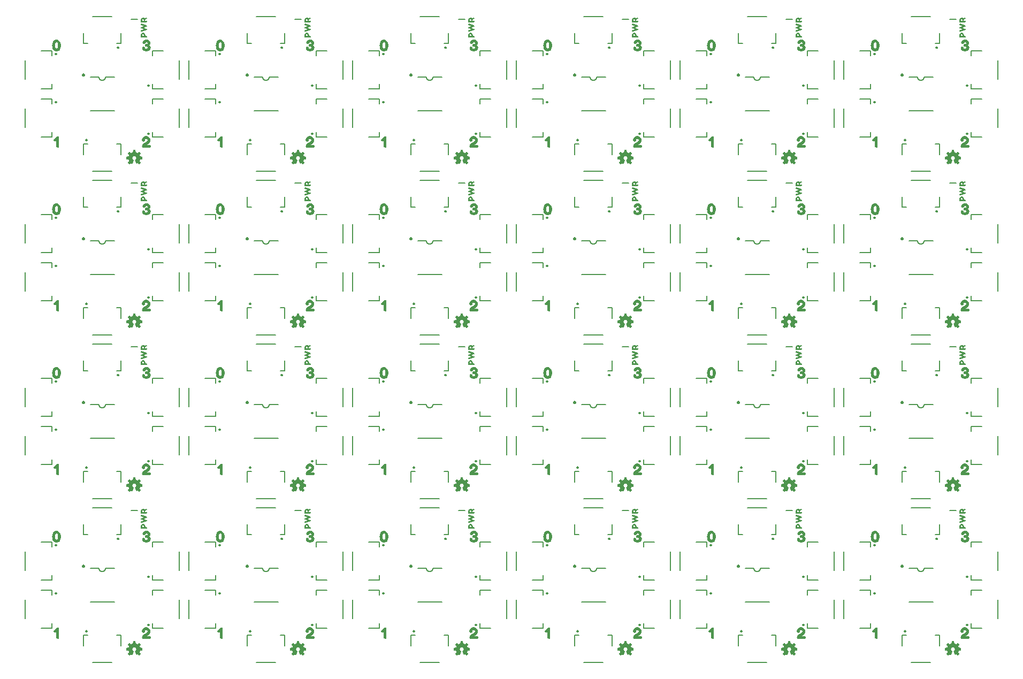
<source format=gto>
G04 EAGLE Gerber RS-274X export*
G75*
%MOMM*%
%FSLAX34Y34*%
%LPD*%
%INSilkscreen Top*%
%IPPOS*%
%AMOC8*
5,1,8,0,0,1.08239X$1,22.5*%
G01*
%ADD10C,0.203200*%
%ADD11C,0.250000*%

G36*
X1480814Y274187D02*
X1480814Y274187D01*
X1480884Y274193D01*
X1480899Y274202D01*
X1480916Y274205D01*
X1481022Y274277D01*
X1481032Y274283D01*
X1481033Y274285D01*
X1481034Y274286D01*
X1483334Y276586D01*
X1483342Y276599D01*
X1483343Y276600D01*
X1483345Y276602D01*
X1483347Y276606D01*
X1483366Y276622D01*
X1483392Y276679D01*
X1483425Y276733D01*
X1483428Y276757D01*
X1483438Y276780D01*
X1483436Y276842D01*
X1483442Y276905D01*
X1483433Y276928D01*
X1483432Y276953D01*
X1483392Y277035D01*
X1483380Y277066D01*
X1483374Y277072D01*
X1483369Y277081D01*
X1481424Y279675D01*
X1481434Y279686D01*
X1481453Y279716D01*
X1481505Y279784D01*
X1481605Y279984D01*
X1481609Y280000D01*
X1481618Y280013D01*
X1481644Y280147D01*
X1481645Y280152D01*
X1481645Y280153D01*
X1481645Y280154D01*
X1481645Y280164D01*
X1481678Y280229D01*
X1481734Y280286D01*
X1481753Y280316D01*
X1481805Y280384D01*
X1481905Y280584D01*
X1481909Y280600D01*
X1481918Y280613D01*
X1481944Y280747D01*
X1481945Y280752D01*
X1481945Y280753D01*
X1481945Y280754D01*
X1481945Y280764D01*
X1482105Y281084D01*
X1482109Y281100D01*
X1482118Y281113D01*
X1482144Y281247D01*
X1482145Y281252D01*
X1482145Y281253D01*
X1482145Y281254D01*
X1482145Y281264D01*
X1482205Y281384D01*
X1482209Y281400D01*
X1482218Y281413D01*
X1482244Y281547D01*
X1482245Y281552D01*
X1482245Y281553D01*
X1482245Y281554D01*
X1482245Y281564D01*
X1482305Y281684D01*
X1482309Y281700D01*
X1482318Y281713D01*
X1482338Y281816D01*
X1485630Y282380D01*
X1485648Y282387D01*
X1485667Y282388D01*
X1485727Y282421D01*
X1485789Y282447D01*
X1485802Y282462D01*
X1485819Y282471D01*
X1485858Y282527D01*
X1485902Y282578D01*
X1485907Y282597D01*
X1485918Y282613D01*
X1485940Y282724D01*
X1485945Y282746D01*
X1485944Y282750D01*
X1485945Y282754D01*
X1485945Y285954D01*
X1485941Y285973D01*
X1485943Y285994D01*
X1485932Y286026D01*
X1485931Y286033D01*
X1485926Y286042D01*
X1485921Y286057D01*
X1485906Y286122D01*
X1485893Y286138D01*
X1485886Y286157D01*
X1485838Y286204D01*
X1485796Y286256D01*
X1485777Y286264D01*
X1485763Y286278D01*
X1485661Y286316D01*
X1485638Y286326D01*
X1485633Y286326D01*
X1485628Y286328D01*
X1482345Y286875D01*
X1482345Y286954D01*
X1482328Y287028D01*
X1482314Y287103D01*
X1482308Y287113D01*
X1482306Y287122D01*
X1482283Y287150D01*
X1482245Y287205D01*
X1482245Y287254D01*
X1482228Y287328D01*
X1482214Y287403D01*
X1482208Y287413D01*
X1482206Y287422D01*
X1482183Y287450D01*
X1482134Y287522D01*
X1482078Y287578D01*
X1482045Y287643D01*
X1482045Y287754D01*
X1482028Y287828D01*
X1482014Y287903D01*
X1482008Y287913D01*
X1482006Y287922D01*
X1481983Y287950D01*
X1481945Y288005D01*
X1481945Y288054D01*
X1481928Y288128D01*
X1481914Y288203D01*
X1481908Y288213D01*
X1481906Y288222D01*
X1481883Y288250D01*
X1481834Y288322D01*
X1481778Y288378D01*
X1481705Y288523D01*
X1481682Y288551D01*
X1481645Y288605D01*
X1481645Y288654D01*
X1481628Y288728D01*
X1481614Y288803D01*
X1481608Y288813D01*
X1481606Y288822D01*
X1481583Y288850D01*
X1481534Y288922D01*
X1481478Y288978D01*
X1481438Y289058D01*
X1483373Y291731D01*
X1483383Y291755D01*
X1483400Y291774D01*
X1483416Y291834D01*
X1483440Y291891D01*
X1483438Y291916D01*
X1483445Y291941D01*
X1483433Y292002D01*
X1483429Y292064D01*
X1483416Y292086D01*
X1483411Y292111D01*
X1483360Y292183D01*
X1483342Y292213D01*
X1483335Y292218D01*
X1483328Y292228D01*
X1481028Y294428D01*
X1481017Y294434D01*
X1481009Y294445D01*
X1480943Y294478D01*
X1480879Y294516D01*
X1480866Y294517D01*
X1480855Y294522D01*
X1480781Y294523D01*
X1480707Y294528D01*
X1480695Y294523D01*
X1480682Y294523D01*
X1480551Y294466D01*
X1477877Y292622D01*
X1477736Y292693D01*
X1477720Y292697D01*
X1477707Y292706D01*
X1477573Y292732D01*
X1477567Y292733D01*
X1477566Y292733D01*
X1477556Y292733D01*
X1477491Y292765D01*
X1477434Y292822D01*
X1477404Y292841D01*
X1477336Y292893D01*
X1477136Y292993D01*
X1477120Y292997D01*
X1477107Y293006D01*
X1476973Y293032D01*
X1476967Y293033D01*
X1476966Y293033D01*
X1476956Y293033D01*
X1476891Y293065D01*
X1476834Y293122D01*
X1476769Y293162D01*
X1476707Y293206D01*
X1476695Y293208D01*
X1476687Y293213D01*
X1476652Y293216D01*
X1476566Y293233D01*
X1476456Y293233D01*
X1476336Y293293D01*
X1476320Y293297D01*
X1476307Y293306D01*
X1476173Y293332D01*
X1476167Y293333D01*
X1476166Y293333D01*
X1476156Y293333D01*
X1476036Y293393D01*
X1476020Y293397D01*
X1476007Y293406D01*
X1475873Y293432D01*
X1475867Y293433D01*
X1475866Y293433D01*
X1475856Y293433D01*
X1475736Y293493D01*
X1475720Y293497D01*
X1475707Y293506D01*
X1475690Y293509D01*
X1475140Y296718D01*
X1475132Y296736D01*
X1475131Y296755D01*
X1475099Y296814D01*
X1475072Y296877D01*
X1475058Y296890D01*
X1475048Y296907D01*
X1474993Y296946D01*
X1474941Y296990D01*
X1474922Y296995D01*
X1474907Y297006D01*
X1474796Y297027D01*
X1474774Y297033D01*
X1474770Y297032D01*
X1474766Y297033D01*
X1471566Y297033D01*
X1471547Y297029D01*
X1471528Y297031D01*
X1471464Y297009D01*
X1471398Y296993D01*
X1471383Y296981D01*
X1471364Y296975D01*
X1471317Y296927D01*
X1471264Y296883D01*
X1471256Y296866D01*
X1471243Y296852D01*
X1471203Y296746D01*
X1471194Y296725D01*
X1471194Y296722D01*
X1471192Y296718D01*
X1470634Y293462D01*
X1470576Y293433D01*
X1470466Y293433D01*
X1470392Y293416D01*
X1470316Y293402D01*
X1470307Y293396D01*
X1470298Y293393D01*
X1470270Y293371D01*
X1470214Y293333D01*
X1470166Y293333D01*
X1470150Y293329D01*
X1470134Y293332D01*
X1470003Y293295D01*
X1469998Y293293D01*
X1469997Y293293D01*
X1469996Y293293D01*
X1469876Y293233D01*
X1469866Y293233D01*
X1469850Y293229D01*
X1469834Y293232D01*
X1469703Y293195D01*
X1469698Y293193D01*
X1469697Y293193D01*
X1469696Y293193D01*
X1469496Y293093D01*
X1469469Y293070D01*
X1469414Y293033D01*
X1469366Y293033D01*
X1469292Y293016D01*
X1469216Y293002D01*
X1469207Y292996D01*
X1469198Y292993D01*
X1469170Y292971D01*
X1469098Y292922D01*
X1469041Y292865D01*
X1468896Y292793D01*
X1468869Y292770D01*
X1468814Y292733D01*
X1468766Y292733D01*
X1468692Y292716D01*
X1468616Y292702D01*
X1468607Y292696D01*
X1468598Y292693D01*
X1468570Y292671D01*
X1468498Y292622D01*
X1468480Y292604D01*
X1465781Y294466D01*
X1465765Y294472D01*
X1465753Y294484D01*
X1465686Y294503D01*
X1465620Y294529D01*
X1465603Y294528D01*
X1465587Y294532D01*
X1465518Y294520D01*
X1465448Y294514D01*
X1465433Y294505D01*
X1465416Y294502D01*
X1465310Y294430D01*
X1465300Y294424D01*
X1465299Y294423D01*
X1465298Y294422D01*
X1463098Y292222D01*
X1463089Y292207D01*
X1463075Y292197D01*
X1463044Y292134D01*
X1463007Y292075D01*
X1463005Y292058D01*
X1462997Y292043D01*
X1462997Y291972D01*
X1462990Y291903D01*
X1462996Y291887D01*
X1462996Y291869D01*
X1463048Y291752D01*
X1463052Y291741D01*
X1463053Y291740D01*
X1463054Y291738D01*
X1464905Y289055D01*
X1464903Y289040D01*
X1464887Y288954D01*
X1464887Y288904D01*
X1464879Y288891D01*
X1464827Y288823D01*
X1464754Y288678D01*
X1464698Y288622D01*
X1464658Y288557D01*
X1464614Y288494D01*
X1464612Y288483D01*
X1464607Y288475D01*
X1464603Y288440D01*
X1464587Y288354D01*
X1464587Y288304D01*
X1464579Y288291D01*
X1464527Y288223D01*
X1464427Y288023D01*
X1464423Y288008D01*
X1464414Y287994D01*
X1464397Y287907D01*
X1464394Y287899D01*
X1464394Y287891D01*
X1464388Y287860D01*
X1464387Y287855D01*
X1464387Y287854D01*
X1464387Y287843D01*
X1464227Y287523D01*
X1464223Y287508D01*
X1464214Y287494D01*
X1464188Y287360D01*
X1464187Y287355D01*
X1464187Y287354D01*
X1464187Y287343D01*
X1464127Y287223D01*
X1464123Y287208D01*
X1464114Y287194D01*
X1464105Y287149D01*
X1464101Y287141D01*
X1464102Y287131D01*
X1464088Y287060D01*
X1464087Y287055D01*
X1464087Y287054D01*
X1464087Y287043D01*
X1464027Y286923D01*
X1464023Y286908D01*
X1464014Y286894D01*
X1464011Y286878D01*
X1460802Y286328D01*
X1460784Y286320D01*
X1460765Y286319D01*
X1460705Y286287D01*
X1460643Y286260D01*
X1460630Y286245D01*
X1460613Y286236D01*
X1460574Y286181D01*
X1460530Y286129D01*
X1460525Y286110D01*
X1460514Y286094D01*
X1460498Y286013D01*
X1460494Y286003D01*
X1460494Y285992D01*
X1460492Y285983D01*
X1460487Y285961D01*
X1460488Y285958D01*
X1460487Y285954D01*
X1460487Y282754D01*
X1460491Y282735D01*
X1460489Y282716D01*
X1460511Y282651D01*
X1460526Y282585D01*
X1460539Y282570D01*
X1460545Y282552D01*
X1460593Y282504D01*
X1460636Y282452D01*
X1460654Y282444D01*
X1460668Y282430D01*
X1460774Y282390D01*
X1460794Y282381D01*
X1460798Y282381D01*
X1460802Y282380D01*
X1464058Y281822D01*
X1464087Y281764D01*
X1464087Y281654D01*
X1464104Y281579D01*
X1464118Y281504D01*
X1464124Y281494D01*
X1464126Y281485D01*
X1464149Y281458D01*
X1464187Y281402D01*
X1464187Y281354D01*
X1464200Y281298D01*
X1464201Y281279D01*
X1464206Y281269D01*
X1464218Y281204D01*
X1464224Y281194D01*
X1464226Y281185D01*
X1464249Y281158D01*
X1464298Y281086D01*
X1464354Y281029D01*
X1464387Y280964D01*
X1464387Y280854D01*
X1464404Y280779D01*
X1464418Y280704D01*
X1464424Y280694D01*
X1464426Y280685D01*
X1464449Y280658D01*
X1464487Y280602D01*
X1464487Y280554D01*
X1464504Y280479D01*
X1464518Y280404D01*
X1464524Y280394D01*
X1464526Y280385D01*
X1464549Y280358D01*
X1464598Y280286D01*
X1464654Y280229D01*
X1464727Y280084D01*
X1464750Y280056D01*
X1464793Y279993D01*
X1464795Y279989D01*
X1464796Y279989D01*
X1464798Y279986D01*
X1464854Y279929D01*
X1464887Y279864D01*
X1464887Y279854D01*
X1464890Y279838D01*
X1464888Y279822D01*
X1464900Y279780D01*
X1464901Y279762D01*
X1464910Y279745D01*
X1464925Y279691D01*
X1464925Y279689D01*
X1463057Y277074D01*
X1463051Y277059D01*
X1463040Y277048D01*
X1463019Y276980D01*
X1462992Y276914D01*
X1462993Y276898D01*
X1462988Y276883D01*
X1462999Y276813D01*
X1463004Y276741D01*
X1463012Y276728D01*
X1463014Y276712D01*
X1463089Y276596D01*
X1463091Y276592D01*
X1463092Y276592D01*
X1465292Y274292D01*
X1465310Y274280D01*
X1465323Y274263D01*
X1465382Y274233D01*
X1465437Y274197D01*
X1465458Y274195D01*
X1465477Y274185D01*
X1465543Y274185D01*
X1465609Y274177D01*
X1465629Y274184D01*
X1465650Y274184D01*
X1465745Y274226D01*
X1465772Y274235D01*
X1465775Y274239D01*
X1465781Y274241D01*
X1468502Y276118D01*
X1468525Y276101D01*
X1468537Y276099D01*
X1468545Y276094D01*
X1468580Y276091D01*
X1468595Y276088D01*
X1468598Y276086D01*
X1468663Y276045D01*
X1468725Y276001D01*
X1468737Y275999D01*
X1468745Y275994D01*
X1468780Y275991D01*
X1468795Y275988D01*
X1468798Y275986D01*
X1468863Y275945D01*
X1468925Y275901D01*
X1468937Y275899D01*
X1468945Y275894D01*
X1468980Y275891D01*
X1468995Y275888D01*
X1468998Y275886D01*
X1469063Y275845D01*
X1469125Y275801D01*
X1469137Y275799D01*
X1469145Y275794D01*
X1469180Y275791D01*
X1469195Y275788D01*
X1469198Y275786D01*
X1469263Y275745D01*
X1469325Y275701D01*
X1469337Y275699D01*
X1469345Y275694D01*
X1469380Y275691D01*
X1469395Y275688D01*
X1469398Y275686D01*
X1469463Y275645D01*
X1469525Y275601D01*
X1469537Y275599D01*
X1469545Y275594D01*
X1469580Y275591D01*
X1469666Y275574D01*
X1469716Y275574D01*
X1469737Y275561D01*
X1469770Y275529D01*
X1469809Y275516D01*
X1469845Y275494D01*
X1469890Y275490D01*
X1469934Y275476D01*
X1469976Y275482D01*
X1470017Y275478D01*
X1470060Y275494D01*
X1470105Y275501D01*
X1470140Y275525D01*
X1470179Y275540D01*
X1470210Y275573D01*
X1470247Y275600D01*
X1470273Y275642D01*
X1470296Y275667D01*
X1470303Y275692D01*
X1470322Y275722D01*
X1472322Y281122D01*
X1472329Y281179D01*
X1472345Y281234D01*
X1472339Y281264D01*
X1472343Y281294D01*
X1472324Y281348D01*
X1472314Y281405D01*
X1472296Y281429D01*
X1472286Y281457D01*
X1472245Y281497D01*
X1472211Y281543D01*
X1472181Y281560D01*
X1472162Y281578D01*
X1472130Y281588D01*
X1472086Y281613D01*
X1471812Y281705D01*
X1471491Y281865D01*
X1471334Y282022D01*
X1471304Y282041D01*
X1471236Y282093D01*
X1471091Y282165D01*
X1470978Y282278D01*
X1470905Y282423D01*
X1470882Y282451D01*
X1470834Y282522D01*
X1470678Y282678D01*
X1470517Y282999D01*
X1470426Y283274D01*
X1470414Y283293D01*
X1470405Y283323D01*
X1470245Y283643D01*
X1470245Y283854D01*
X1470237Y283889D01*
X1470226Y283974D01*
X1470145Y284215D01*
X1470145Y284692D01*
X1470510Y285786D01*
X1470861Y286312D01*
X1471008Y286459D01*
X1471276Y286638D01*
X1471298Y286661D01*
X1471334Y286686D01*
X1471508Y286859D01*
X1471734Y287010D01*
X1471986Y287094D01*
X1472004Y287105D01*
X1472018Y287108D01*
X1472031Y287119D01*
X1472076Y287138D01*
X1472281Y287274D01*
X1472466Y287274D01*
X1472501Y287283D01*
X1472558Y287286D01*
X1472913Y287374D01*
X1473504Y287374D01*
X1473746Y287294D01*
X1473782Y287291D01*
X1473866Y287274D01*
X1474051Y287274D01*
X1474256Y287138D01*
X1474291Y287125D01*
X1474340Y287097D01*
X1474342Y287096D01*
X1474343Y287096D01*
X1474346Y287094D01*
X1474598Y287010D01*
X1475125Y286659D01*
X1475471Y286312D01*
X1475822Y285786D01*
X1475906Y285534D01*
X1475926Y285502D01*
X1475950Y285443D01*
X1476087Y285239D01*
X1476087Y285054D01*
X1476095Y285019D01*
X1476106Y284934D01*
X1476187Y284692D01*
X1476187Y283915D01*
X1476106Y283674D01*
X1476103Y283638D01*
X1476087Y283554D01*
X1476087Y283443D01*
X1476027Y283323D01*
X1476021Y283301D01*
X1476006Y283274D01*
X1475915Y282999D01*
X1475854Y282878D01*
X1475698Y282722D01*
X1475679Y282691D01*
X1475627Y282623D01*
X1475554Y282478D01*
X1475241Y282165D01*
X1475096Y282093D01*
X1475069Y282070D01*
X1474998Y282022D01*
X1474841Y281865D01*
X1474296Y281593D01*
X1474273Y281573D01*
X1474244Y281561D01*
X1474207Y281518D01*
X1474163Y281482D01*
X1474151Y281454D01*
X1474131Y281431D01*
X1474116Y281376D01*
X1474093Y281324D01*
X1474095Y281293D01*
X1474087Y281263D01*
X1474099Y281189D01*
X1474101Y281151D01*
X1474108Y281139D01*
X1474110Y281122D01*
X1476110Y275722D01*
X1476122Y275705D01*
X1476126Y275685D01*
X1476169Y275634D01*
X1476206Y275578D01*
X1476224Y275567D01*
X1476236Y275552D01*
X1476298Y275525D01*
X1476356Y275491D01*
X1476376Y275490D01*
X1476394Y275481D01*
X1476461Y275484D01*
X1476528Y275480D01*
X1476547Y275487D01*
X1476567Y275488D01*
X1476626Y275520D01*
X1476688Y275546D01*
X1476701Y275562D01*
X1476719Y275571D01*
X1476732Y275590D01*
X1476740Y275592D01*
X1476816Y275605D01*
X1476825Y275612D01*
X1476834Y275614D01*
X1476862Y275637D01*
X1476934Y275686D01*
X1476941Y275692D01*
X1477016Y275705D01*
X1477025Y275712D01*
X1477034Y275714D01*
X1477062Y275737D01*
X1477134Y275786D01*
X1477141Y275792D01*
X1477216Y275805D01*
X1477225Y275812D01*
X1477234Y275814D01*
X1477262Y275837D01*
X1477318Y275874D01*
X1477366Y275874D01*
X1477440Y275892D01*
X1477516Y275905D01*
X1477525Y275912D01*
X1477534Y275914D01*
X1477562Y275937D01*
X1477634Y275986D01*
X1477641Y275992D01*
X1477716Y276005D01*
X1477725Y276012D01*
X1477734Y276014D01*
X1477762Y276037D01*
X1477834Y276086D01*
X1477852Y276103D01*
X1480551Y274241D01*
X1480567Y274235D01*
X1480579Y274224D01*
X1480647Y274204D01*
X1480712Y274178D01*
X1480729Y274180D01*
X1480745Y274175D01*
X1480814Y274187D01*
G37*
G36*
X185414Y274187D02*
X185414Y274187D01*
X185484Y274193D01*
X185499Y274202D01*
X185516Y274205D01*
X185622Y274277D01*
X185632Y274283D01*
X185633Y274285D01*
X185634Y274286D01*
X187934Y276586D01*
X187942Y276599D01*
X187943Y276600D01*
X187945Y276602D01*
X187947Y276606D01*
X187966Y276622D01*
X187992Y276679D01*
X188025Y276733D01*
X188028Y276757D01*
X188038Y276780D01*
X188036Y276842D01*
X188042Y276905D01*
X188033Y276928D01*
X188032Y276953D01*
X187992Y277035D01*
X187980Y277066D01*
X187974Y277072D01*
X187969Y277081D01*
X186024Y279675D01*
X186034Y279686D01*
X186053Y279716D01*
X186105Y279784D01*
X186205Y279984D01*
X186209Y280000D01*
X186218Y280013D01*
X186244Y280147D01*
X186245Y280152D01*
X186245Y280153D01*
X186245Y280154D01*
X186245Y280164D01*
X186278Y280229D01*
X186334Y280286D01*
X186353Y280316D01*
X186405Y280384D01*
X186505Y280584D01*
X186509Y280600D01*
X186518Y280613D01*
X186544Y280747D01*
X186545Y280752D01*
X186545Y280753D01*
X186545Y280754D01*
X186545Y280764D01*
X186705Y281084D01*
X186709Y281100D01*
X186718Y281113D01*
X186744Y281247D01*
X186745Y281252D01*
X186745Y281253D01*
X186745Y281254D01*
X186745Y281264D01*
X186805Y281384D01*
X186809Y281400D01*
X186818Y281413D01*
X186844Y281547D01*
X186845Y281552D01*
X186845Y281553D01*
X186845Y281554D01*
X186845Y281564D01*
X186905Y281684D01*
X186909Y281700D01*
X186918Y281713D01*
X186938Y281816D01*
X190230Y282380D01*
X190248Y282387D01*
X190267Y282388D01*
X190327Y282421D01*
X190389Y282447D01*
X190402Y282462D01*
X190419Y282471D01*
X190458Y282527D01*
X190502Y282578D01*
X190507Y282597D01*
X190518Y282613D01*
X190540Y282724D01*
X190545Y282746D01*
X190544Y282750D01*
X190545Y282754D01*
X190545Y285954D01*
X190541Y285973D01*
X190543Y285994D01*
X190532Y286026D01*
X190531Y286033D01*
X190526Y286042D01*
X190521Y286057D01*
X190506Y286122D01*
X190493Y286138D01*
X190486Y286157D01*
X190438Y286204D01*
X190396Y286256D01*
X190377Y286264D01*
X190363Y286278D01*
X190261Y286316D01*
X190238Y286326D01*
X190233Y286326D01*
X190228Y286328D01*
X186945Y286875D01*
X186945Y286954D01*
X186928Y287028D01*
X186914Y287103D01*
X186908Y287113D01*
X186906Y287122D01*
X186883Y287150D01*
X186845Y287205D01*
X186845Y287254D01*
X186828Y287328D01*
X186814Y287403D01*
X186808Y287413D01*
X186806Y287422D01*
X186783Y287450D01*
X186734Y287522D01*
X186678Y287578D01*
X186645Y287643D01*
X186645Y287754D01*
X186628Y287828D01*
X186614Y287903D01*
X186608Y287913D01*
X186606Y287922D01*
X186583Y287950D01*
X186545Y288005D01*
X186545Y288054D01*
X186528Y288128D01*
X186514Y288203D01*
X186508Y288213D01*
X186506Y288222D01*
X186483Y288250D01*
X186434Y288322D01*
X186378Y288378D01*
X186305Y288523D01*
X186282Y288551D01*
X186245Y288605D01*
X186245Y288654D01*
X186228Y288728D01*
X186214Y288803D01*
X186208Y288813D01*
X186206Y288822D01*
X186183Y288850D01*
X186134Y288922D01*
X186078Y288978D01*
X186038Y289058D01*
X187973Y291731D01*
X187983Y291755D01*
X188000Y291774D01*
X188016Y291834D01*
X188040Y291891D01*
X188038Y291916D01*
X188045Y291941D01*
X188033Y292002D01*
X188029Y292064D01*
X188016Y292086D01*
X188011Y292111D01*
X187960Y292183D01*
X187942Y292213D01*
X187935Y292218D01*
X187928Y292228D01*
X185628Y294428D01*
X185617Y294434D01*
X185609Y294445D01*
X185543Y294478D01*
X185479Y294516D01*
X185466Y294517D01*
X185455Y294522D01*
X185381Y294523D01*
X185307Y294528D01*
X185295Y294523D01*
X185282Y294523D01*
X185151Y294466D01*
X182477Y292622D01*
X182336Y292693D01*
X182320Y292697D01*
X182307Y292706D01*
X182173Y292732D01*
X182167Y292733D01*
X182166Y292733D01*
X182156Y292733D01*
X182091Y292765D01*
X182034Y292822D01*
X182004Y292841D01*
X181936Y292893D01*
X181736Y292993D01*
X181720Y292997D01*
X181707Y293006D01*
X181573Y293032D01*
X181567Y293033D01*
X181566Y293033D01*
X181556Y293033D01*
X181491Y293065D01*
X181434Y293122D01*
X181369Y293162D01*
X181307Y293206D01*
X181295Y293208D01*
X181287Y293213D01*
X181252Y293216D01*
X181166Y293233D01*
X181056Y293233D01*
X180936Y293293D01*
X180920Y293297D01*
X180907Y293306D01*
X180773Y293332D01*
X180767Y293333D01*
X180766Y293333D01*
X180756Y293333D01*
X180636Y293393D01*
X180620Y293397D01*
X180607Y293406D01*
X180473Y293432D01*
X180467Y293433D01*
X180466Y293433D01*
X180456Y293433D01*
X180336Y293493D01*
X180320Y293497D01*
X180307Y293506D01*
X180290Y293509D01*
X179740Y296718D01*
X179732Y296736D01*
X179731Y296755D01*
X179699Y296814D01*
X179672Y296877D01*
X179658Y296890D01*
X179648Y296907D01*
X179593Y296946D01*
X179541Y296990D01*
X179522Y296995D01*
X179507Y297006D01*
X179396Y297027D01*
X179374Y297033D01*
X179370Y297032D01*
X179366Y297033D01*
X176166Y297033D01*
X176147Y297029D01*
X176128Y297031D01*
X176064Y297009D01*
X175998Y296993D01*
X175983Y296981D01*
X175964Y296975D01*
X175917Y296927D01*
X175864Y296883D01*
X175856Y296866D01*
X175843Y296852D01*
X175803Y296746D01*
X175794Y296725D01*
X175794Y296722D01*
X175792Y296718D01*
X175234Y293462D01*
X175176Y293433D01*
X175066Y293433D01*
X174992Y293416D01*
X174916Y293402D01*
X174907Y293396D01*
X174898Y293393D01*
X174870Y293371D01*
X174814Y293333D01*
X174766Y293333D01*
X174750Y293329D01*
X174734Y293332D01*
X174603Y293295D01*
X174598Y293293D01*
X174597Y293293D01*
X174596Y293293D01*
X174476Y293233D01*
X174466Y293233D01*
X174450Y293229D01*
X174434Y293232D01*
X174303Y293195D01*
X174298Y293193D01*
X174297Y293193D01*
X174296Y293193D01*
X174096Y293093D01*
X174069Y293070D01*
X174014Y293033D01*
X173966Y293033D01*
X173892Y293016D01*
X173816Y293002D01*
X173807Y292996D01*
X173798Y292993D01*
X173770Y292971D01*
X173698Y292922D01*
X173641Y292865D01*
X173496Y292793D01*
X173469Y292770D01*
X173414Y292733D01*
X173366Y292733D01*
X173292Y292716D01*
X173216Y292702D01*
X173207Y292696D01*
X173198Y292693D01*
X173170Y292671D01*
X173098Y292622D01*
X173080Y292604D01*
X170381Y294466D01*
X170365Y294472D01*
X170353Y294484D01*
X170286Y294503D01*
X170220Y294529D01*
X170203Y294528D01*
X170187Y294532D01*
X170118Y294520D01*
X170048Y294514D01*
X170033Y294505D01*
X170016Y294502D01*
X169910Y294430D01*
X169900Y294424D01*
X169899Y294423D01*
X169898Y294422D01*
X167698Y292222D01*
X167689Y292207D01*
X167675Y292197D01*
X167644Y292134D01*
X167607Y292075D01*
X167605Y292058D01*
X167597Y292043D01*
X167597Y291972D01*
X167590Y291903D01*
X167596Y291887D01*
X167596Y291869D01*
X167648Y291752D01*
X167652Y291741D01*
X167653Y291740D01*
X167654Y291738D01*
X169505Y289055D01*
X169503Y289040D01*
X169487Y288954D01*
X169487Y288904D01*
X169479Y288891D01*
X169427Y288823D01*
X169354Y288678D01*
X169298Y288622D01*
X169258Y288557D01*
X169214Y288494D01*
X169212Y288483D01*
X169207Y288475D01*
X169203Y288440D01*
X169187Y288354D01*
X169187Y288304D01*
X169179Y288291D01*
X169127Y288223D01*
X169027Y288023D01*
X169023Y288008D01*
X169014Y287994D01*
X168997Y287907D01*
X168994Y287899D01*
X168994Y287891D01*
X168988Y287860D01*
X168987Y287855D01*
X168987Y287854D01*
X168987Y287843D01*
X168827Y287523D01*
X168823Y287508D01*
X168814Y287494D01*
X168788Y287360D01*
X168787Y287355D01*
X168787Y287354D01*
X168787Y287343D01*
X168727Y287223D01*
X168723Y287208D01*
X168714Y287194D01*
X168705Y287149D01*
X168701Y287141D01*
X168702Y287131D01*
X168688Y287060D01*
X168687Y287055D01*
X168687Y287054D01*
X168687Y287043D01*
X168627Y286923D01*
X168623Y286908D01*
X168614Y286894D01*
X168611Y286878D01*
X165402Y286328D01*
X165384Y286320D01*
X165365Y286319D01*
X165305Y286287D01*
X165243Y286260D01*
X165230Y286245D01*
X165213Y286236D01*
X165174Y286181D01*
X165130Y286129D01*
X165125Y286110D01*
X165114Y286094D01*
X165098Y286013D01*
X165094Y286003D01*
X165094Y285992D01*
X165092Y285983D01*
X165087Y285961D01*
X165088Y285958D01*
X165087Y285954D01*
X165087Y282754D01*
X165091Y282735D01*
X165089Y282716D01*
X165111Y282651D01*
X165126Y282585D01*
X165139Y282570D01*
X165145Y282552D01*
X165193Y282504D01*
X165236Y282452D01*
X165254Y282444D01*
X165268Y282430D01*
X165374Y282390D01*
X165394Y282381D01*
X165398Y282381D01*
X165402Y282380D01*
X168658Y281822D01*
X168687Y281764D01*
X168687Y281654D01*
X168704Y281579D01*
X168718Y281504D01*
X168724Y281494D01*
X168726Y281485D01*
X168749Y281458D01*
X168787Y281402D01*
X168787Y281354D01*
X168800Y281298D01*
X168801Y281279D01*
X168806Y281269D01*
X168818Y281204D01*
X168824Y281194D01*
X168826Y281185D01*
X168849Y281158D01*
X168898Y281086D01*
X168954Y281029D01*
X168987Y280964D01*
X168987Y280854D01*
X169004Y280779D01*
X169018Y280704D01*
X169024Y280694D01*
X169026Y280685D01*
X169049Y280658D01*
X169087Y280602D01*
X169087Y280554D01*
X169104Y280479D01*
X169118Y280404D01*
X169124Y280394D01*
X169126Y280385D01*
X169149Y280358D01*
X169198Y280286D01*
X169254Y280229D01*
X169327Y280084D01*
X169350Y280056D01*
X169393Y279993D01*
X169395Y279989D01*
X169396Y279989D01*
X169398Y279986D01*
X169454Y279929D01*
X169487Y279864D01*
X169487Y279854D01*
X169490Y279838D01*
X169488Y279822D01*
X169500Y279780D01*
X169501Y279762D01*
X169510Y279745D01*
X169525Y279691D01*
X169525Y279689D01*
X167657Y277074D01*
X167651Y277059D01*
X167640Y277048D01*
X167619Y276980D01*
X167592Y276914D01*
X167593Y276898D01*
X167588Y276883D01*
X167599Y276813D01*
X167604Y276741D01*
X167612Y276728D01*
X167614Y276712D01*
X167689Y276596D01*
X167691Y276592D01*
X167692Y276592D01*
X169892Y274292D01*
X169910Y274280D01*
X169923Y274263D01*
X169982Y274233D01*
X170037Y274197D01*
X170058Y274195D01*
X170077Y274185D01*
X170143Y274185D01*
X170209Y274177D01*
X170229Y274184D01*
X170250Y274184D01*
X170345Y274226D01*
X170372Y274235D01*
X170375Y274239D01*
X170381Y274241D01*
X173102Y276118D01*
X173125Y276101D01*
X173137Y276099D01*
X173145Y276094D01*
X173180Y276091D01*
X173195Y276088D01*
X173198Y276086D01*
X173263Y276045D01*
X173325Y276001D01*
X173337Y275999D01*
X173345Y275994D01*
X173380Y275991D01*
X173395Y275988D01*
X173398Y275986D01*
X173463Y275945D01*
X173525Y275901D01*
X173537Y275899D01*
X173545Y275894D01*
X173580Y275891D01*
X173595Y275888D01*
X173598Y275886D01*
X173663Y275845D01*
X173725Y275801D01*
X173737Y275799D01*
X173745Y275794D01*
X173780Y275791D01*
X173795Y275788D01*
X173798Y275786D01*
X173863Y275745D01*
X173925Y275701D01*
X173937Y275699D01*
X173945Y275694D01*
X173980Y275691D01*
X173995Y275688D01*
X173998Y275686D01*
X174063Y275645D01*
X174125Y275601D01*
X174137Y275599D01*
X174145Y275594D01*
X174180Y275591D01*
X174266Y275574D01*
X174316Y275574D01*
X174337Y275561D01*
X174370Y275529D01*
X174409Y275516D01*
X174445Y275494D01*
X174490Y275490D01*
X174534Y275476D01*
X174576Y275482D01*
X174617Y275478D01*
X174660Y275494D01*
X174705Y275501D01*
X174740Y275525D01*
X174779Y275540D01*
X174810Y275573D01*
X174847Y275600D01*
X174873Y275642D01*
X174896Y275667D01*
X174903Y275692D01*
X174922Y275722D01*
X176922Y281122D01*
X176929Y281179D01*
X176945Y281234D01*
X176939Y281264D01*
X176943Y281294D01*
X176924Y281348D01*
X176914Y281405D01*
X176896Y281429D01*
X176886Y281457D01*
X176845Y281497D01*
X176811Y281543D01*
X176781Y281560D01*
X176762Y281578D01*
X176730Y281588D01*
X176686Y281613D01*
X176412Y281705D01*
X176091Y281865D01*
X175934Y282022D01*
X175904Y282041D01*
X175836Y282093D01*
X175691Y282165D01*
X175578Y282278D01*
X175505Y282423D01*
X175482Y282451D01*
X175434Y282522D01*
X175278Y282678D01*
X175117Y282999D01*
X175026Y283274D01*
X175014Y283293D01*
X175005Y283323D01*
X174845Y283643D01*
X174845Y283854D01*
X174837Y283889D01*
X174826Y283974D01*
X174745Y284215D01*
X174745Y284692D01*
X175110Y285786D01*
X175461Y286312D01*
X175608Y286459D01*
X175876Y286638D01*
X175898Y286661D01*
X175934Y286686D01*
X176108Y286859D01*
X176334Y287010D01*
X176586Y287094D01*
X176604Y287105D01*
X176618Y287108D01*
X176631Y287119D01*
X176676Y287138D01*
X176881Y287274D01*
X177066Y287274D01*
X177101Y287283D01*
X177158Y287286D01*
X177513Y287374D01*
X178104Y287374D01*
X178346Y287294D01*
X178382Y287291D01*
X178466Y287274D01*
X178651Y287274D01*
X178856Y287138D01*
X178891Y287125D01*
X178940Y287097D01*
X178942Y287096D01*
X178943Y287096D01*
X178946Y287094D01*
X179198Y287010D01*
X179725Y286659D01*
X180071Y286312D01*
X180422Y285786D01*
X180506Y285534D01*
X180526Y285502D01*
X180550Y285443D01*
X180687Y285239D01*
X180687Y285054D01*
X180695Y285019D01*
X180706Y284934D01*
X180787Y284692D01*
X180787Y283915D01*
X180706Y283674D01*
X180703Y283638D01*
X180687Y283554D01*
X180687Y283443D01*
X180627Y283323D01*
X180621Y283301D01*
X180606Y283274D01*
X180515Y282999D01*
X180454Y282878D01*
X180298Y282722D01*
X180279Y282691D01*
X180227Y282623D01*
X180154Y282478D01*
X179841Y282165D01*
X179696Y282093D01*
X179669Y282070D01*
X179598Y282022D01*
X179441Y281865D01*
X178896Y281593D01*
X178873Y281573D01*
X178844Y281561D01*
X178807Y281518D01*
X178763Y281482D01*
X178751Y281454D01*
X178731Y281431D01*
X178716Y281376D01*
X178693Y281324D01*
X178695Y281293D01*
X178687Y281263D01*
X178699Y281189D01*
X178701Y281151D01*
X178708Y281139D01*
X178710Y281122D01*
X180710Y275722D01*
X180722Y275705D01*
X180726Y275685D01*
X180769Y275634D01*
X180806Y275578D01*
X180824Y275567D01*
X180836Y275552D01*
X180898Y275525D01*
X180956Y275491D01*
X180976Y275490D01*
X180994Y275481D01*
X181061Y275484D01*
X181128Y275480D01*
X181147Y275487D01*
X181167Y275488D01*
X181226Y275520D01*
X181288Y275546D01*
X181301Y275562D01*
X181319Y275571D01*
X181332Y275590D01*
X181340Y275592D01*
X181416Y275605D01*
X181425Y275612D01*
X181434Y275614D01*
X181462Y275637D01*
X181534Y275686D01*
X181541Y275692D01*
X181616Y275705D01*
X181625Y275712D01*
X181634Y275714D01*
X181662Y275737D01*
X181734Y275786D01*
X181741Y275792D01*
X181816Y275805D01*
X181825Y275812D01*
X181834Y275814D01*
X181862Y275837D01*
X181918Y275874D01*
X181966Y275874D01*
X182040Y275892D01*
X182116Y275905D01*
X182125Y275912D01*
X182134Y275914D01*
X182162Y275937D01*
X182234Y275986D01*
X182241Y275992D01*
X182316Y276005D01*
X182325Y276012D01*
X182334Y276014D01*
X182362Y276037D01*
X182434Y276086D01*
X182452Y276103D01*
X185151Y274241D01*
X185167Y274235D01*
X185179Y274224D01*
X185247Y274204D01*
X185312Y274178D01*
X185329Y274180D01*
X185345Y274175D01*
X185414Y274187D01*
G37*
G36*
X1221734Y274187D02*
X1221734Y274187D01*
X1221804Y274193D01*
X1221819Y274202D01*
X1221836Y274205D01*
X1221942Y274277D01*
X1221952Y274283D01*
X1221953Y274285D01*
X1221954Y274286D01*
X1224254Y276586D01*
X1224262Y276599D01*
X1224263Y276600D01*
X1224265Y276602D01*
X1224267Y276606D01*
X1224286Y276622D01*
X1224312Y276679D01*
X1224345Y276733D01*
X1224348Y276757D01*
X1224358Y276780D01*
X1224356Y276842D01*
X1224362Y276905D01*
X1224353Y276928D01*
X1224352Y276953D01*
X1224312Y277035D01*
X1224300Y277066D01*
X1224294Y277072D01*
X1224289Y277081D01*
X1222344Y279675D01*
X1222354Y279686D01*
X1222373Y279716D01*
X1222425Y279784D01*
X1222525Y279984D01*
X1222529Y280000D01*
X1222538Y280013D01*
X1222564Y280147D01*
X1222565Y280152D01*
X1222565Y280153D01*
X1222565Y280154D01*
X1222565Y280164D01*
X1222598Y280229D01*
X1222654Y280286D01*
X1222673Y280316D01*
X1222725Y280384D01*
X1222825Y280584D01*
X1222829Y280600D01*
X1222838Y280613D01*
X1222864Y280747D01*
X1222865Y280752D01*
X1222865Y280753D01*
X1222865Y280754D01*
X1222865Y280764D01*
X1223025Y281084D01*
X1223029Y281100D01*
X1223038Y281113D01*
X1223064Y281247D01*
X1223065Y281252D01*
X1223065Y281253D01*
X1223065Y281254D01*
X1223065Y281264D01*
X1223125Y281384D01*
X1223129Y281400D01*
X1223138Y281413D01*
X1223164Y281547D01*
X1223165Y281552D01*
X1223165Y281553D01*
X1223165Y281554D01*
X1223165Y281564D01*
X1223225Y281684D01*
X1223229Y281700D01*
X1223238Y281713D01*
X1223258Y281816D01*
X1226550Y282380D01*
X1226568Y282387D01*
X1226587Y282388D01*
X1226647Y282421D01*
X1226709Y282447D01*
X1226722Y282462D01*
X1226739Y282471D01*
X1226778Y282527D01*
X1226822Y282578D01*
X1226827Y282597D01*
X1226838Y282613D01*
X1226860Y282724D01*
X1226865Y282746D01*
X1226864Y282750D01*
X1226865Y282754D01*
X1226865Y285954D01*
X1226861Y285973D01*
X1226863Y285994D01*
X1226852Y286026D01*
X1226851Y286033D01*
X1226846Y286042D01*
X1226841Y286057D01*
X1226826Y286122D01*
X1226813Y286138D01*
X1226806Y286157D01*
X1226758Y286204D01*
X1226716Y286256D01*
X1226697Y286264D01*
X1226683Y286278D01*
X1226581Y286316D01*
X1226558Y286326D01*
X1226553Y286326D01*
X1226548Y286328D01*
X1223265Y286875D01*
X1223265Y286954D01*
X1223248Y287028D01*
X1223234Y287103D01*
X1223228Y287113D01*
X1223226Y287122D01*
X1223203Y287150D01*
X1223165Y287205D01*
X1223165Y287254D01*
X1223148Y287328D01*
X1223134Y287403D01*
X1223128Y287413D01*
X1223126Y287422D01*
X1223103Y287450D01*
X1223054Y287522D01*
X1222998Y287578D01*
X1222965Y287643D01*
X1222965Y287754D01*
X1222948Y287828D01*
X1222934Y287903D01*
X1222928Y287913D01*
X1222926Y287922D01*
X1222903Y287950D01*
X1222865Y288005D01*
X1222865Y288054D01*
X1222848Y288128D01*
X1222834Y288203D01*
X1222828Y288213D01*
X1222826Y288222D01*
X1222803Y288250D01*
X1222754Y288322D01*
X1222698Y288378D01*
X1222625Y288523D01*
X1222602Y288551D01*
X1222565Y288605D01*
X1222565Y288654D01*
X1222548Y288728D01*
X1222534Y288803D01*
X1222528Y288813D01*
X1222526Y288822D01*
X1222503Y288850D01*
X1222454Y288922D01*
X1222398Y288978D01*
X1222358Y289058D01*
X1224293Y291731D01*
X1224303Y291755D01*
X1224320Y291774D01*
X1224336Y291834D01*
X1224360Y291891D01*
X1224358Y291916D01*
X1224365Y291941D01*
X1224353Y292002D01*
X1224349Y292064D01*
X1224336Y292086D01*
X1224331Y292111D01*
X1224280Y292183D01*
X1224262Y292213D01*
X1224255Y292218D01*
X1224248Y292228D01*
X1221948Y294428D01*
X1221937Y294434D01*
X1221929Y294445D01*
X1221863Y294478D01*
X1221799Y294516D01*
X1221786Y294517D01*
X1221775Y294522D01*
X1221701Y294523D01*
X1221627Y294528D01*
X1221615Y294523D01*
X1221602Y294523D01*
X1221471Y294466D01*
X1218797Y292622D01*
X1218656Y292693D01*
X1218640Y292697D01*
X1218627Y292706D01*
X1218493Y292732D01*
X1218487Y292733D01*
X1218486Y292733D01*
X1218476Y292733D01*
X1218411Y292765D01*
X1218354Y292822D01*
X1218324Y292841D01*
X1218256Y292893D01*
X1218056Y292993D01*
X1218040Y292997D01*
X1218027Y293006D01*
X1217893Y293032D01*
X1217887Y293033D01*
X1217886Y293033D01*
X1217876Y293033D01*
X1217811Y293065D01*
X1217754Y293122D01*
X1217689Y293162D01*
X1217627Y293206D01*
X1217615Y293208D01*
X1217607Y293213D01*
X1217572Y293216D01*
X1217486Y293233D01*
X1217376Y293233D01*
X1217256Y293293D01*
X1217240Y293297D01*
X1217227Y293306D01*
X1217093Y293332D01*
X1217087Y293333D01*
X1217086Y293333D01*
X1217076Y293333D01*
X1216956Y293393D01*
X1216940Y293397D01*
X1216927Y293406D01*
X1216793Y293432D01*
X1216787Y293433D01*
X1216786Y293433D01*
X1216776Y293433D01*
X1216656Y293493D01*
X1216640Y293497D01*
X1216627Y293506D01*
X1216610Y293509D01*
X1216060Y296718D01*
X1216052Y296736D01*
X1216051Y296755D01*
X1216019Y296814D01*
X1215992Y296877D01*
X1215978Y296890D01*
X1215968Y296907D01*
X1215913Y296946D01*
X1215861Y296990D01*
X1215842Y296995D01*
X1215827Y297006D01*
X1215716Y297027D01*
X1215694Y297033D01*
X1215690Y297032D01*
X1215686Y297033D01*
X1212486Y297033D01*
X1212467Y297029D01*
X1212448Y297031D01*
X1212384Y297009D01*
X1212318Y296993D01*
X1212303Y296981D01*
X1212284Y296975D01*
X1212237Y296927D01*
X1212184Y296883D01*
X1212176Y296866D01*
X1212163Y296852D01*
X1212123Y296746D01*
X1212114Y296725D01*
X1212114Y296722D01*
X1212112Y296718D01*
X1211554Y293462D01*
X1211496Y293433D01*
X1211386Y293433D01*
X1211312Y293416D01*
X1211236Y293402D01*
X1211227Y293396D01*
X1211218Y293393D01*
X1211190Y293371D01*
X1211134Y293333D01*
X1211086Y293333D01*
X1211070Y293329D01*
X1211054Y293332D01*
X1210923Y293295D01*
X1210918Y293293D01*
X1210917Y293293D01*
X1210916Y293293D01*
X1210796Y293233D01*
X1210786Y293233D01*
X1210770Y293229D01*
X1210754Y293232D01*
X1210623Y293195D01*
X1210618Y293193D01*
X1210617Y293193D01*
X1210616Y293193D01*
X1210416Y293093D01*
X1210389Y293070D01*
X1210334Y293033D01*
X1210286Y293033D01*
X1210212Y293016D01*
X1210136Y293002D01*
X1210127Y292996D01*
X1210118Y292993D01*
X1210090Y292971D01*
X1210018Y292922D01*
X1209961Y292865D01*
X1209816Y292793D01*
X1209789Y292770D01*
X1209734Y292733D01*
X1209686Y292733D01*
X1209612Y292716D01*
X1209536Y292702D01*
X1209527Y292696D01*
X1209518Y292693D01*
X1209490Y292671D01*
X1209418Y292622D01*
X1209400Y292604D01*
X1206701Y294466D01*
X1206685Y294472D01*
X1206673Y294484D01*
X1206606Y294503D01*
X1206540Y294529D01*
X1206523Y294528D01*
X1206507Y294532D01*
X1206438Y294520D01*
X1206368Y294514D01*
X1206353Y294505D01*
X1206336Y294502D01*
X1206230Y294430D01*
X1206220Y294424D01*
X1206219Y294423D01*
X1206218Y294422D01*
X1204018Y292222D01*
X1204009Y292207D01*
X1203995Y292197D01*
X1203964Y292134D01*
X1203927Y292075D01*
X1203925Y292058D01*
X1203917Y292043D01*
X1203917Y291972D01*
X1203910Y291903D01*
X1203916Y291887D01*
X1203916Y291869D01*
X1203968Y291752D01*
X1203972Y291741D01*
X1203973Y291740D01*
X1203974Y291738D01*
X1205825Y289055D01*
X1205823Y289040D01*
X1205807Y288954D01*
X1205807Y288904D01*
X1205799Y288891D01*
X1205747Y288823D01*
X1205674Y288678D01*
X1205618Y288622D01*
X1205578Y288557D01*
X1205534Y288494D01*
X1205532Y288483D01*
X1205527Y288475D01*
X1205523Y288440D01*
X1205507Y288354D01*
X1205507Y288304D01*
X1205499Y288291D01*
X1205447Y288223D01*
X1205347Y288023D01*
X1205343Y288008D01*
X1205334Y287994D01*
X1205317Y287907D01*
X1205314Y287899D01*
X1205314Y287891D01*
X1205308Y287860D01*
X1205307Y287855D01*
X1205307Y287854D01*
X1205307Y287843D01*
X1205147Y287523D01*
X1205143Y287508D01*
X1205134Y287494D01*
X1205108Y287360D01*
X1205107Y287355D01*
X1205107Y287354D01*
X1205107Y287343D01*
X1205047Y287223D01*
X1205043Y287208D01*
X1205034Y287194D01*
X1205025Y287149D01*
X1205021Y287141D01*
X1205022Y287131D01*
X1205008Y287060D01*
X1205007Y287055D01*
X1205007Y287054D01*
X1205007Y287043D01*
X1204947Y286923D01*
X1204943Y286908D01*
X1204934Y286894D01*
X1204931Y286878D01*
X1201722Y286328D01*
X1201704Y286320D01*
X1201685Y286319D01*
X1201625Y286287D01*
X1201563Y286260D01*
X1201550Y286245D01*
X1201533Y286236D01*
X1201494Y286181D01*
X1201450Y286129D01*
X1201445Y286110D01*
X1201434Y286094D01*
X1201418Y286013D01*
X1201414Y286003D01*
X1201414Y285992D01*
X1201412Y285983D01*
X1201407Y285961D01*
X1201408Y285958D01*
X1201407Y285954D01*
X1201407Y282754D01*
X1201411Y282735D01*
X1201409Y282716D01*
X1201431Y282651D01*
X1201446Y282585D01*
X1201459Y282570D01*
X1201465Y282552D01*
X1201513Y282504D01*
X1201556Y282452D01*
X1201574Y282444D01*
X1201588Y282430D01*
X1201694Y282390D01*
X1201714Y282381D01*
X1201718Y282381D01*
X1201722Y282380D01*
X1204978Y281822D01*
X1205007Y281764D01*
X1205007Y281654D01*
X1205024Y281579D01*
X1205038Y281504D01*
X1205044Y281494D01*
X1205046Y281485D01*
X1205069Y281458D01*
X1205107Y281402D01*
X1205107Y281354D01*
X1205120Y281298D01*
X1205121Y281279D01*
X1205126Y281269D01*
X1205138Y281204D01*
X1205144Y281194D01*
X1205146Y281185D01*
X1205169Y281158D01*
X1205218Y281086D01*
X1205274Y281029D01*
X1205307Y280964D01*
X1205307Y280854D01*
X1205324Y280779D01*
X1205338Y280704D01*
X1205344Y280694D01*
X1205346Y280685D01*
X1205369Y280658D01*
X1205407Y280602D01*
X1205407Y280554D01*
X1205424Y280479D01*
X1205438Y280404D01*
X1205444Y280394D01*
X1205446Y280385D01*
X1205469Y280358D01*
X1205518Y280286D01*
X1205574Y280229D01*
X1205647Y280084D01*
X1205670Y280056D01*
X1205713Y279993D01*
X1205715Y279989D01*
X1205716Y279989D01*
X1205718Y279986D01*
X1205774Y279929D01*
X1205807Y279864D01*
X1205807Y279854D01*
X1205810Y279838D01*
X1205808Y279822D01*
X1205820Y279780D01*
X1205821Y279762D01*
X1205830Y279745D01*
X1205845Y279691D01*
X1205845Y279689D01*
X1203977Y277074D01*
X1203971Y277059D01*
X1203960Y277048D01*
X1203939Y276980D01*
X1203912Y276914D01*
X1203913Y276898D01*
X1203908Y276883D01*
X1203919Y276813D01*
X1203924Y276741D01*
X1203932Y276728D01*
X1203934Y276712D01*
X1204009Y276596D01*
X1204011Y276592D01*
X1204012Y276592D01*
X1206212Y274292D01*
X1206230Y274280D01*
X1206243Y274263D01*
X1206302Y274233D01*
X1206357Y274197D01*
X1206378Y274195D01*
X1206397Y274185D01*
X1206463Y274185D01*
X1206529Y274177D01*
X1206549Y274184D01*
X1206570Y274184D01*
X1206665Y274226D01*
X1206692Y274235D01*
X1206695Y274239D01*
X1206701Y274241D01*
X1209422Y276118D01*
X1209445Y276101D01*
X1209457Y276099D01*
X1209465Y276094D01*
X1209500Y276091D01*
X1209515Y276088D01*
X1209518Y276086D01*
X1209583Y276045D01*
X1209645Y276001D01*
X1209657Y275999D01*
X1209665Y275994D01*
X1209700Y275991D01*
X1209715Y275988D01*
X1209718Y275986D01*
X1209783Y275945D01*
X1209845Y275901D01*
X1209857Y275899D01*
X1209865Y275894D01*
X1209900Y275891D01*
X1209915Y275888D01*
X1209918Y275886D01*
X1209983Y275845D01*
X1210045Y275801D01*
X1210057Y275799D01*
X1210065Y275794D01*
X1210100Y275791D01*
X1210115Y275788D01*
X1210118Y275786D01*
X1210183Y275745D01*
X1210245Y275701D01*
X1210257Y275699D01*
X1210265Y275694D01*
X1210300Y275691D01*
X1210315Y275688D01*
X1210318Y275686D01*
X1210383Y275645D01*
X1210445Y275601D01*
X1210457Y275599D01*
X1210465Y275594D01*
X1210500Y275591D01*
X1210586Y275574D01*
X1210636Y275574D01*
X1210657Y275561D01*
X1210690Y275529D01*
X1210729Y275516D01*
X1210765Y275494D01*
X1210810Y275490D01*
X1210854Y275476D01*
X1210896Y275482D01*
X1210937Y275478D01*
X1210980Y275494D01*
X1211025Y275501D01*
X1211060Y275525D01*
X1211099Y275540D01*
X1211130Y275573D01*
X1211167Y275600D01*
X1211193Y275642D01*
X1211216Y275667D01*
X1211223Y275692D01*
X1211242Y275722D01*
X1213242Y281122D01*
X1213249Y281179D01*
X1213265Y281234D01*
X1213259Y281264D01*
X1213263Y281294D01*
X1213244Y281348D01*
X1213234Y281405D01*
X1213216Y281429D01*
X1213206Y281457D01*
X1213165Y281497D01*
X1213131Y281543D01*
X1213101Y281560D01*
X1213082Y281578D01*
X1213050Y281588D01*
X1213006Y281613D01*
X1212732Y281705D01*
X1212411Y281865D01*
X1212254Y282022D01*
X1212224Y282041D01*
X1212156Y282093D01*
X1212011Y282165D01*
X1211898Y282278D01*
X1211825Y282423D01*
X1211802Y282451D01*
X1211754Y282522D01*
X1211598Y282678D01*
X1211437Y282999D01*
X1211346Y283274D01*
X1211334Y283293D01*
X1211325Y283323D01*
X1211165Y283643D01*
X1211165Y283854D01*
X1211157Y283889D01*
X1211146Y283974D01*
X1211065Y284215D01*
X1211065Y284692D01*
X1211430Y285786D01*
X1211781Y286312D01*
X1211928Y286459D01*
X1212196Y286638D01*
X1212218Y286661D01*
X1212254Y286686D01*
X1212428Y286859D01*
X1212654Y287010D01*
X1212906Y287094D01*
X1212924Y287105D01*
X1212938Y287108D01*
X1212951Y287119D01*
X1212996Y287138D01*
X1213201Y287274D01*
X1213386Y287274D01*
X1213421Y287283D01*
X1213478Y287286D01*
X1213833Y287374D01*
X1214424Y287374D01*
X1214666Y287294D01*
X1214702Y287291D01*
X1214786Y287274D01*
X1214971Y287274D01*
X1215176Y287138D01*
X1215211Y287125D01*
X1215260Y287097D01*
X1215262Y287096D01*
X1215263Y287096D01*
X1215266Y287094D01*
X1215518Y287010D01*
X1216045Y286659D01*
X1216391Y286312D01*
X1216742Y285786D01*
X1216826Y285534D01*
X1216846Y285502D01*
X1216870Y285443D01*
X1217007Y285239D01*
X1217007Y285054D01*
X1217015Y285019D01*
X1217026Y284934D01*
X1217107Y284692D01*
X1217107Y283915D01*
X1217026Y283674D01*
X1217023Y283638D01*
X1217007Y283554D01*
X1217007Y283443D01*
X1216947Y283323D01*
X1216941Y283301D01*
X1216926Y283274D01*
X1216835Y282999D01*
X1216774Y282878D01*
X1216618Y282722D01*
X1216599Y282691D01*
X1216547Y282623D01*
X1216474Y282478D01*
X1216161Y282165D01*
X1216016Y282093D01*
X1215989Y282070D01*
X1215918Y282022D01*
X1215761Y281865D01*
X1215216Y281593D01*
X1215193Y281573D01*
X1215164Y281561D01*
X1215127Y281518D01*
X1215083Y281482D01*
X1215071Y281454D01*
X1215051Y281431D01*
X1215036Y281376D01*
X1215013Y281324D01*
X1215015Y281293D01*
X1215007Y281263D01*
X1215019Y281189D01*
X1215021Y281151D01*
X1215028Y281139D01*
X1215030Y281122D01*
X1217030Y275722D01*
X1217042Y275705D01*
X1217046Y275685D01*
X1217089Y275634D01*
X1217126Y275578D01*
X1217144Y275567D01*
X1217156Y275552D01*
X1217218Y275525D01*
X1217276Y275491D01*
X1217296Y275490D01*
X1217314Y275481D01*
X1217381Y275484D01*
X1217448Y275480D01*
X1217467Y275487D01*
X1217487Y275488D01*
X1217546Y275520D01*
X1217608Y275546D01*
X1217621Y275562D01*
X1217639Y275571D01*
X1217652Y275590D01*
X1217660Y275592D01*
X1217736Y275605D01*
X1217745Y275612D01*
X1217754Y275614D01*
X1217782Y275637D01*
X1217854Y275686D01*
X1217861Y275692D01*
X1217936Y275705D01*
X1217945Y275712D01*
X1217954Y275714D01*
X1217982Y275737D01*
X1218054Y275786D01*
X1218061Y275792D01*
X1218136Y275805D01*
X1218145Y275812D01*
X1218154Y275814D01*
X1218182Y275837D01*
X1218238Y275874D01*
X1218286Y275874D01*
X1218360Y275892D01*
X1218436Y275905D01*
X1218445Y275912D01*
X1218454Y275914D01*
X1218482Y275937D01*
X1218554Y275986D01*
X1218561Y275992D01*
X1218636Y276005D01*
X1218645Y276012D01*
X1218654Y276014D01*
X1218682Y276037D01*
X1218754Y276086D01*
X1218772Y276103D01*
X1221471Y274241D01*
X1221487Y274235D01*
X1221499Y274224D01*
X1221567Y274204D01*
X1221632Y274178D01*
X1221649Y274180D01*
X1221665Y274175D01*
X1221734Y274187D01*
G37*
G36*
X703574Y274187D02*
X703574Y274187D01*
X703644Y274193D01*
X703659Y274202D01*
X703676Y274205D01*
X703782Y274277D01*
X703792Y274283D01*
X703793Y274285D01*
X703794Y274286D01*
X706094Y276586D01*
X706102Y276599D01*
X706103Y276600D01*
X706105Y276602D01*
X706107Y276606D01*
X706126Y276622D01*
X706152Y276679D01*
X706185Y276733D01*
X706188Y276757D01*
X706198Y276780D01*
X706196Y276842D01*
X706202Y276905D01*
X706193Y276928D01*
X706192Y276953D01*
X706152Y277035D01*
X706140Y277066D01*
X706134Y277072D01*
X706129Y277081D01*
X704184Y279675D01*
X704194Y279686D01*
X704213Y279716D01*
X704265Y279784D01*
X704365Y279984D01*
X704369Y280000D01*
X704378Y280013D01*
X704404Y280147D01*
X704405Y280152D01*
X704405Y280153D01*
X704405Y280154D01*
X704405Y280164D01*
X704438Y280229D01*
X704494Y280286D01*
X704513Y280316D01*
X704565Y280384D01*
X704665Y280584D01*
X704669Y280600D01*
X704678Y280613D01*
X704704Y280747D01*
X704705Y280752D01*
X704705Y280753D01*
X704705Y280754D01*
X704705Y280764D01*
X704865Y281084D01*
X704869Y281100D01*
X704878Y281113D01*
X704904Y281247D01*
X704905Y281252D01*
X704905Y281253D01*
X704905Y281254D01*
X704905Y281264D01*
X704965Y281384D01*
X704969Y281400D01*
X704978Y281413D01*
X705004Y281547D01*
X705005Y281552D01*
X705005Y281553D01*
X705005Y281554D01*
X705005Y281564D01*
X705065Y281684D01*
X705069Y281700D01*
X705078Y281713D01*
X705098Y281816D01*
X708390Y282380D01*
X708408Y282387D01*
X708427Y282388D01*
X708487Y282421D01*
X708549Y282447D01*
X708562Y282462D01*
X708579Y282471D01*
X708618Y282527D01*
X708662Y282578D01*
X708667Y282597D01*
X708678Y282613D01*
X708700Y282724D01*
X708705Y282746D01*
X708704Y282750D01*
X708705Y282754D01*
X708705Y285954D01*
X708701Y285973D01*
X708703Y285994D01*
X708692Y286026D01*
X708691Y286033D01*
X708686Y286042D01*
X708681Y286057D01*
X708666Y286122D01*
X708653Y286138D01*
X708646Y286157D01*
X708598Y286204D01*
X708556Y286256D01*
X708537Y286264D01*
X708523Y286278D01*
X708421Y286316D01*
X708398Y286326D01*
X708393Y286326D01*
X708388Y286328D01*
X705105Y286875D01*
X705105Y286954D01*
X705088Y287028D01*
X705074Y287103D01*
X705068Y287113D01*
X705066Y287122D01*
X705043Y287150D01*
X705005Y287205D01*
X705005Y287254D01*
X704988Y287328D01*
X704974Y287403D01*
X704968Y287413D01*
X704966Y287422D01*
X704943Y287450D01*
X704894Y287522D01*
X704838Y287578D01*
X704805Y287643D01*
X704805Y287754D01*
X704788Y287828D01*
X704774Y287903D01*
X704768Y287913D01*
X704766Y287922D01*
X704743Y287950D01*
X704705Y288005D01*
X704705Y288054D01*
X704688Y288128D01*
X704674Y288203D01*
X704668Y288213D01*
X704666Y288222D01*
X704643Y288250D01*
X704594Y288322D01*
X704538Y288378D01*
X704465Y288523D01*
X704442Y288551D01*
X704405Y288605D01*
X704405Y288654D01*
X704388Y288728D01*
X704374Y288803D01*
X704368Y288813D01*
X704366Y288822D01*
X704343Y288850D01*
X704294Y288922D01*
X704238Y288978D01*
X704198Y289058D01*
X706133Y291731D01*
X706143Y291755D01*
X706160Y291774D01*
X706176Y291834D01*
X706200Y291891D01*
X706198Y291916D01*
X706205Y291941D01*
X706193Y292002D01*
X706189Y292064D01*
X706176Y292086D01*
X706171Y292111D01*
X706120Y292183D01*
X706102Y292213D01*
X706095Y292218D01*
X706088Y292228D01*
X703788Y294428D01*
X703777Y294434D01*
X703769Y294445D01*
X703703Y294478D01*
X703639Y294516D01*
X703626Y294517D01*
X703615Y294522D01*
X703541Y294523D01*
X703467Y294528D01*
X703455Y294523D01*
X703442Y294523D01*
X703311Y294466D01*
X700637Y292622D01*
X700496Y292693D01*
X700480Y292697D01*
X700467Y292706D01*
X700333Y292732D01*
X700327Y292733D01*
X700326Y292733D01*
X700316Y292733D01*
X700251Y292765D01*
X700194Y292822D01*
X700164Y292841D01*
X700096Y292893D01*
X699896Y292993D01*
X699880Y292997D01*
X699867Y293006D01*
X699733Y293032D01*
X699727Y293033D01*
X699726Y293033D01*
X699716Y293033D01*
X699651Y293065D01*
X699594Y293122D01*
X699529Y293162D01*
X699467Y293206D01*
X699455Y293208D01*
X699447Y293213D01*
X699412Y293216D01*
X699326Y293233D01*
X699216Y293233D01*
X699096Y293293D01*
X699080Y293297D01*
X699067Y293306D01*
X698933Y293332D01*
X698927Y293333D01*
X698926Y293333D01*
X698916Y293333D01*
X698796Y293393D01*
X698780Y293397D01*
X698767Y293406D01*
X698633Y293432D01*
X698627Y293433D01*
X698626Y293433D01*
X698616Y293433D01*
X698496Y293493D01*
X698480Y293497D01*
X698467Y293506D01*
X698450Y293509D01*
X697900Y296718D01*
X697892Y296736D01*
X697891Y296755D01*
X697859Y296814D01*
X697832Y296877D01*
X697818Y296890D01*
X697808Y296907D01*
X697753Y296946D01*
X697701Y296990D01*
X697682Y296995D01*
X697667Y297006D01*
X697556Y297027D01*
X697534Y297033D01*
X697530Y297032D01*
X697526Y297033D01*
X694326Y297033D01*
X694307Y297029D01*
X694288Y297031D01*
X694224Y297009D01*
X694158Y296993D01*
X694143Y296981D01*
X694124Y296975D01*
X694077Y296927D01*
X694024Y296883D01*
X694016Y296866D01*
X694003Y296852D01*
X693963Y296746D01*
X693954Y296725D01*
X693954Y296722D01*
X693952Y296718D01*
X693394Y293462D01*
X693336Y293433D01*
X693226Y293433D01*
X693152Y293416D01*
X693076Y293402D01*
X693067Y293396D01*
X693058Y293393D01*
X693030Y293371D01*
X692974Y293333D01*
X692926Y293333D01*
X692910Y293329D01*
X692894Y293332D01*
X692763Y293295D01*
X692758Y293293D01*
X692757Y293293D01*
X692756Y293293D01*
X692636Y293233D01*
X692626Y293233D01*
X692610Y293229D01*
X692594Y293232D01*
X692463Y293195D01*
X692458Y293193D01*
X692457Y293193D01*
X692456Y293193D01*
X692256Y293093D01*
X692229Y293070D01*
X692174Y293033D01*
X692126Y293033D01*
X692052Y293016D01*
X691976Y293002D01*
X691967Y292996D01*
X691958Y292993D01*
X691930Y292971D01*
X691858Y292922D01*
X691801Y292865D01*
X691656Y292793D01*
X691629Y292770D01*
X691574Y292733D01*
X691526Y292733D01*
X691452Y292716D01*
X691376Y292702D01*
X691367Y292696D01*
X691358Y292693D01*
X691330Y292671D01*
X691258Y292622D01*
X691240Y292604D01*
X688541Y294466D01*
X688525Y294472D01*
X688513Y294484D01*
X688446Y294503D01*
X688380Y294529D01*
X688363Y294528D01*
X688347Y294532D01*
X688278Y294520D01*
X688208Y294514D01*
X688193Y294505D01*
X688176Y294502D01*
X688070Y294430D01*
X688060Y294424D01*
X688059Y294423D01*
X688058Y294422D01*
X685858Y292222D01*
X685849Y292207D01*
X685835Y292197D01*
X685804Y292134D01*
X685767Y292075D01*
X685765Y292058D01*
X685757Y292043D01*
X685757Y291972D01*
X685750Y291903D01*
X685756Y291887D01*
X685756Y291869D01*
X685808Y291752D01*
X685812Y291741D01*
X685813Y291740D01*
X685814Y291738D01*
X687665Y289055D01*
X687663Y289040D01*
X687647Y288954D01*
X687647Y288904D01*
X687639Y288891D01*
X687587Y288823D01*
X687514Y288678D01*
X687458Y288622D01*
X687418Y288557D01*
X687374Y288494D01*
X687372Y288483D01*
X687367Y288475D01*
X687363Y288440D01*
X687347Y288354D01*
X687347Y288304D01*
X687339Y288291D01*
X687287Y288223D01*
X687187Y288023D01*
X687183Y288008D01*
X687174Y287994D01*
X687157Y287907D01*
X687154Y287899D01*
X687154Y287891D01*
X687148Y287860D01*
X687147Y287855D01*
X687147Y287854D01*
X687147Y287843D01*
X686987Y287523D01*
X686983Y287508D01*
X686974Y287494D01*
X686948Y287360D01*
X686947Y287355D01*
X686947Y287354D01*
X686947Y287343D01*
X686887Y287223D01*
X686883Y287208D01*
X686874Y287194D01*
X686865Y287149D01*
X686861Y287141D01*
X686862Y287131D01*
X686848Y287060D01*
X686847Y287055D01*
X686847Y287054D01*
X686847Y287043D01*
X686787Y286923D01*
X686783Y286908D01*
X686774Y286894D01*
X686771Y286878D01*
X683562Y286328D01*
X683544Y286320D01*
X683525Y286319D01*
X683465Y286287D01*
X683403Y286260D01*
X683390Y286245D01*
X683373Y286236D01*
X683334Y286181D01*
X683290Y286129D01*
X683285Y286110D01*
X683274Y286094D01*
X683258Y286013D01*
X683254Y286003D01*
X683254Y285992D01*
X683252Y285983D01*
X683247Y285961D01*
X683248Y285958D01*
X683247Y285954D01*
X683247Y282754D01*
X683251Y282735D01*
X683249Y282716D01*
X683271Y282651D01*
X683286Y282585D01*
X683299Y282570D01*
X683305Y282552D01*
X683353Y282504D01*
X683396Y282452D01*
X683414Y282444D01*
X683428Y282430D01*
X683534Y282390D01*
X683554Y282381D01*
X683558Y282381D01*
X683562Y282380D01*
X686818Y281822D01*
X686847Y281764D01*
X686847Y281654D01*
X686864Y281579D01*
X686878Y281504D01*
X686884Y281494D01*
X686886Y281485D01*
X686909Y281458D01*
X686947Y281402D01*
X686947Y281354D01*
X686960Y281298D01*
X686961Y281279D01*
X686966Y281269D01*
X686978Y281204D01*
X686984Y281194D01*
X686986Y281185D01*
X687009Y281158D01*
X687058Y281086D01*
X687114Y281029D01*
X687147Y280964D01*
X687147Y280854D01*
X687164Y280779D01*
X687178Y280704D01*
X687184Y280694D01*
X687186Y280685D01*
X687209Y280658D01*
X687247Y280602D01*
X687247Y280554D01*
X687264Y280479D01*
X687278Y280404D01*
X687284Y280394D01*
X687286Y280385D01*
X687309Y280358D01*
X687358Y280286D01*
X687414Y280229D01*
X687487Y280084D01*
X687510Y280056D01*
X687553Y279993D01*
X687555Y279989D01*
X687556Y279989D01*
X687558Y279986D01*
X687614Y279929D01*
X687647Y279864D01*
X687647Y279854D01*
X687650Y279838D01*
X687648Y279822D01*
X687660Y279780D01*
X687661Y279762D01*
X687670Y279745D01*
X687685Y279691D01*
X687685Y279689D01*
X685817Y277074D01*
X685811Y277059D01*
X685800Y277048D01*
X685779Y276980D01*
X685752Y276914D01*
X685753Y276898D01*
X685748Y276883D01*
X685759Y276813D01*
X685764Y276741D01*
X685772Y276728D01*
X685774Y276712D01*
X685849Y276596D01*
X685851Y276592D01*
X685852Y276592D01*
X688052Y274292D01*
X688070Y274280D01*
X688083Y274263D01*
X688142Y274233D01*
X688197Y274197D01*
X688218Y274195D01*
X688237Y274185D01*
X688303Y274185D01*
X688369Y274177D01*
X688389Y274184D01*
X688410Y274184D01*
X688505Y274226D01*
X688532Y274235D01*
X688535Y274239D01*
X688541Y274241D01*
X691262Y276118D01*
X691285Y276101D01*
X691297Y276099D01*
X691305Y276094D01*
X691340Y276091D01*
X691355Y276088D01*
X691358Y276086D01*
X691423Y276045D01*
X691485Y276001D01*
X691497Y275999D01*
X691505Y275994D01*
X691540Y275991D01*
X691555Y275988D01*
X691558Y275986D01*
X691623Y275945D01*
X691685Y275901D01*
X691697Y275899D01*
X691705Y275894D01*
X691740Y275891D01*
X691755Y275888D01*
X691758Y275886D01*
X691823Y275845D01*
X691885Y275801D01*
X691897Y275799D01*
X691905Y275794D01*
X691940Y275791D01*
X691955Y275788D01*
X691958Y275786D01*
X692023Y275745D01*
X692085Y275701D01*
X692097Y275699D01*
X692105Y275694D01*
X692140Y275691D01*
X692155Y275688D01*
X692158Y275686D01*
X692223Y275645D01*
X692285Y275601D01*
X692297Y275599D01*
X692305Y275594D01*
X692340Y275591D01*
X692426Y275574D01*
X692476Y275574D01*
X692497Y275561D01*
X692530Y275529D01*
X692569Y275516D01*
X692605Y275494D01*
X692650Y275490D01*
X692694Y275476D01*
X692736Y275482D01*
X692777Y275478D01*
X692820Y275494D01*
X692865Y275501D01*
X692900Y275525D01*
X692939Y275540D01*
X692970Y275573D01*
X693007Y275600D01*
X693033Y275642D01*
X693056Y275667D01*
X693063Y275692D01*
X693082Y275722D01*
X695082Y281122D01*
X695089Y281179D01*
X695105Y281234D01*
X695099Y281264D01*
X695103Y281294D01*
X695084Y281348D01*
X695074Y281405D01*
X695056Y281429D01*
X695046Y281457D01*
X695005Y281497D01*
X694971Y281543D01*
X694941Y281560D01*
X694922Y281578D01*
X694890Y281588D01*
X694846Y281613D01*
X694572Y281705D01*
X694251Y281865D01*
X694094Y282022D01*
X694064Y282041D01*
X693996Y282093D01*
X693851Y282165D01*
X693738Y282278D01*
X693665Y282423D01*
X693642Y282451D01*
X693594Y282522D01*
X693438Y282678D01*
X693277Y282999D01*
X693186Y283274D01*
X693174Y283293D01*
X693165Y283323D01*
X693005Y283643D01*
X693005Y283854D01*
X692997Y283889D01*
X692986Y283974D01*
X692905Y284215D01*
X692905Y284692D01*
X693270Y285786D01*
X693621Y286312D01*
X693768Y286459D01*
X694036Y286638D01*
X694058Y286661D01*
X694094Y286686D01*
X694268Y286859D01*
X694494Y287010D01*
X694746Y287094D01*
X694764Y287105D01*
X694778Y287108D01*
X694791Y287119D01*
X694836Y287138D01*
X695041Y287274D01*
X695226Y287274D01*
X695261Y287283D01*
X695318Y287286D01*
X695673Y287374D01*
X696264Y287374D01*
X696506Y287294D01*
X696542Y287291D01*
X696626Y287274D01*
X696811Y287274D01*
X697016Y287138D01*
X697051Y287125D01*
X697100Y287097D01*
X697102Y287096D01*
X697103Y287096D01*
X697106Y287094D01*
X697358Y287010D01*
X697885Y286659D01*
X698231Y286312D01*
X698582Y285786D01*
X698666Y285534D01*
X698686Y285502D01*
X698710Y285443D01*
X698847Y285239D01*
X698847Y285054D01*
X698855Y285019D01*
X698866Y284934D01*
X698947Y284692D01*
X698947Y283915D01*
X698866Y283674D01*
X698863Y283638D01*
X698847Y283554D01*
X698847Y283443D01*
X698787Y283323D01*
X698781Y283301D01*
X698766Y283274D01*
X698675Y282999D01*
X698614Y282878D01*
X698458Y282722D01*
X698439Y282691D01*
X698387Y282623D01*
X698314Y282478D01*
X698001Y282165D01*
X697856Y282093D01*
X697829Y282070D01*
X697758Y282022D01*
X697601Y281865D01*
X697056Y281593D01*
X697033Y281573D01*
X697004Y281561D01*
X696967Y281518D01*
X696923Y281482D01*
X696911Y281454D01*
X696891Y281431D01*
X696876Y281376D01*
X696853Y281324D01*
X696855Y281293D01*
X696847Y281263D01*
X696859Y281189D01*
X696861Y281151D01*
X696868Y281139D01*
X696870Y281122D01*
X698870Y275722D01*
X698882Y275705D01*
X698886Y275685D01*
X698929Y275634D01*
X698966Y275578D01*
X698984Y275567D01*
X698996Y275552D01*
X699058Y275525D01*
X699116Y275491D01*
X699136Y275490D01*
X699154Y275481D01*
X699221Y275484D01*
X699288Y275480D01*
X699307Y275487D01*
X699327Y275488D01*
X699386Y275520D01*
X699448Y275546D01*
X699461Y275562D01*
X699479Y275571D01*
X699492Y275590D01*
X699500Y275592D01*
X699576Y275605D01*
X699585Y275612D01*
X699594Y275614D01*
X699622Y275637D01*
X699694Y275686D01*
X699701Y275692D01*
X699776Y275705D01*
X699785Y275712D01*
X699794Y275714D01*
X699822Y275737D01*
X699894Y275786D01*
X699901Y275792D01*
X699976Y275805D01*
X699985Y275812D01*
X699994Y275814D01*
X700022Y275837D01*
X700078Y275874D01*
X700126Y275874D01*
X700200Y275892D01*
X700276Y275905D01*
X700285Y275912D01*
X700294Y275914D01*
X700322Y275937D01*
X700394Y275986D01*
X700401Y275992D01*
X700476Y276005D01*
X700485Y276012D01*
X700494Y276014D01*
X700522Y276037D01*
X700594Y276086D01*
X700612Y276103D01*
X703311Y274241D01*
X703327Y274235D01*
X703339Y274224D01*
X703407Y274204D01*
X703472Y274178D01*
X703489Y274180D01*
X703505Y274175D01*
X703574Y274187D01*
G37*
G36*
X703574Y533267D02*
X703574Y533267D01*
X703644Y533273D01*
X703659Y533282D01*
X703676Y533285D01*
X703782Y533357D01*
X703792Y533363D01*
X703793Y533365D01*
X703794Y533366D01*
X706094Y535666D01*
X706102Y535679D01*
X706103Y535680D01*
X706105Y535682D01*
X706107Y535686D01*
X706126Y535702D01*
X706152Y535759D01*
X706185Y535813D01*
X706188Y535837D01*
X706198Y535860D01*
X706196Y535922D01*
X706202Y535985D01*
X706193Y536008D01*
X706192Y536033D01*
X706152Y536115D01*
X706140Y536146D01*
X706134Y536152D01*
X706129Y536161D01*
X704184Y538755D01*
X704194Y538766D01*
X704213Y538796D01*
X704265Y538864D01*
X704365Y539064D01*
X704369Y539080D01*
X704378Y539093D01*
X704404Y539227D01*
X704405Y539232D01*
X704405Y539233D01*
X704405Y539234D01*
X704405Y539244D01*
X704438Y539309D01*
X704494Y539366D01*
X704513Y539396D01*
X704565Y539464D01*
X704665Y539664D01*
X704669Y539680D01*
X704678Y539693D01*
X704704Y539827D01*
X704705Y539832D01*
X704705Y539833D01*
X704705Y539834D01*
X704705Y539844D01*
X704865Y540164D01*
X704869Y540180D01*
X704878Y540193D01*
X704904Y540327D01*
X704905Y540332D01*
X704905Y540333D01*
X704905Y540334D01*
X704905Y540344D01*
X704965Y540464D01*
X704969Y540480D01*
X704978Y540493D01*
X705004Y540627D01*
X705005Y540632D01*
X705005Y540633D01*
X705005Y540634D01*
X705005Y540644D01*
X705065Y540764D01*
X705069Y540780D01*
X705078Y540793D01*
X705098Y540896D01*
X708390Y541460D01*
X708408Y541467D01*
X708427Y541468D01*
X708487Y541501D01*
X708549Y541527D01*
X708562Y541542D01*
X708579Y541551D01*
X708618Y541607D01*
X708662Y541658D01*
X708667Y541677D01*
X708678Y541693D01*
X708700Y541804D01*
X708705Y541826D01*
X708704Y541830D01*
X708705Y541834D01*
X708705Y545034D01*
X708701Y545053D01*
X708703Y545074D01*
X708692Y545106D01*
X708691Y545113D01*
X708686Y545122D01*
X708681Y545137D01*
X708666Y545202D01*
X708653Y545218D01*
X708646Y545237D01*
X708598Y545284D01*
X708556Y545336D01*
X708537Y545344D01*
X708523Y545358D01*
X708421Y545396D01*
X708398Y545406D01*
X708393Y545406D01*
X708388Y545408D01*
X705105Y545955D01*
X705105Y546034D01*
X705088Y546108D01*
X705074Y546183D01*
X705068Y546193D01*
X705066Y546202D01*
X705043Y546230D01*
X705005Y546285D01*
X705005Y546334D01*
X704988Y546408D01*
X704974Y546483D01*
X704968Y546493D01*
X704966Y546502D01*
X704943Y546530D01*
X704894Y546602D01*
X704838Y546658D01*
X704805Y546723D01*
X704805Y546834D01*
X704788Y546908D01*
X704774Y546983D01*
X704768Y546993D01*
X704766Y547002D01*
X704743Y547030D01*
X704705Y547085D01*
X704705Y547134D01*
X704688Y547208D01*
X704674Y547283D01*
X704668Y547293D01*
X704666Y547302D01*
X704643Y547330D01*
X704594Y547402D01*
X704538Y547458D01*
X704465Y547603D01*
X704442Y547631D01*
X704405Y547685D01*
X704405Y547734D01*
X704388Y547808D01*
X704374Y547883D01*
X704368Y547893D01*
X704366Y547902D01*
X704343Y547930D01*
X704294Y548002D01*
X704238Y548058D01*
X704198Y548138D01*
X706133Y550811D01*
X706143Y550835D01*
X706160Y550854D01*
X706176Y550914D01*
X706200Y550971D01*
X706198Y550996D01*
X706205Y551021D01*
X706193Y551082D01*
X706189Y551144D01*
X706176Y551166D01*
X706171Y551191D01*
X706120Y551263D01*
X706102Y551293D01*
X706095Y551298D01*
X706088Y551308D01*
X703788Y553508D01*
X703777Y553514D01*
X703769Y553525D01*
X703703Y553558D01*
X703639Y553596D01*
X703626Y553597D01*
X703615Y553602D01*
X703541Y553603D01*
X703467Y553608D01*
X703455Y553603D01*
X703442Y553603D01*
X703311Y553546D01*
X700637Y551702D01*
X700496Y551773D01*
X700480Y551777D01*
X700467Y551786D01*
X700333Y551812D01*
X700327Y551813D01*
X700326Y551813D01*
X700316Y551813D01*
X700251Y551845D01*
X700194Y551902D01*
X700164Y551921D01*
X700096Y551973D01*
X699896Y552073D01*
X699880Y552077D01*
X699867Y552086D01*
X699733Y552112D01*
X699727Y552113D01*
X699726Y552113D01*
X699716Y552113D01*
X699651Y552145D01*
X699594Y552202D01*
X699529Y552242D01*
X699467Y552286D01*
X699455Y552288D01*
X699447Y552293D01*
X699412Y552296D01*
X699326Y552313D01*
X699216Y552313D01*
X699096Y552373D01*
X699080Y552377D01*
X699067Y552386D01*
X698933Y552412D01*
X698927Y552413D01*
X698926Y552413D01*
X698916Y552413D01*
X698796Y552473D01*
X698780Y552477D01*
X698767Y552486D01*
X698633Y552512D01*
X698627Y552513D01*
X698626Y552513D01*
X698616Y552513D01*
X698496Y552573D01*
X698480Y552577D01*
X698467Y552586D01*
X698450Y552589D01*
X697900Y555798D01*
X697892Y555816D01*
X697891Y555835D01*
X697859Y555894D01*
X697832Y555957D01*
X697818Y555970D01*
X697808Y555987D01*
X697753Y556026D01*
X697701Y556070D01*
X697682Y556075D01*
X697667Y556086D01*
X697556Y556107D01*
X697534Y556113D01*
X697530Y556112D01*
X697526Y556113D01*
X694326Y556113D01*
X694307Y556109D01*
X694288Y556111D01*
X694224Y556089D01*
X694158Y556073D01*
X694143Y556061D01*
X694124Y556055D01*
X694077Y556007D01*
X694024Y555963D01*
X694016Y555946D01*
X694003Y555932D01*
X693963Y555826D01*
X693954Y555805D01*
X693954Y555802D01*
X693952Y555798D01*
X693394Y552542D01*
X693336Y552513D01*
X693226Y552513D01*
X693152Y552496D01*
X693076Y552482D01*
X693067Y552476D01*
X693058Y552473D01*
X693030Y552451D01*
X692974Y552413D01*
X692926Y552413D01*
X692910Y552409D01*
X692894Y552412D01*
X692763Y552375D01*
X692758Y552373D01*
X692757Y552373D01*
X692756Y552373D01*
X692636Y552313D01*
X692626Y552313D01*
X692610Y552309D01*
X692594Y552312D01*
X692463Y552275D01*
X692458Y552273D01*
X692457Y552273D01*
X692456Y552273D01*
X692256Y552173D01*
X692229Y552150D01*
X692174Y552113D01*
X692126Y552113D01*
X692052Y552096D01*
X691976Y552082D01*
X691967Y552076D01*
X691958Y552073D01*
X691930Y552051D01*
X691858Y552002D01*
X691801Y551945D01*
X691656Y551873D01*
X691629Y551850D01*
X691574Y551813D01*
X691526Y551813D01*
X691452Y551796D01*
X691376Y551782D01*
X691367Y551776D01*
X691358Y551773D01*
X691330Y551751D01*
X691258Y551702D01*
X691240Y551684D01*
X688541Y553546D01*
X688525Y553552D01*
X688513Y553564D01*
X688446Y553583D01*
X688380Y553609D01*
X688363Y553608D01*
X688347Y553612D01*
X688278Y553600D01*
X688208Y553594D01*
X688193Y553585D01*
X688176Y553582D01*
X688070Y553510D01*
X688060Y553504D01*
X688059Y553503D01*
X688058Y553502D01*
X685858Y551302D01*
X685849Y551287D01*
X685835Y551277D01*
X685804Y551214D01*
X685767Y551155D01*
X685765Y551138D01*
X685757Y551123D01*
X685757Y551052D01*
X685750Y550983D01*
X685756Y550967D01*
X685756Y550949D01*
X685808Y550832D01*
X685812Y550821D01*
X685813Y550820D01*
X685814Y550818D01*
X687665Y548135D01*
X687663Y548120D01*
X687647Y548034D01*
X687647Y547984D01*
X687639Y547971D01*
X687587Y547903D01*
X687514Y547758D01*
X687458Y547702D01*
X687418Y547637D01*
X687374Y547574D01*
X687372Y547563D01*
X687367Y547555D01*
X687363Y547520D01*
X687347Y547434D01*
X687347Y547384D01*
X687339Y547371D01*
X687287Y547303D01*
X687187Y547103D01*
X687183Y547088D01*
X687174Y547074D01*
X687157Y546987D01*
X687154Y546979D01*
X687154Y546971D01*
X687148Y546940D01*
X687147Y546935D01*
X687147Y546934D01*
X687147Y546923D01*
X686987Y546603D01*
X686983Y546588D01*
X686974Y546574D01*
X686948Y546440D01*
X686947Y546435D01*
X686947Y546434D01*
X686947Y546423D01*
X686887Y546303D01*
X686883Y546288D01*
X686874Y546274D01*
X686865Y546229D01*
X686861Y546221D01*
X686862Y546211D01*
X686848Y546140D01*
X686847Y546135D01*
X686847Y546134D01*
X686847Y546123D01*
X686787Y546003D01*
X686783Y545988D01*
X686774Y545974D01*
X686771Y545958D01*
X683562Y545408D01*
X683544Y545400D01*
X683525Y545399D01*
X683465Y545367D01*
X683403Y545340D01*
X683390Y545325D01*
X683373Y545316D01*
X683334Y545261D01*
X683290Y545209D01*
X683285Y545190D01*
X683274Y545174D01*
X683258Y545093D01*
X683254Y545083D01*
X683254Y545072D01*
X683252Y545063D01*
X683247Y545041D01*
X683248Y545038D01*
X683247Y545034D01*
X683247Y541834D01*
X683251Y541815D01*
X683249Y541796D01*
X683271Y541731D01*
X683286Y541665D01*
X683299Y541650D01*
X683305Y541632D01*
X683353Y541584D01*
X683396Y541532D01*
X683414Y541524D01*
X683428Y541510D01*
X683534Y541470D01*
X683554Y541461D01*
X683558Y541461D01*
X683562Y541460D01*
X686818Y540902D01*
X686847Y540844D01*
X686847Y540734D01*
X686864Y540659D01*
X686878Y540584D01*
X686884Y540574D01*
X686886Y540565D01*
X686909Y540538D01*
X686947Y540482D01*
X686947Y540434D01*
X686960Y540378D01*
X686961Y540359D01*
X686966Y540349D01*
X686978Y540284D01*
X686984Y540274D01*
X686986Y540265D01*
X687009Y540238D01*
X687058Y540166D01*
X687114Y540109D01*
X687147Y540044D01*
X687147Y539934D01*
X687164Y539859D01*
X687178Y539784D01*
X687184Y539774D01*
X687186Y539765D01*
X687209Y539738D01*
X687247Y539682D01*
X687247Y539634D01*
X687264Y539559D01*
X687278Y539484D01*
X687284Y539474D01*
X687286Y539465D01*
X687309Y539438D01*
X687358Y539366D01*
X687414Y539309D01*
X687487Y539164D01*
X687510Y539136D01*
X687553Y539073D01*
X687555Y539069D01*
X687556Y539069D01*
X687558Y539066D01*
X687614Y539009D01*
X687647Y538944D01*
X687647Y538934D01*
X687650Y538918D01*
X687648Y538902D01*
X687660Y538860D01*
X687661Y538842D01*
X687670Y538825D01*
X687685Y538771D01*
X687685Y538769D01*
X685817Y536154D01*
X685811Y536139D01*
X685800Y536128D01*
X685779Y536060D01*
X685752Y535994D01*
X685753Y535978D01*
X685748Y535963D01*
X685759Y535893D01*
X685764Y535821D01*
X685772Y535808D01*
X685774Y535792D01*
X685849Y535676D01*
X685851Y535672D01*
X685852Y535672D01*
X688052Y533372D01*
X688070Y533360D01*
X688083Y533343D01*
X688142Y533313D01*
X688197Y533277D01*
X688218Y533275D01*
X688237Y533265D01*
X688303Y533265D01*
X688369Y533257D01*
X688389Y533264D01*
X688410Y533264D01*
X688505Y533306D01*
X688532Y533315D01*
X688535Y533319D01*
X688541Y533321D01*
X691262Y535198D01*
X691285Y535181D01*
X691297Y535179D01*
X691305Y535174D01*
X691340Y535171D01*
X691355Y535168D01*
X691358Y535166D01*
X691423Y535125D01*
X691485Y535081D01*
X691497Y535079D01*
X691505Y535074D01*
X691540Y535071D01*
X691555Y535068D01*
X691558Y535066D01*
X691623Y535025D01*
X691685Y534981D01*
X691697Y534979D01*
X691705Y534974D01*
X691740Y534971D01*
X691755Y534968D01*
X691758Y534966D01*
X691823Y534925D01*
X691885Y534881D01*
X691897Y534879D01*
X691905Y534874D01*
X691940Y534871D01*
X691955Y534868D01*
X691958Y534866D01*
X692023Y534825D01*
X692085Y534781D01*
X692097Y534779D01*
X692105Y534774D01*
X692140Y534771D01*
X692155Y534768D01*
X692158Y534766D01*
X692223Y534725D01*
X692285Y534681D01*
X692297Y534679D01*
X692305Y534674D01*
X692340Y534671D01*
X692426Y534654D01*
X692476Y534654D01*
X692497Y534641D01*
X692530Y534609D01*
X692569Y534596D01*
X692605Y534574D01*
X692650Y534570D01*
X692694Y534556D01*
X692736Y534562D01*
X692777Y534558D01*
X692820Y534574D01*
X692865Y534581D01*
X692900Y534605D01*
X692939Y534620D01*
X692970Y534653D01*
X693007Y534680D01*
X693033Y534722D01*
X693056Y534747D01*
X693063Y534772D01*
X693082Y534802D01*
X695082Y540202D01*
X695089Y540259D01*
X695105Y540314D01*
X695099Y540344D01*
X695103Y540374D01*
X695084Y540428D01*
X695074Y540485D01*
X695056Y540509D01*
X695046Y540537D01*
X695005Y540577D01*
X694971Y540623D01*
X694941Y540640D01*
X694922Y540658D01*
X694890Y540668D01*
X694846Y540693D01*
X694572Y540785D01*
X694251Y540945D01*
X694094Y541102D01*
X694064Y541121D01*
X693996Y541173D01*
X693851Y541245D01*
X693738Y541358D01*
X693665Y541503D01*
X693642Y541531D01*
X693594Y541602D01*
X693438Y541758D01*
X693277Y542079D01*
X693186Y542354D01*
X693174Y542373D01*
X693165Y542403D01*
X693005Y542723D01*
X693005Y542934D01*
X692997Y542969D01*
X692986Y543054D01*
X692905Y543295D01*
X692905Y543772D01*
X693270Y544866D01*
X693621Y545392D01*
X693768Y545539D01*
X694036Y545718D01*
X694058Y545741D01*
X694094Y545766D01*
X694268Y545939D01*
X694494Y546090D01*
X694746Y546174D01*
X694764Y546185D01*
X694778Y546188D01*
X694791Y546199D01*
X694836Y546218D01*
X695041Y546354D01*
X695226Y546354D01*
X695261Y546363D01*
X695318Y546366D01*
X695673Y546454D01*
X696264Y546454D01*
X696506Y546374D01*
X696542Y546371D01*
X696626Y546354D01*
X696811Y546354D01*
X697016Y546218D01*
X697051Y546205D01*
X697100Y546177D01*
X697102Y546176D01*
X697103Y546176D01*
X697106Y546174D01*
X697358Y546090D01*
X697885Y545739D01*
X698231Y545392D01*
X698582Y544866D01*
X698666Y544614D01*
X698686Y544582D01*
X698710Y544523D01*
X698847Y544319D01*
X698847Y544134D01*
X698855Y544099D01*
X698866Y544014D01*
X698947Y543772D01*
X698947Y542995D01*
X698866Y542754D01*
X698863Y542718D01*
X698847Y542634D01*
X698847Y542523D01*
X698787Y542403D01*
X698781Y542381D01*
X698766Y542354D01*
X698675Y542079D01*
X698614Y541958D01*
X698458Y541802D01*
X698439Y541771D01*
X698387Y541703D01*
X698314Y541558D01*
X698001Y541245D01*
X697856Y541173D01*
X697829Y541150D01*
X697758Y541102D01*
X697601Y540945D01*
X697056Y540673D01*
X697033Y540653D01*
X697004Y540641D01*
X696967Y540598D01*
X696923Y540562D01*
X696911Y540534D01*
X696891Y540511D01*
X696876Y540456D01*
X696853Y540404D01*
X696855Y540373D01*
X696847Y540343D01*
X696859Y540269D01*
X696861Y540231D01*
X696868Y540219D01*
X696870Y540202D01*
X698870Y534802D01*
X698882Y534785D01*
X698886Y534765D01*
X698929Y534714D01*
X698966Y534658D01*
X698984Y534647D01*
X698996Y534632D01*
X699058Y534605D01*
X699116Y534571D01*
X699136Y534570D01*
X699154Y534561D01*
X699221Y534564D01*
X699288Y534560D01*
X699307Y534567D01*
X699327Y534568D01*
X699386Y534600D01*
X699448Y534626D01*
X699461Y534642D01*
X699479Y534651D01*
X699492Y534670D01*
X699500Y534672D01*
X699576Y534685D01*
X699585Y534692D01*
X699594Y534694D01*
X699622Y534717D01*
X699694Y534766D01*
X699701Y534772D01*
X699776Y534785D01*
X699785Y534792D01*
X699794Y534794D01*
X699822Y534817D01*
X699894Y534866D01*
X699901Y534872D01*
X699976Y534885D01*
X699985Y534892D01*
X699994Y534894D01*
X700022Y534917D01*
X700078Y534954D01*
X700126Y534954D01*
X700200Y534972D01*
X700276Y534985D01*
X700285Y534992D01*
X700294Y534994D01*
X700322Y535017D01*
X700394Y535066D01*
X700401Y535072D01*
X700476Y535085D01*
X700485Y535092D01*
X700494Y535094D01*
X700522Y535117D01*
X700594Y535166D01*
X700612Y535183D01*
X703311Y533321D01*
X703327Y533315D01*
X703339Y533304D01*
X703407Y533284D01*
X703472Y533258D01*
X703489Y533260D01*
X703505Y533255D01*
X703574Y533267D01*
G37*
G36*
X185414Y533267D02*
X185414Y533267D01*
X185484Y533273D01*
X185499Y533282D01*
X185516Y533285D01*
X185622Y533357D01*
X185632Y533363D01*
X185633Y533365D01*
X185634Y533366D01*
X187934Y535666D01*
X187942Y535679D01*
X187943Y535680D01*
X187945Y535682D01*
X187947Y535686D01*
X187966Y535702D01*
X187992Y535759D01*
X188025Y535813D01*
X188028Y535837D01*
X188038Y535860D01*
X188036Y535922D01*
X188042Y535985D01*
X188033Y536008D01*
X188032Y536033D01*
X187992Y536115D01*
X187980Y536146D01*
X187974Y536152D01*
X187969Y536161D01*
X186024Y538755D01*
X186034Y538766D01*
X186053Y538796D01*
X186105Y538864D01*
X186205Y539064D01*
X186209Y539080D01*
X186218Y539093D01*
X186244Y539227D01*
X186245Y539232D01*
X186245Y539233D01*
X186245Y539234D01*
X186245Y539244D01*
X186278Y539309D01*
X186334Y539366D01*
X186353Y539396D01*
X186405Y539464D01*
X186505Y539664D01*
X186509Y539680D01*
X186518Y539693D01*
X186544Y539827D01*
X186545Y539832D01*
X186545Y539833D01*
X186545Y539834D01*
X186545Y539844D01*
X186705Y540164D01*
X186709Y540180D01*
X186718Y540193D01*
X186744Y540327D01*
X186745Y540332D01*
X186745Y540333D01*
X186745Y540334D01*
X186745Y540344D01*
X186805Y540464D01*
X186809Y540480D01*
X186818Y540493D01*
X186844Y540627D01*
X186845Y540632D01*
X186845Y540633D01*
X186845Y540634D01*
X186845Y540644D01*
X186905Y540764D01*
X186909Y540780D01*
X186918Y540793D01*
X186938Y540896D01*
X190230Y541460D01*
X190248Y541467D01*
X190267Y541468D01*
X190327Y541501D01*
X190389Y541527D01*
X190402Y541542D01*
X190419Y541551D01*
X190458Y541607D01*
X190502Y541658D01*
X190507Y541677D01*
X190518Y541693D01*
X190540Y541804D01*
X190545Y541826D01*
X190544Y541830D01*
X190545Y541834D01*
X190545Y545034D01*
X190541Y545053D01*
X190543Y545074D01*
X190532Y545106D01*
X190531Y545113D01*
X190526Y545122D01*
X190521Y545137D01*
X190506Y545202D01*
X190493Y545218D01*
X190486Y545237D01*
X190438Y545284D01*
X190396Y545336D01*
X190377Y545344D01*
X190363Y545358D01*
X190261Y545396D01*
X190238Y545406D01*
X190233Y545406D01*
X190228Y545408D01*
X186945Y545955D01*
X186945Y546034D01*
X186928Y546108D01*
X186914Y546183D01*
X186908Y546193D01*
X186906Y546202D01*
X186883Y546230D01*
X186845Y546285D01*
X186845Y546334D01*
X186828Y546408D01*
X186814Y546483D01*
X186808Y546493D01*
X186806Y546502D01*
X186783Y546530D01*
X186734Y546602D01*
X186678Y546658D01*
X186645Y546723D01*
X186645Y546834D01*
X186628Y546908D01*
X186614Y546983D01*
X186608Y546993D01*
X186606Y547002D01*
X186583Y547030D01*
X186545Y547085D01*
X186545Y547134D01*
X186528Y547208D01*
X186514Y547283D01*
X186508Y547293D01*
X186506Y547302D01*
X186483Y547330D01*
X186434Y547402D01*
X186378Y547458D01*
X186305Y547603D01*
X186282Y547631D01*
X186245Y547685D01*
X186245Y547734D01*
X186228Y547808D01*
X186214Y547883D01*
X186208Y547893D01*
X186206Y547902D01*
X186183Y547930D01*
X186134Y548002D01*
X186078Y548058D01*
X186038Y548138D01*
X187973Y550811D01*
X187983Y550835D01*
X188000Y550854D01*
X188016Y550914D01*
X188040Y550971D01*
X188038Y550996D01*
X188045Y551021D01*
X188033Y551082D01*
X188029Y551144D01*
X188016Y551166D01*
X188011Y551191D01*
X187960Y551263D01*
X187942Y551293D01*
X187935Y551298D01*
X187928Y551308D01*
X185628Y553508D01*
X185617Y553514D01*
X185609Y553525D01*
X185543Y553558D01*
X185479Y553596D01*
X185466Y553597D01*
X185455Y553602D01*
X185381Y553603D01*
X185307Y553608D01*
X185295Y553603D01*
X185282Y553603D01*
X185151Y553546D01*
X182477Y551702D01*
X182336Y551773D01*
X182320Y551777D01*
X182307Y551786D01*
X182173Y551812D01*
X182167Y551813D01*
X182166Y551813D01*
X182156Y551813D01*
X182091Y551845D01*
X182034Y551902D01*
X182004Y551921D01*
X181936Y551973D01*
X181736Y552073D01*
X181720Y552077D01*
X181707Y552086D01*
X181573Y552112D01*
X181567Y552113D01*
X181566Y552113D01*
X181556Y552113D01*
X181491Y552145D01*
X181434Y552202D01*
X181369Y552242D01*
X181307Y552286D01*
X181295Y552288D01*
X181287Y552293D01*
X181252Y552296D01*
X181166Y552313D01*
X181056Y552313D01*
X180936Y552373D01*
X180920Y552377D01*
X180907Y552386D01*
X180773Y552412D01*
X180767Y552413D01*
X180766Y552413D01*
X180756Y552413D01*
X180636Y552473D01*
X180620Y552477D01*
X180607Y552486D01*
X180473Y552512D01*
X180467Y552513D01*
X180466Y552513D01*
X180456Y552513D01*
X180336Y552573D01*
X180320Y552577D01*
X180307Y552586D01*
X180290Y552589D01*
X179740Y555798D01*
X179732Y555816D01*
X179731Y555835D01*
X179699Y555894D01*
X179672Y555957D01*
X179658Y555970D01*
X179648Y555987D01*
X179593Y556026D01*
X179541Y556070D01*
X179522Y556075D01*
X179507Y556086D01*
X179396Y556107D01*
X179374Y556113D01*
X179370Y556112D01*
X179366Y556113D01*
X176166Y556113D01*
X176147Y556109D01*
X176128Y556111D01*
X176064Y556089D01*
X175998Y556073D01*
X175983Y556061D01*
X175964Y556055D01*
X175917Y556007D01*
X175864Y555963D01*
X175856Y555946D01*
X175843Y555932D01*
X175803Y555826D01*
X175794Y555805D01*
X175794Y555802D01*
X175792Y555798D01*
X175234Y552542D01*
X175176Y552513D01*
X175066Y552513D01*
X174992Y552496D01*
X174916Y552482D01*
X174907Y552476D01*
X174898Y552473D01*
X174870Y552451D01*
X174814Y552413D01*
X174766Y552413D01*
X174750Y552409D01*
X174734Y552412D01*
X174603Y552375D01*
X174598Y552373D01*
X174597Y552373D01*
X174596Y552373D01*
X174476Y552313D01*
X174466Y552313D01*
X174450Y552309D01*
X174434Y552312D01*
X174303Y552275D01*
X174298Y552273D01*
X174297Y552273D01*
X174296Y552273D01*
X174096Y552173D01*
X174069Y552150D01*
X174014Y552113D01*
X173966Y552113D01*
X173892Y552096D01*
X173816Y552082D01*
X173807Y552076D01*
X173798Y552073D01*
X173770Y552051D01*
X173698Y552002D01*
X173641Y551945D01*
X173496Y551873D01*
X173469Y551850D01*
X173414Y551813D01*
X173366Y551813D01*
X173292Y551796D01*
X173216Y551782D01*
X173207Y551776D01*
X173198Y551773D01*
X173170Y551751D01*
X173098Y551702D01*
X173080Y551684D01*
X170381Y553546D01*
X170365Y553552D01*
X170353Y553564D01*
X170286Y553583D01*
X170220Y553609D01*
X170203Y553608D01*
X170187Y553612D01*
X170118Y553600D01*
X170048Y553594D01*
X170033Y553585D01*
X170016Y553582D01*
X169910Y553510D01*
X169900Y553504D01*
X169899Y553503D01*
X169898Y553502D01*
X167698Y551302D01*
X167689Y551287D01*
X167675Y551277D01*
X167644Y551214D01*
X167607Y551155D01*
X167605Y551138D01*
X167597Y551123D01*
X167597Y551052D01*
X167590Y550983D01*
X167596Y550967D01*
X167596Y550949D01*
X167648Y550832D01*
X167652Y550821D01*
X167653Y550820D01*
X167654Y550818D01*
X169505Y548135D01*
X169503Y548120D01*
X169487Y548034D01*
X169487Y547984D01*
X169479Y547971D01*
X169427Y547903D01*
X169354Y547758D01*
X169298Y547702D01*
X169258Y547637D01*
X169214Y547574D01*
X169212Y547563D01*
X169207Y547555D01*
X169203Y547520D01*
X169187Y547434D01*
X169187Y547384D01*
X169179Y547371D01*
X169127Y547303D01*
X169027Y547103D01*
X169023Y547088D01*
X169014Y547074D01*
X168997Y546987D01*
X168994Y546979D01*
X168994Y546971D01*
X168988Y546940D01*
X168987Y546935D01*
X168987Y546934D01*
X168987Y546923D01*
X168827Y546603D01*
X168823Y546588D01*
X168814Y546574D01*
X168788Y546440D01*
X168787Y546435D01*
X168787Y546434D01*
X168787Y546423D01*
X168727Y546303D01*
X168723Y546288D01*
X168714Y546274D01*
X168705Y546229D01*
X168701Y546221D01*
X168702Y546211D01*
X168688Y546140D01*
X168687Y546135D01*
X168687Y546134D01*
X168687Y546123D01*
X168627Y546003D01*
X168623Y545988D01*
X168614Y545974D01*
X168611Y545958D01*
X165402Y545408D01*
X165384Y545400D01*
X165365Y545399D01*
X165305Y545367D01*
X165243Y545340D01*
X165230Y545325D01*
X165213Y545316D01*
X165174Y545261D01*
X165130Y545209D01*
X165125Y545190D01*
X165114Y545174D01*
X165098Y545093D01*
X165094Y545083D01*
X165094Y545072D01*
X165092Y545063D01*
X165087Y545041D01*
X165088Y545038D01*
X165087Y545034D01*
X165087Y541834D01*
X165091Y541815D01*
X165089Y541796D01*
X165111Y541731D01*
X165126Y541665D01*
X165139Y541650D01*
X165145Y541632D01*
X165193Y541584D01*
X165236Y541532D01*
X165254Y541524D01*
X165268Y541510D01*
X165374Y541470D01*
X165394Y541461D01*
X165398Y541461D01*
X165402Y541460D01*
X168658Y540902D01*
X168687Y540844D01*
X168687Y540734D01*
X168704Y540659D01*
X168718Y540584D01*
X168724Y540574D01*
X168726Y540565D01*
X168749Y540538D01*
X168787Y540482D01*
X168787Y540434D01*
X168800Y540378D01*
X168801Y540359D01*
X168806Y540349D01*
X168818Y540284D01*
X168824Y540274D01*
X168826Y540265D01*
X168849Y540238D01*
X168898Y540166D01*
X168954Y540109D01*
X168987Y540044D01*
X168987Y539934D01*
X169004Y539859D01*
X169018Y539784D01*
X169024Y539774D01*
X169026Y539765D01*
X169049Y539738D01*
X169087Y539682D01*
X169087Y539634D01*
X169104Y539559D01*
X169118Y539484D01*
X169124Y539474D01*
X169126Y539465D01*
X169149Y539438D01*
X169198Y539366D01*
X169254Y539309D01*
X169327Y539164D01*
X169350Y539136D01*
X169393Y539073D01*
X169395Y539069D01*
X169396Y539069D01*
X169398Y539066D01*
X169454Y539009D01*
X169487Y538944D01*
X169487Y538934D01*
X169490Y538918D01*
X169488Y538902D01*
X169500Y538860D01*
X169501Y538842D01*
X169510Y538825D01*
X169525Y538771D01*
X169525Y538769D01*
X167657Y536154D01*
X167651Y536139D01*
X167640Y536128D01*
X167619Y536060D01*
X167592Y535994D01*
X167593Y535978D01*
X167588Y535963D01*
X167599Y535893D01*
X167604Y535821D01*
X167612Y535808D01*
X167614Y535792D01*
X167689Y535676D01*
X167691Y535672D01*
X167692Y535672D01*
X169892Y533372D01*
X169910Y533360D01*
X169923Y533343D01*
X169982Y533313D01*
X170037Y533277D01*
X170058Y533275D01*
X170077Y533265D01*
X170143Y533265D01*
X170209Y533257D01*
X170229Y533264D01*
X170250Y533264D01*
X170345Y533306D01*
X170372Y533315D01*
X170375Y533319D01*
X170381Y533321D01*
X173102Y535198D01*
X173125Y535181D01*
X173137Y535179D01*
X173145Y535174D01*
X173180Y535171D01*
X173195Y535168D01*
X173198Y535166D01*
X173263Y535125D01*
X173325Y535081D01*
X173337Y535079D01*
X173345Y535074D01*
X173380Y535071D01*
X173395Y535068D01*
X173398Y535066D01*
X173463Y535025D01*
X173525Y534981D01*
X173537Y534979D01*
X173545Y534974D01*
X173580Y534971D01*
X173595Y534968D01*
X173598Y534966D01*
X173663Y534925D01*
X173725Y534881D01*
X173737Y534879D01*
X173745Y534874D01*
X173780Y534871D01*
X173795Y534868D01*
X173798Y534866D01*
X173863Y534825D01*
X173925Y534781D01*
X173937Y534779D01*
X173945Y534774D01*
X173980Y534771D01*
X173995Y534768D01*
X173998Y534766D01*
X174063Y534725D01*
X174125Y534681D01*
X174137Y534679D01*
X174145Y534674D01*
X174180Y534671D01*
X174266Y534654D01*
X174316Y534654D01*
X174337Y534641D01*
X174370Y534609D01*
X174409Y534596D01*
X174445Y534574D01*
X174490Y534570D01*
X174534Y534556D01*
X174576Y534562D01*
X174617Y534558D01*
X174660Y534574D01*
X174705Y534581D01*
X174740Y534605D01*
X174779Y534620D01*
X174810Y534653D01*
X174847Y534680D01*
X174873Y534722D01*
X174896Y534747D01*
X174903Y534772D01*
X174922Y534802D01*
X176922Y540202D01*
X176929Y540259D01*
X176945Y540314D01*
X176939Y540344D01*
X176943Y540374D01*
X176924Y540428D01*
X176914Y540485D01*
X176896Y540509D01*
X176886Y540537D01*
X176845Y540577D01*
X176811Y540623D01*
X176781Y540640D01*
X176762Y540658D01*
X176730Y540668D01*
X176686Y540693D01*
X176412Y540785D01*
X176091Y540945D01*
X175934Y541102D01*
X175904Y541121D01*
X175836Y541173D01*
X175691Y541245D01*
X175578Y541358D01*
X175505Y541503D01*
X175482Y541531D01*
X175434Y541602D01*
X175278Y541758D01*
X175117Y542079D01*
X175026Y542354D01*
X175014Y542373D01*
X175005Y542403D01*
X174845Y542723D01*
X174845Y542934D01*
X174837Y542969D01*
X174826Y543054D01*
X174745Y543295D01*
X174745Y543772D01*
X175110Y544866D01*
X175461Y545392D01*
X175608Y545539D01*
X175876Y545718D01*
X175898Y545741D01*
X175934Y545766D01*
X176108Y545939D01*
X176334Y546090D01*
X176586Y546174D01*
X176604Y546185D01*
X176618Y546188D01*
X176631Y546199D01*
X176676Y546218D01*
X176881Y546354D01*
X177066Y546354D01*
X177101Y546363D01*
X177158Y546366D01*
X177513Y546454D01*
X178104Y546454D01*
X178346Y546374D01*
X178382Y546371D01*
X178466Y546354D01*
X178651Y546354D01*
X178856Y546218D01*
X178891Y546205D01*
X178940Y546177D01*
X178942Y546176D01*
X178943Y546176D01*
X178946Y546174D01*
X179198Y546090D01*
X179725Y545739D01*
X180071Y545392D01*
X180422Y544866D01*
X180506Y544614D01*
X180526Y544582D01*
X180550Y544523D01*
X180687Y544319D01*
X180687Y544134D01*
X180695Y544099D01*
X180706Y544014D01*
X180787Y543772D01*
X180787Y542995D01*
X180706Y542754D01*
X180703Y542718D01*
X180687Y542634D01*
X180687Y542523D01*
X180627Y542403D01*
X180621Y542381D01*
X180606Y542354D01*
X180515Y542079D01*
X180454Y541958D01*
X180298Y541802D01*
X180279Y541771D01*
X180227Y541703D01*
X180154Y541558D01*
X179841Y541245D01*
X179696Y541173D01*
X179669Y541150D01*
X179598Y541102D01*
X179441Y540945D01*
X178896Y540673D01*
X178873Y540653D01*
X178844Y540641D01*
X178807Y540598D01*
X178763Y540562D01*
X178751Y540534D01*
X178731Y540511D01*
X178716Y540456D01*
X178693Y540404D01*
X178695Y540373D01*
X178687Y540343D01*
X178699Y540269D01*
X178701Y540231D01*
X178708Y540219D01*
X178710Y540202D01*
X180710Y534802D01*
X180722Y534785D01*
X180726Y534765D01*
X180769Y534714D01*
X180806Y534658D01*
X180824Y534647D01*
X180836Y534632D01*
X180898Y534605D01*
X180956Y534571D01*
X180976Y534570D01*
X180994Y534561D01*
X181061Y534564D01*
X181128Y534560D01*
X181147Y534567D01*
X181167Y534568D01*
X181226Y534600D01*
X181288Y534626D01*
X181301Y534642D01*
X181319Y534651D01*
X181332Y534670D01*
X181340Y534672D01*
X181416Y534685D01*
X181425Y534692D01*
X181434Y534694D01*
X181462Y534717D01*
X181534Y534766D01*
X181541Y534772D01*
X181616Y534785D01*
X181625Y534792D01*
X181634Y534794D01*
X181662Y534817D01*
X181734Y534866D01*
X181741Y534872D01*
X181816Y534885D01*
X181825Y534892D01*
X181834Y534894D01*
X181862Y534917D01*
X181918Y534954D01*
X181966Y534954D01*
X182040Y534972D01*
X182116Y534985D01*
X182125Y534992D01*
X182134Y534994D01*
X182162Y535017D01*
X182234Y535066D01*
X182241Y535072D01*
X182316Y535085D01*
X182325Y535092D01*
X182334Y535094D01*
X182362Y535117D01*
X182434Y535166D01*
X182452Y535183D01*
X185151Y533321D01*
X185167Y533315D01*
X185179Y533304D01*
X185247Y533284D01*
X185312Y533258D01*
X185329Y533260D01*
X185345Y533255D01*
X185414Y533267D01*
G37*
G36*
X962654Y533267D02*
X962654Y533267D01*
X962724Y533273D01*
X962739Y533282D01*
X962756Y533285D01*
X962862Y533357D01*
X962872Y533363D01*
X962873Y533365D01*
X962874Y533366D01*
X965174Y535666D01*
X965182Y535679D01*
X965183Y535680D01*
X965185Y535682D01*
X965187Y535686D01*
X965206Y535702D01*
X965232Y535759D01*
X965265Y535813D01*
X965268Y535837D01*
X965278Y535860D01*
X965276Y535922D01*
X965282Y535985D01*
X965273Y536008D01*
X965272Y536033D01*
X965232Y536115D01*
X965220Y536146D01*
X965214Y536152D01*
X965209Y536161D01*
X963264Y538755D01*
X963274Y538766D01*
X963293Y538796D01*
X963345Y538864D01*
X963445Y539064D01*
X963449Y539080D01*
X963458Y539093D01*
X963484Y539227D01*
X963485Y539232D01*
X963485Y539233D01*
X963485Y539234D01*
X963485Y539244D01*
X963518Y539309D01*
X963574Y539366D01*
X963593Y539396D01*
X963645Y539464D01*
X963745Y539664D01*
X963749Y539680D01*
X963758Y539693D01*
X963784Y539827D01*
X963785Y539832D01*
X963785Y539833D01*
X963785Y539834D01*
X963785Y539844D01*
X963945Y540164D01*
X963949Y540180D01*
X963958Y540193D01*
X963984Y540327D01*
X963985Y540332D01*
X963985Y540333D01*
X963985Y540334D01*
X963985Y540344D01*
X964045Y540464D01*
X964049Y540480D01*
X964058Y540493D01*
X964084Y540627D01*
X964085Y540632D01*
X964085Y540633D01*
X964085Y540634D01*
X964085Y540644D01*
X964145Y540764D01*
X964149Y540780D01*
X964158Y540793D01*
X964178Y540896D01*
X967470Y541460D01*
X967488Y541467D01*
X967507Y541468D01*
X967567Y541501D01*
X967629Y541527D01*
X967642Y541542D01*
X967659Y541551D01*
X967698Y541607D01*
X967742Y541658D01*
X967747Y541677D01*
X967758Y541693D01*
X967780Y541804D01*
X967785Y541826D01*
X967784Y541830D01*
X967785Y541834D01*
X967785Y545034D01*
X967781Y545053D01*
X967783Y545074D01*
X967772Y545106D01*
X967771Y545113D01*
X967766Y545122D01*
X967761Y545137D01*
X967746Y545202D01*
X967733Y545218D01*
X967726Y545237D01*
X967678Y545284D01*
X967636Y545336D01*
X967617Y545344D01*
X967603Y545358D01*
X967501Y545396D01*
X967478Y545406D01*
X967473Y545406D01*
X967468Y545408D01*
X964185Y545955D01*
X964185Y546034D01*
X964168Y546108D01*
X964154Y546183D01*
X964148Y546193D01*
X964146Y546202D01*
X964123Y546230D01*
X964085Y546285D01*
X964085Y546334D01*
X964068Y546408D01*
X964054Y546483D01*
X964048Y546493D01*
X964046Y546502D01*
X964023Y546530D01*
X963974Y546602D01*
X963918Y546658D01*
X963885Y546723D01*
X963885Y546834D01*
X963868Y546908D01*
X963854Y546983D01*
X963848Y546993D01*
X963846Y547002D01*
X963823Y547030D01*
X963785Y547085D01*
X963785Y547134D01*
X963768Y547208D01*
X963754Y547283D01*
X963748Y547293D01*
X963746Y547302D01*
X963723Y547330D01*
X963674Y547402D01*
X963618Y547458D01*
X963545Y547603D01*
X963522Y547631D01*
X963485Y547685D01*
X963485Y547734D01*
X963468Y547808D01*
X963454Y547883D01*
X963448Y547893D01*
X963446Y547902D01*
X963423Y547930D01*
X963374Y548002D01*
X963318Y548058D01*
X963278Y548138D01*
X965213Y550811D01*
X965223Y550835D01*
X965240Y550854D01*
X965256Y550914D01*
X965280Y550971D01*
X965278Y550996D01*
X965285Y551021D01*
X965273Y551082D01*
X965269Y551144D01*
X965256Y551166D01*
X965251Y551191D01*
X965200Y551263D01*
X965182Y551293D01*
X965175Y551298D01*
X965168Y551308D01*
X962868Y553508D01*
X962857Y553514D01*
X962849Y553525D01*
X962783Y553558D01*
X962719Y553596D01*
X962706Y553597D01*
X962695Y553602D01*
X962621Y553603D01*
X962547Y553608D01*
X962535Y553603D01*
X962522Y553603D01*
X962391Y553546D01*
X959717Y551702D01*
X959576Y551773D01*
X959560Y551777D01*
X959547Y551786D01*
X959413Y551812D01*
X959407Y551813D01*
X959406Y551813D01*
X959396Y551813D01*
X959331Y551845D01*
X959274Y551902D01*
X959244Y551921D01*
X959176Y551973D01*
X958976Y552073D01*
X958960Y552077D01*
X958947Y552086D01*
X958813Y552112D01*
X958807Y552113D01*
X958806Y552113D01*
X958796Y552113D01*
X958731Y552145D01*
X958674Y552202D01*
X958609Y552242D01*
X958547Y552286D01*
X958535Y552288D01*
X958527Y552293D01*
X958492Y552296D01*
X958406Y552313D01*
X958296Y552313D01*
X958176Y552373D01*
X958160Y552377D01*
X958147Y552386D01*
X958013Y552412D01*
X958007Y552413D01*
X958006Y552413D01*
X957996Y552413D01*
X957876Y552473D01*
X957860Y552477D01*
X957847Y552486D01*
X957713Y552512D01*
X957707Y552513D01*
X957706Y552513D01*
X957696Y552513D01*
X957576Y552573D01*
X957560Y552577D01*
X957547Y552586D01*
X957530Y552589D01*
X956980Y555798D01*
X956972Y555816D01*
X956971Y555835D01*
X956939Y555894D01*
X956912Y555957D01*
X956898Y555970D01*
X956888Y555987D01*
X956833Y556026D01*
X956781Y556070D01*
X956762Y556075D01*
X956747Y556086D01*
X956636Y556107D01*
X956614Y556113D01*
X956610Y556112D01*
X956606Y556113D01*
X953406Y556113D01*
X953387Y556109D01*
X953368Y556111D01*
X953304Y556089D01*
X953238Y556073D01*
X953223Y556061D01*
X953204Y556055D01*
X953157Y556007D01*
X953104Y555963D01*
X953096Y555946D01*
X953083Y555932D01*
X953043Y555826D01*
X953034Y555805D01*
X953034Y555802D01*
X953032Y555798D01*
X952474Y552542D01*
X952416Y552513D01*
X952306Y552513D01*
X952232Y552496D01*
X952156Y552482D01*
X952147Y552476D01*
X952138Y552473D01*
X952110Y552451D01*
X952054Y552413D01*
X952006Y552413D01*
X951990Y552409D01*
X951974Y552412D01*
X951843Y552375D01*
X951838Y552373D01*
X951837Y552373D01*
X951836Y552373D01*
X951716Y552313D01*
X951706Y552313D01*
X951690Y552309D01*
X951674Y552312D01*
X951543Y552275D01*
X951538Y552273D01*
X951537Y552273D01*
X951536Y552273D01*
X951336Y552173D01*
X951309Y552150D01*
X951254Y552113D01*
X951206Y552113D01*
X951132Y552096D01*
X951056Y552082D01*
X951047Y552076D01*
X951038Y552073D01*
X951010Y552051D01*
X950938Y552002D01*
X950881Y551945D01*
X950736Y551873D01*
X950709Y551850D01*
X950654Y551813D01*
X950606Y551813D01*
X950532Y551796D01*
X950456Y551782D01*
X950447Y551776D01*
X950438Y551773D01*
X950410Y551751D01*
X950338Y551702D01*
X950320Y551684D01*
X947621Y553546D01*
X947605Y553552D01*
X947593Y553564D01*
X947526Y553583D01*
X947460Y553609D01*
X947443Y553608D01*
X947427Y553612D01*
X947358Y553600D01*
X947288Y553594D01*
X947273Y553585D01*
X947256Y553582D01*
X947150Y553510D01*
X947140Y553504D01*
X947139Y553503D01*
X947138Y553502D01*
X944938Y551302D01*
X944929Y551287D01*
X944915Y551277D01*
X944884Y551214D01*
X944847Y551155D01*
X944845Y551138D01*
X944837Y551123D01*
X944837Y551052D01*
X944830Y550983D01*
X944836Y550967D01*
X944836Y550949D01*
X944888Y550832D01*
X944892Y550821D01*
X944893Y550820D01*
X944894Y550818D01*
X946745Y548135D01*
X946743Y548120D01*
X946727Y548034D01*
X946727Y547984D01*
X946719Y547971D01*
X946667Y547903D01*
X946594Y547758D01*
X946538Y547702D01*
X946498Y547637D01*
X946454Y547574D01*
X946452Y547563D01*
X946447Y547555D01*
X946443Y547520D01*
X946427Y547434D01*
X946427Y547384D01*
X946419Y547371D01*
X946367Y547303D01*
X946267Y547103D01*
X946263Y547088D01*
X946254Y547074D01*
X946237Y546987D01*
X946234Y546979D01*
X946234Y546971D01*
X946228Y546940D01*
X946227Y546935D01*
X946227Y546934D01*
X946227Y546923D01*
X946067Y546603D01*
X946063Y546588D01*
X946054Y546574D01*
X946028Y546440D01*
X946027Y546435D01*
X946027Y546434D01*
X946027Y546423D01*
X945967Y546303D01*
X945963Y546288D01*
X945954Y546274D01*
X945945Y546229D01*
X945941Y546221D01*
X945942Y546211D01*
X945928Y546140D01*
X945927Y546135D01*
X945927Y546134D01*
X945927Y546123D01*
X945867Y546003D01*
X945863Y545988D01*
X945854Y545974D01*
X945851Y545958D01*
X942642Y545408D01*
X942624Y545400D01*
X942605Y545399D01*
X942545Y545367D01*
X942483Y545340D01*
X942470Y545325D01*
X942453Y545316D01*
X942414Y545261D01*
X942370Y545209D01*
X942365Y545190D01*
X942354Y545174D01*
X942338Y545093D01*
X942334Y545083D01*
X942334Y545072D01*
X942332Y545063D01*
X942327Y545041D01*
X942328Y545038D01*
X942327Y545034D01*
X942327Y541834D01*
X942331Y541815D01*
X942329Y541796D01*
X942351Y541731D01*
X942366Y541665D01*
X942379Y541650D01*
X942385Y541632D01*
X942433Y541584D01*
X942476Y541532D01*
X942494Y541524D01*
X942508Y541510D01*
X942614Y541470D01*
X942634Y541461D01*
X942638Y541461D01*
X942642Y541460D01*
X945898Y540902D01*
X945927Y540844D01*
X945927Y540734D01*
X945944Y540659D01*
X945958Y540584D01*
X945964Y540574D01*
X945966Y540565D01*
X945989Y540538D01*
X946027Y540482D01*
X946027Y540434D01*
X946040Y540378D01*
X946041Y540359D01*
X946046Y540349D01*
X946058Y540284D01*
X946064Y540274D01*
X946066Y540265D01*
X946089Y540238D01*
X946138Y540166D01*
X946194Y540109D01*
X946227Y540044D01*
X946227Y539934D01*
X946244Y539859D01*
X946258Y539784D01*
X946264Y539774D01*
X946266Y539765D01*
X946289Y539738D01*
X946327Y539682D01*
X946327Y539634D01*
X946344Y539559D01*
X946358Y539484D01*
X946364Y539474D01*
X946366Y539465D01*
X946389Y539438D01*
X946438Y539366D01*
X946494Y539309D01*
X946567Y539164D01*
X946590Y539136D01*
X946633Y539073D01*
X946635Y539069D01*
X946636Y539069D01*
X946638Y539066D01*
X946694Y539009D01*
X946727Y538944D01*
X946727Y538934D01*
X946730Y538918D01*
X946728Y538902D01*
X946740Y538860D01*
X946741Y538842D01*
X946750Y538825D01*
X946765Y538771D01*
X946765Y538769D01*
X944897Y536154D01*
X944891Y536139D01*
X944880Y536128D01*
X944859Y536060D01*
X944832Y535994D01*
X944833Y535978D01*
X944828Y535963D01*
X944839Y535893D01*
X944844Y535821D01*
X944852Y535808D01*
X944854Y535792D01*
X944929Y535676D01*
X944931Y535672D01*
X944932Y535672D01*
X947132Y533372D01*
X947150Y533360D01*
X947163Y533343D01*
X947222Y533313D01*
X947277Y533277D01*
X947298Y533275D01*
X947317Y533265D01*
X947383Y533265D01*
X947449Y533257D01*
X947469Y533264D01*
X947490Y533264D01*
X947585Y533306D01*
X947612Y533315D01*
X947615Y533319D01*
X947621Y533321D01*
X950342Y535198D01*
X950365Y535181D01*
X950377Y535179D01*
X950385Y535174D01*
X950420Y535171D01*
X950435Y535168D01*
X950438Y535166D01*
X950503Y535125D01*
X950565Y535081D01*
X950577Y535079D01*
X950585Y535074D01*
X950620Y535071D01*
X950635Y535068D01*
X950638Y535066D01*
X950703Y535025D01*
X950765Y534981D01*
X950777Y534979D01*
X950785Y534974D01*
X950820Y534971D01*
X950835Y534968D01*
X950838Y534966D01*
X950903Y534925D01*
X950965Y534881D01*
X950977Y534879D01*
X950985Y534874D01*
X951020Y534871D01*
X951035Y534868D01*
X951038Y534866D01*
X951103Y534825D01*
X951165Y534781D01*
X951177Y534779D01*
X951185Y534774D01*
X951220Y534771D01*
X951235Y534768D01*
X951238Y534766D01*
X951303Y534725D01*
X951365Y534681D01*
X951377Y534679D01*
X951385Y534674D01*
X951420Y534671D01*
X951506Y534654D01*
X951556Y534654D01*
X951577Y534641D01*
X951610Y534609D01*
X951649Y534596D01*
X951685Y534574D01*
X951730Y534570D01*
X951774Y534556D01*
X951816Y534562D01*
X951857Y534558D01*
X951900Y534574D01*
X951945Y534581D01*
X951980Y534605D01*
X952019Y534620D01*
X952050Y534653D01*
X952087Y534680D01*
X952113Y534722D01*
X952136Y534747D01*
X952143Y534772D01*
X952162Y534802D01*
X954162Y540202D01*
X954169Y540259D01*
X954185Y540314D01*
X954179Y540344D01*
X954183Y540374D01*
X954164Y540428D01*
X954154Y540485D01*
X954136Y540509D01*
X954126Y540537D01*
X954085Y540577D01*
X954051Y540623D01*
X954021Y540640D01*
X954002Y540658D01*
X953970Y540668D01*
X953926Y540693D01*
X953652Y540785D01*
X953331Y540945D01*
X953174Y541102D01*
X953144Y541121D01*
X953076Y541173D01*
X952931Y541245D01*
X952818Y541358D01*
X952745Y541503D01*
X952722Y541531D01*
X952674Y541602D01*
X952518Y541758D01*
X952357Y542079D01*
X952266Y542354D01*
X952254Y542373D01*
X952245Y542403D01*
X952085Y542723D01*
X952085Y542934D01*
X952077Y542969D01*
X952066Y543054D01*
X951985Y543295D01*
X951985Y543772D01*
X952350Y544866D01*
X952701Y545392D01*
X952848Y545539D01*
X953116Y545718D01*
X953138Y545741D01*
X953174Y545766D01*
X953348Y545939D01*
X953574Y546090D01*
X953826Y546174D01*
X953844Y546185D01*
X953858Y546188D01*
X953871Y546199D01*
X953916Y546218D01*
X954121Y546354D01*
X954306Y546354D01*
X954341Y546363D01*
X954398Y546366D01*
X954753Y546454D01*
X955344Y546454D01*
X955586Y546374D01*
X955622Y546371D01*
X955706Y546354D01*
X955891Y546354D01*
X956096Y546218D01*
X956131Y546205D01*
X956180Y546177D01*
X956182Y546176D01*
X956183Y546176D01*
X956186Y546174D01*
X956438Y546090D01*
X956965Y545739D01*
X957311Y545392D01*
X957662Y544866D01*
X957746Y544614D01*
X957766Y544582D01*
X957790Y544523D01*
X957927Y544319D01*
X957927Y544134D01*
X957935Y544099D01*
X957946Y544014D01*
X958027Y543772D01*
X958027Y542995D01*
X957946Y542754D01*
X957943Y542718D01*
X957927Y542634D01*
X957927Y542523D01*
X957867Y542403D01*
X957861Y542381D01*
X957846Y542354D01*
X957755Y542079D01*
X957694Y541958D01*
X957538Y541802D01*
X957519Y541771D01*
X957467Y541703D01*
X957394Y541558D01*
X957081Y541245D01*
X956936Y541173D01*
X956909Y541150D01*
X956838Y541102D01*
X956681Y540945D01*
X956136Y540673D01*
X956113Y540653D01*
X956084Y540641D01*
X956047Y540598D01*
X956003Y540562D01*
X955991Y540534D01*
X955971Y540511D01*
X955956Y540456D01*
X955933Y540404D01*
X955935Y540373D01*
X955927Y540343D01*
X955939Y540269D01*
X955941Y540231D01*
X955948Y540219D01*
X955950Y540202D01*
X957950Y534802D01*
X957962Y534785D01*
X957966Y534765D01*
X958009Y534714D01*
X958046Y534658D01*
X958064Y534647D01*
X958076Y534632D01*
X958138Y534605D01*
X958196Y534571D01*
X958216Y534570D01*
X958234Y534561D01*
X958301Y534564D01*
X958368Y534560D01*
X958387Y534567D01*
X958407Y534568D01*
X958466Y534600D01*
X958528Y534626D01*
X958541Y534642D01*
X958559Y534651D01*
X958572Y534670D01*
X958580Y534672D01*
X958656Y534685D01*
X958665Y534692D01*
X958674Y534694D01*
X958702Y534717D01*
X958774Y534766D01*
X958781Y534772D01*
X958856Y534785D01*
X958865Y534792D01*
X958874Y534794D01*
X958902Y534817D01*
X958974Y534866D01*
X958981Y534872D01*
X959056Y534885D01*
X959065Y534892D01*
X959074Y534894D01*
X959102Y534917D01*
X959158Y534954D01*
X959206Y534954D01*
X959280Y534972D01*
X959356Y534985D01*
X959365Y534992D01*
X959374Y534994D01*
X959402Y535017D01*
X959474Y535066D01*
X959481Y535072D01*
X959556Y535085D01*
X959565Y535092D01*
X959574Y535094D01*
X959602Y535117D01*
X959674Y535166D01*
X959692Y535183D01*
X962391Y533321D01*
X962407Y533315D01*
X962419Y533304D01*
X962487Y533284D01*
X962552Y533258D01*
X962569Y533260D01*
X962585Y533255D01*
X962654Y533267D01*
G37*
G36*
X1221734Y533267D02*
X1221734Y533267D01*
X1221804Y533273D01*
X1221819Y533282D01*
X1221836Y533285D01*
X1221942Y533357D01*
X1221952Y533363D01*
X1221953Y533365D01*
X1221954Y533366D01*
X1224254Y535666D01*
X1224262Y535679D01*
X1224263Y535680D01*
X1224265Y535682D01*
X1224267Y535686D01*
X1224286Y535702D01*
X1224312Y535759D01*
X1224345Y535813D01*
X1224348Y535837D01*
X1224358Y535860D01*
X1224356Y535922D01*
X1224362Y535985D01*
X1224353Y536008D01*
X1224352Y536033D01*
X1224312Y536115D01*
X1224300Y536146D01*
X1224294Y536152D01*
X1224289Y536161D01*
X1222344Y538755D01*
X1222354Y538766D01*
X1222373Y538796D01*
X1222425Y538864D01*
X1222525Y539064D01*
X1222529Y539080D01*
X1222538Y539093D01*
X1222564Y539227D01*
X1222565Y539232D01*
X1222565Y539233D01*
X1222565Y539234D01*
X1222565Y539244D01*
X1222598Y539309D01*
X1222654Y539366D01*
X1222673Y539396D01*
X1222725Y539464D01*
X1222825Y539664D01*
X1222829Y539680D01*
X1222838Y539693D01*
X1222864Y539827D01*
X1222865Y539832D01*
X1222865Y539833D01*
X1222865Y539834D01*
X1222865Y539844D01*
X1223025Y540164D01*
X1223029Y540180D01*
X1223038Y540193D01*
X1223064Y540327D01*
X1223065Y540332D01*
X1223065Y540333D01*
X1223065Y540334D01*
X1223065Y540344D01*
X1223125Y540464D01*
X1223129Y540480D01*
X1223138Y540493D01*
X1223164Y540627D01*
X1223165Y540632D01*
X1223165Y540633D01*
X1223165Y540634D01*
X1223165Y540644D01*
X1223225Y540764D01*
X1223229Y540780D01*
X1223238Y540793D01*
X1223258Y540896D01*
X1226550Y541460D01*
X1226568Y541467D01*
X1226587Y541468D01*
X1226647Y541501D01*
X1226709Y541527D01*
X1226722Y541542D01*
X1226739Y541551D01*
X1226778Y541607D01*
X1226822Y541658D01*
X1226827Y541677D01*
X1226838Y541693D01*
X1226860Y541804D01*
X1226865Y541826D01*
X1226864Y541830D01*
X1226865Y541834D01*
X1226865Y545034D01*
X1226861Y545053D01*
X1226863Y545074D01*
X1226852Y545106D01*
X1226851Y545113D01*
X1226846Y545122D01*
X1226841Y545137D01*
X1226826Y545202D01*
X1226813Y545218D01*
X1226806Y545237D01*
X1226758Y545284D01*
X1226716Y545336D01*
X1226697Y545344D01*
X1226683Y545358D01*
X1226581Y545396D01*
X1226558Y545406D01*
X1226553Y545406D01*
X1226548Y545408D01*
X1223265Y545955D01*
X1223265Y546034D01*
X1223248Y546108D01*
X1223234Y546183D01*
X1223228Y546193D01*
X1223226Y546202D01*
X1223203Y546230D01*
X1223165Y546285D01*
X1223165Y546334D01*
X1223148Y546408D01*
X1223134Y546483D01*
X1223128Y546493D01*
X1223126Y546502D01*
X1223103Y546530D01*
X1223054Y546602D01*
X1222998Y546658D01*
X1222965Y546723D01*
X1222965Y546834D01*
X1222948Y546908D01*
X1222934Y546983D01*
X1222928Y546993D01*
X1222926Y547002D01*
X1222903Y547030D01*
X1222865Y547085D01*
X1222865Y547134D01*
X1222848Y547208D01*
X1222834Y547283D01*
X1222828Y547293D01*
X1222826Y547302D01*
X1222803Y547330D01*
X1222754Y547402D01*
X1222698Y547458D01*
X1222625Y547603D01*
X1222602Y547631D01*
X1222565Y547685D01*
X1222565Y547734D01*
X1222548Y547808D01*
X1222534Y547883D01*
X1222528Y547893D01*
X1222526Y547902D01*
X1222503Y547930D01*
X1222454Y548002D01*
X1222398Y548058D01*
X1222358Y548138D01*
X1224293Y550811D01*
X1224303Y550835D01*
X1224320Y550854D01*
X1224336Y550914D01*
X1224360Y550971D01*
X1224358Y550996D01*
X1224365Y551021D01*
X1224353Y551082D01*
X1224349Y551144D01*
X1224336Y551166D01*
X1224331Y551191D01*
X1224280Y551263D01*
X1224262Y551293D01*
X1224255Y551298D01*
X1224248Y551308D01*
X1221948Y553508D01*
X1221937Y553514D01*
X1221929Y553525D01*
X1221863Y553558D01*
X1221799Y553596D01*
X1221786Y553597D01*
X1221775Y553602D01*
X1221701Y553603D01*
X1221627Y553608D01*
X1221615Y553603D01*
X1221602Y553603D01*
X1221471Y553546D01*
X1218797Y551702D01*
X1218656Y551773D01*
X1218640Y551777D01*
X1218627Y551786D01*
X1218493Y551812D01*
X1218487Y551813D01*
X1218486Y551813D01*
X1218476Y551813D01*
X1218411Y551845D01*
X1218354Y551902D01*
X1218324Y551921D01*
X1218256Y551973D01*
X1218056Y552073D01*
X1218040Y552077D01*
X1218027Y552086D01*
X1217893Y552112D01*
X1217887Y552113D01*
X1217886Y552113D01*
X1217876Y552113D01*
X1217811Y552145D01*
X1217754Y552202D01*
X1217689Y552242D01*
X1217627Y552286D01*
X1217615Y552288D01*
X1217607Y552293D01*
X1217572Y552296D01*
X1217486Y552313D01*
X1217376Y552313D01*
X1217256Y552373D01*
X1217240Y552377D01*
X1217227Y552386D01*
X1217093Y552412D01*
X1217087Y552413D01*
X1217086Y552413D01*
X1217076Y552413D01*
X1216956Y552473D01*
X1216940Y552477D01*
X1216927Y552486D01*
X1216793Y552512D01*
X1216787Y552513D01*
X1216786Y552513D01*
X1216776Y552513D01*
X1216656Y552573D01*
X1216640Y552577D01*
X1216627Y552586D01*
X1216610Y552589D01*
X1216060Y555798D01*
X1216052Y555816D01*
X1216051Y555835D01*
X1216019Y555894D01*
X1215992Y555957D01*
X1215978Y555970D01*
X1215968Y555987D01*
X1215913Y556026D01*
X1215861Y556070D01*
X1215842Y556075D01*
X1215827Y556086D01*
X1215716Y556107D01*
X1215694Y556113D01*
X1215690Y556112D01*
X1215686Y556113D01*
X1212486Y556113D01*
X1212467Y556109D01*
X1212448Y556111D01*
X1212384Y556089D01*
X1212318Y556073D01*
X1212303Y556061D01*
X1212284Y556055D01*
X1212237Y556007D01*
X1212184Y555963D01*
X1212176Y555946D01*
X1212163Y555932D01*
X1212123Y555826D01*
X1212114Y555805D01*
X1212114Y555802D01*
X1212112Y555798D01*
X1211554Y552542D01*
X1211496Y552513D01*
X1211386Y552513D01*
X1211312Y552496D01*
X1211236Y552482D01*
X1211227Y552476D01*
X1211218Y552473D01*
X1211190Y552451D01*
X1211134Y552413D01*
X1211086Y552413D01*
X1211070Y552409D01*
X1211054Y552412D01*
X1210923Y552375D01*
X1210918Y552373D01*
X1210917Y552373D01*
X1210916Y552373D01*
X1210796Y552313D01*
X1210786Y552313D01*
X1210770Y552309D01*
X1210754Y552312D01*
X1210623Y552275D01*
X1210618Y552273D01*
X1210617Y552273D01*
X1210616Y552273D01*
X1210416Y552173D01*
X1210389Y552150D01*
X1210334Y552113D01*
X1210286Y552113D01*
X1210212Y552096D01*
X1210136Y552082D01*
X1210127Y552076D01*
X1210118Y552073D01*
X1210090Y552051D01*
X1210018Y552002D01*
X1209961Y551945D01*
X1209816Y551873D01*
X1209789Y551850D01*
X1209734Y551813D01*
X1209686Y551813D01*
X1209612Y551796D01*
X1209536Y551782D01*
X1209527Y551776D01*
X1209518Y551773D01*
X1209490Y551751D01*
X1209418Y551702D01*
X1209400Y551684D01*
X1206701Y553546D01*
X1206685Y553552D01*
X1206673Y553564D01*
X1206606Y553583D01*
X1206540Y553609D01*
X1206523Y553608D01*
X1206507Y553612D01*
X1206438Y553600D01*
X1206368Y553594D01*
X1206353Y553585D01*
X1206336Y553582D01*
X1206230Y553510D01*
X1206220Y553504D01*
X1206219Y553503D01*
X1206218Y553502D01*
X1204018Y551302D01*
X1204009Y551287D01*
X1203995Y551277D01*
X1203964Y551214D01*
X1203927Y551155D01*
X1203925Y551138D01*
X1203917Y551123D01*
X1203917Y551052D01*
X1203910Y550983D01*
X1203916Y550967D01*
X1203916Y550949D01*
X1203968Y550832D01*
X1203972Y550821D01*
X1203973Y550820D01*
X1203974Y550818D01*
X1205825Y548135D01*
X1205823Y548120D01*
X1205807Y548034D01*
X1205807Y547984D01*
X1205799Y547971D01*
X1205747Y547903D01*
X1205674Y547758D01*
X1205618Y547702D01*
X1205578Y547637D01*
X1205534Y547574D01*
X1205532Y547563D01*
X1205527Y547555D01*
X1205523Y547520D01*
X1205507Y547434D01*
X1205507Y547384D01*
X1205499Y547371D01*
X1205447Y547303D01*
X1205347Y547103D01*
X1205343Y547088D01*
X1205334Y547074D01*
X1205317Y546987D01*
X1205314Y546979D01*
X1205314Y546971D01*
X1205308Y546940D01*
X1205307Y546935D01*
X1205307Y546934D01*
X1205307Y546923D01*
X1205147Y546603D01*
X1205143Y546588D01*
X1205134Y546574D01*
X1205108Y546440D01*
X1205107Y546435D01*
X1205107Y546434D01*
X1205107Y546423D01*
X1205047Y546303D01*
X1205043Y546288D01*
X1205034Y546274D01*
X1205025Y546229D01*
X1205021Y546221D01*
X1205022Y546211D01*
X1205008Y546140D01*
X1205007Y546135D01*
X1205007Y546134D01*
X1205007Y546123D01*
X1204947Y546003D01*
X1204943Y545988D01*
X1204934Y545974D01*
X1204931Y545958D01*
X1201722Y545408D01*
X1201704Y545400D01*
X1201685Y545399D01*
X1201625Y545367D01*
X1201563Y545340D01*
X1201550Y545325D01*
X1201533Y545316D01*
X1201494Y545261D01*
X1201450Y545209D01*
X1201445Y545190D01*
X1201434Y545174D01*
X1201418Y545093D01*
X1201414Y545083D01*
X1201414Y545072D01*
X1201412Y545063D01*
X1201407Y545041D01*
X1201408Y545038D01*
X1201407Y545034D01*
X1201407Y541834D01*
X1201411Y541815D01*
X1201409Y541796D01*
X1201431Y541731D01*
X1201446Y541665D01*
X1201459Y541650D01*
X1201465Y541632D01*
X1201513Y541584D01*
X1201556Y541532D01*
X1201574Y541524D01*
X1201588Y541510D01*
X1201694Y541470D01*
X1201714Y541461D01*
X1201718Y541461D01*
X1201722Y541460D01*
X1204978Y540902D01*
X1205007Y540844D01*
X1205007Y540734D01*
X1205024Y540659D01*
X1205038Y540584D01*
X1205044Y540574D01*
X1205046Y540565D01*
X1205069Y540538D01*
X1205107Y540482D01*
X1205107Y540434D01*
X1205120Y540378D01*
X1205121Y540359D01*
X1205126Y540349D01*
X1205138Y540284D01*
X1205144Y540274D01*
X1205146Y540265D01*
X1205169Y540238D01*
X1205218Y540166D01*
X1205274Y540109D01*
X1205307Y540044D01*
X1205307Y539934D01*
X1205324Y539859D01*
X1205338Y539784D01*
X1205344Y539774D01*
X1205346Y539765D01*
X1205369Y539738D01*
X1205407Y539682D01*
X1205407Y539634D01*
X1205424Y539559D01*
X1205438Y539484D01*
X1205444Y539474D01*
X1205446Y539465D01*
X1205469Y539438D01*
X1205518Y539366D01*
X1205574Y539309D01*
X1205647Y539164D01*
X1205670Y539136D01*
X1205713Y539073D01*
X1205715Y539069D01*
X1205716Y539069D01*
X1205718Y539066D01*
X1205774Y539009D01*
X1205807Y538944D01*
X1205807Y538934D01*
X1205810Y538918D01*
X1205808Y538902D01*
X1205820Y538860D01*
X1205821Y538842D01*
X1205830Y538825D01*
X1205845Y538771D01*
X1205845Y538769D01*
X1203977Y536154D01*
X1203971Y536139D01*
X1203960Y536128D01*
X1203939Y536060D01*
X1203912Y535994D01*
X1203913Y535978D01*
X1203908Y535963D01*
X1203919Y535893D01*
X1203924Y535821D01*
X1203932Y535808D01*
X1203934Y535792D01*
X1204009Y535676D01*
X1204011Y535672D01*
X1204012Y535672D01*
X1206212Y533372D01*
X1206230Y533360D01*
X1206243Y533343D01*
X1206302Y533313D01*
X1206357Y533277D01*
X1206378Y533275D01*
X1206397Y533265D01*
X1206463Y533265D01*
X1206529Y533257D01*
X1206549Y533264D01*
X1206570Y533264D01*
X1206665Y533306D01*
X1206692Y533315D01*
X1206695Y533319D01*
X1206701Y533321D01*
X1209422Y535198D01*
X1209445Y535181D01*
X1209457Y535179D01*
X1209465Y535174D01*
X1209500Y535171D01*
X1209515Y535168D01*
X1209518Y535166D01*
X1209583Y535125D01*
X1209645Y535081D01*
X1209657Y535079D01*
X1209665Y535074D01*
X1209700Y535071D01*
X1209715Y535068D01*
X1209718Y535066D01*
X1209783Y535025D01*
X1209845Y534981D01*
X1209857Y534979D01*
X1209865Y534974D01*
X1209900Y534971D01*
X1209915Y534968D01*
X1209918Y534966D01*
X1209983Y534925D01*
X1210045Y534881D01*
X1210057Y534879D01*
X1210065Y534874D01*
X1210100Y534871D01*
X1210115Y534868D01*
X1210118Y534866D01*
X1210183Y534825D01*
X1210245Y534781D01*
X1210257Y534779D01*
X1210265Y534774D01*
X1210300Y534771D01*
X1210315Y534768D01*
X1210318Y534766D01*
X1210383Y534725D01*
X1210445Y534681D01*
X1210457Y534679D01*
X1210465Y534674D01*
X1210500Y534671D01*
X1210586Y534654D01*
X1210636Y534654D01*
X1210657Y534641D01*
X1210690Y534609D01*
X1210729Y534596D01*
X1210765Y534574D01*
X1210810Y534570D01*
X1210854Y534556D01*
X1210896Y534562D01*
X1210937Y534558D01*
X1210980Y534574D01*
X1211025Y534581D01*
X1211060Y534605D01*
X1211099Y534620D01*
X1211130Y534653D01*
X1211167Y534680D01*
X1211193Y534722D01*
X1211216Y534747D01*
X1211223Y534772D01*
X1211242Y534802D01*
X1213242Y540202D01*
X1213249Y540259D01*
X1213265Y540314D01*
X1213259Y540344D01*
X1213263Y540374D01*
X1213244Y540428D01*
X1213234Y540485D01*
X1213216Y540509D01*
X1213206Y540537D01*
X1213165Y540577D01*
X1213131Y540623D01*
X1213101Y540640D01*
X1213082Y540658D01*
X1213050Y540668D01*
X1213006Y540693D01*
X1212732Y540785D01*
X1212411Y540945D01*
X1212254Y541102D01*
X1212224Y541121D01*
X1212156Y541173D01*
X1212011Y541245D01*
X1211898Y541358D01*
X1211825Y541503D01*
X1211802Y541531D01*
X1211754Y541602D01*
X1211598Y541758D01*
X1211437Y542079D01*
X1211346Y542354D01*
X1211334Y542373D01*
X1211325Y542403D01*
X1211165Y542723D01*
X1211165Y542934D01*
X1211157Y542969D01*
X1211146Y543054D01*
X1211065Y543295D01*
X1211065Y543772D01*
X1211430Y544866D01*
X1211781Y545392D01*
X1211928Y545539D01*
X1212196Y545718D01*
X1212218Y545741D01*
X1212254Y545766D01*
X1212428Y545939D01*
X1212654Y546090D01*
X1212906Y546174D01*
X1212924Y546185D01*
X1212938Y546188D01*
X1212951Y546199D01*
X1212996Y546218D01*
X1213201Y546354D01*
X1213386Y546354D01*
X1213421Y546363D01*
X1213478Y546366D01*
X1213833Y546454D01*
X1214424Y546454D01*
X1214666Y546374D01*
X1214702Y546371D01*
X1214786Y546354D01*
X1214971Y546354D01*
X1215176Y546218D01*
X1215211Y546205D01*
X1215260Y546177D01*
X1215262Y546176D01*
X1215263Y546176D01*
X1215266Y546174D01*
X1215518Y546090D01*
X1216045Y545739D01*
X1216391Y545392D01*
X1216742Y544866D01*
X1216826Y544614D01*
X1216846Y544582D01*
X1216870Y544523D01*
X1217007Y544319D01*
X1217007Y544134D01*
X1217015Y544099D01*
X1217026Y544014D01*
X1217107Y543772D01*
X1217107Y542995D01*
X1217026Y542754D01*
X1217023Y542718D01*
X1217007Y542634D01*
X1217007Y542523D01*
X1216947Y542403D01*
X1216941Y542381D01*
X1216926Y542354D01*
X1216835Y542079D01*
X1216774Y541958D01*
X1216618Y541802D01*
X1216599Y541771D01*
X1216547Y541703D01*
X1216474Y541558D01*
X1216161Y541245D01*
X1216016Y541173D01*
X1215989Y541150D01*
X1215918Y541102D01*
X1215761Y540945D01*
X1215216Y540673D01*
X1215193Y540653D01*
X1215164Y540641D01*
X1215127Y540598D01*
X1215083Y540562D01*
X1215071Y540534D01*
X1215051Y540511D01*
X1215036Y540456D01*
X1215013Y540404D01*
X1215015Y540373D01*
X1215007Y540343D01*
X1215019Y540269D01*
X1215021Y540231D01*
X1215028Y540219D01*
X1215030Y540202D01*
X1217030Y534802D01*
X1217042Y534785D01*
X1217046Y534765D01*
X1217089Y534714D01*
X1217126Y534658D01*
X1217144Y534647D01*
X1217156Y534632D01*
X1217218Y534605D01*
X1217276Y534571D01*
X1217296Y534570D01*
X1217314Y534561D01*
X1217381Y534564D01*
X1217448Y534560D01*
X1217467Y534567D01*
X1217487Y534568D01*
X1217546Y534600D01*
X1217608Y534626D01*
X1217621Y534642D01*
X1217639Y534651D01*
X1217652Y534670D01*
X1217660Y534672D01*
X1217736Y534685D01*
X1217745Y534692D01*
X1217754Y534694D01*
X1217782Y534717D01*
X1217854Y534766D01*
X1217861Y534772D01*
X1217936Y534785D01*
X1217945Y534792D01*
X1217954Y534794D01*
X1217982Y534817D01*
X1218054Y534866D01*
X1218061Y534872D01*
X1218136Y534885D01*
X1218145Y534892D01*
X1218154Y534894D01*
X1218182Y534917D01*
X1218238Y534954D01*
X1218286Y534954D01*
X1218360Y534972D01*
X1218436Y534985D01*
X1218445Y534992D01*
X1218454Y534994D01*
X1218482Y535017D01*
X1218554Y535066D01*
X1218561Y535072D01*
X1218636Y535085D01*
X1218645Y535092D01*
X1218654Y535094D01*
X1218682Y535117D01*
X1218754Y535166D01*
X1218772Y535183D01*
X1221471Y533321D01*
X1221487Y533315D01*
X1221499Y533304D01*
X1221567Y533284D01*
X1221632Y533258D01*
X1221649Y533260D01*
X1221665Y533255D01*
X1221734Y533267D01*
G37*
G36*
X444494Y533267D02*
X444494Y533267D01*
X444564Y533273D01*
X444579Y533282D01*
X444596Y533285D01*
X444702Y533357D01*
X444712Y533363D01*
X444713Y533365D01*
X444714Y533366D01*
X447014Y535666D01*
X447022Y535679D01*
X447023Y535680D01*
X447025Y535682D01*
X447027Y535686D01*
X447046Y535702D01*
X447072Y535759D01*
X447105Y535813D01*
X447108Y535837D01*
X447118Y535860D01*
X447116Y535922D01*
X447122Y535985D01*
X447113Y536008D01*
X447112Y536033D01*
X447072Y536115D01*
X447060Y536146D01*
X447054Y536152D01*
X447049Y536161D01*
X445104Y538755D01*
X445114Y538766D01*
X445133Y538796D01*
X445185Y538864D01*
X445285Y539064D01*
X445289Y539080D01*
X445298Y539093D01*
X445324Y539227D01*
X445325Y539232D01*
X445325Y539233D01*
X445325Y539234D01*
X445325Y539244D01*
X445358Y539309D01*
X445414Y539366D01*
X445433Y539396D01*
X445485Y539464D01*
X445585Y539664D01*
X445589Y539680D01*
X445598Y539693D01*
X445624Y539827D01*
X445625Y539832D01*
X445625Y539833D01*
X445625Y539834D01*
X445625Y539844D01*
X445785Y540164D01*
X445789Y540180D01*
X445798Y540193D01*
X445824Y540327D01*
X445825Y540332D01*
X445825Y540333D01*
X445825Y540334D01*
X445825Y540344D01*
X445885Y540464D01*
X445889Y540480D01*
X445898Y540493D01*
X445924Y540627D01*
X445925Y540632D01*
X445925Y540633D01*
X445925Y540634D01*
X445925Y540644D01*
X445985Y540764D01*
X445989Y540780D01*
X445998Y540793D01*
X446018Y540896D01*
X449310Y541460D01*
X449328Y541467D01*
X449347Y541468D01*
X449407Y541501D01*
X449469Y541527D01*
X449482Y541542D01*
X449499Y541551D01*
X449538Y541607D01*
X449582Y541658D01*
X449587Y541677D01*
X449598Y541693D01*
X449620Y541804D01*
X449625Y541826D01*
X449624Y541830D01*
X449625Y541834D01*
X449625Y545034D01*
X449621Y545053D01*
X449623Y545074D01*
X449612Y545106D01*
X449611Y545113D01*
X449606Y545122D01*
X449601Y545137D01*
X449586Y545202D01*
X449573Y545218D01*
X449566Y545237D01*
X449518Y545284D01*
X449476Y545336D01*
X449457Y545344D01*
X449443Y545358D01*
X449341Y545396D01*
X449318Y545406D01*
X449313Y545406D01*
X449308Y545408D01*
X446025Y545955D01*
X446025Y546034D01*
X446008Y546108D01*
X445994Y546183D01*
X445988Y546193D01*
X445986Y546202D01*
X445963Y546230D01*
X445925Y546285D01*
X445925Y546334D01*
X445908Y546408D01*
X445894Y546483D01*
X445888Y546493D01*
X445886Y546502D01*
X445863Y546530D01*
X445814Y546602D01*
X445758Y546658D01*
X445725Y546723D01*
X445725Y546834D01*
X445708Y546908D01*
X445694Y546983D01*
X445688Y546993D01*
X445686Y547002D01*
X445663Y547030D01*
X445625Y547085D01*
X445625Y547134D01*
X445608Y547208D01*
X445594Y547283D01*
X445588Y547293D01*
X445586Y547302D01*
X445563Y547330D01*
X445514Y547402D01*
X445458Y547458D01*
X445385Y547603D01*
X445362Y547631D01*
X445325Y547685D01*
X445325Y547734D01*
X445308Y547808D01*
X445294Y547883D01*
X445288Y547893D01*
X445286Y547902D01*
X445263Y547930D01*
X445214Y548002D01*
X445158Y548058D01*
X445118Y548138D01*
X447053Y550811D01*
X447063Y550835D01*
X447080Y550854D01*
X447096Y550914D01*
X447120Y550971D01*
X447118Y550996D01*
X447125Y551021D01*
X447113Y551082D01*
X447109Y551144D01*
X447096Y551166D01*
X447091Y551191D01*
X447040Y551263D01*
X447022Y551293D01*
X447015Y551298D01*
X447008Y551308D01*
X444708Y553508D01*
X444697Y553514D01*
X444689Y553525D01*
X444623Y553558D01*
X444559Y553596D01*
X444546Y553597D01*
X444535Y553602D01*
X444461Y553603D01*
X444387Y553608D01*
X444375Y553603D01*
X444362Y553603D01*
X444231Y553546D01*
X441557Y551702D01*
X441416Y551773D01*
X441400Y551777D01*
X441387Y551786D01*
X441253Y551812D01*
X441247Y551813D01*
X441246Y551813D01*
X441236Y551813D01*
X441171Y551845D01*
X441114Y551902D01*
X441084Y551921D01*
X441016Y551973D01*
X440816Y552073D01*
X440800Y552077D01*
X440787Y552086D01*
X440653Y552112D01*
X440647Y552113D01*
X440646Y552113D01*
X440636Y552113D01*
X440571Y552145D01*
X440514Y552202D01*
X440449Y552242D01*
X440387Y552286D01*
X440375Y552288D01*
X440367Y552293D01*
X440332Y552296D01*
X440246Y552313D01*
X440136Y552313D01*
X440016Y552373D01*
X440000Y552377D01*
X439987Y552386D01*
X439853Y552412D01*
X439847Y552413D01*
X439846Y552413D01*
X439836Y552413D01*
X439716Y552473D01*
X439700Y552477D01*
X439687Y552486D01*
X439553Y552512D01*
X439547Y552513D01*
X439546Y552513D01*
X439536Y552513D01*
X439416Y552573D01*
X439400Y552577D01*
X439387Y552586D01*
X439370Y552589D01*
X438820Y555798D01*
X438812Y555816D01*
X438811Y555835D01*
X438779Y555894D01*
X438752Y555957D01*
X438738Y555970D01*
X438728Y555987D01*
X438673Y556026D01*
X438621Y556070D01*
X438602Y556075D01*
X438587Y556086D01*
X438476Y556107D01*
X438454Y556113D01*
X438450Y556112D01*
X438446Y556113D01*
X435246Y556113D01*
X435227Y556109D01*
X435208Y556111D01*
X435144Y556089D01*
X435078Y556073D01*
X435063Y556061D01*
X435044Y556055D01*
X434997Y556007D01*
X434944Y555963D01*
X434936Y555946D01*
X434923Y555932D01*
X434883Y555826D01*
X434874Y555805D01*
X434874Y555802D01*
X434872Y555798D01*
X434314Y552542D01*
X434256Y552513D01*
X434146Y552513D01*
X434072Y552496D01*
X433996Y552482D01*
X433987Y552476D01*
X433978Y552473D01*
X433950Y552451D01*
X433894Y552413D01*
X433846Y552413D01*
X433830Y552409D01*
X433814Y552412D01*
X433683Y552375D01*
X433678Y552373D01*
X433677Y552373D01*
X433676Y552373D01*
X433556Y552313D01*
X433546Y552313D01*
X433530Y552309D01*
X433514Y552312D01*
X433383Y552275D01*
X433378Y552273D01*
X433377Y552273D01*
X433376Y552273D01*
X433176Y552173D01*
X433149Y552150D01*
X433094Y552113D01*
X433046Y552113D01*
X432972Y552096D01*
X432896Y552082D01*
X432887Y552076D01*
X432878Y552073D01*
X432850Y552051D01*
X432778Y552002D01*
X432721Y551945D01*
X432576Y551873D01*
X432549Y551850D01*
X432494Y551813D01*
X432446Y551813D01*
X432372Y551796D01*
X432296Y551782D01*
X432287Y551776D01*
X432278Y551773D01*
X432250Y551751D01*
X432178Y551702D01*
X432160Y551684D01*
X429461Y553546D01*
X429445Y553552D01*
X429433Y553564D01*
X429366Y553583D01*
X429300Y553609D01*
X429283Y553608D01*
X429267Y553612D01*
X429198Y553600D01*
X429128Y553594D01*
X429113Y553585D01*
X429096Y553582D01*
X428990Y553510D01*
X428980Y553504D01*
X428979Y553503D01*
X428978Y553502D01*
X426778Y551302D01*
X426769Y551287D01*
X426755Y551277D01*
X426724Y551214D01*
X426687Y551155D01*
X426685Y551138D01*
X426677Y551123D01*
X426677Y551052D01*
X426670Y550983D01*
X426676Y550967D01*
X426676Y550949D01*
X426728Y550832D01*
X426732Y550821D01*
X426733Y550820D01*
X426734Y550818D01*
X428585Y548135D01*
X428583Y548120D01*
X428567Y548034D01*
X428567Y547984D01*
X428559Y547971D01*
X428507Y547903D01*
X428434Y547758D01*
X428378Y547702D01*
X428338Y547637D01*
X428294Y547574D01*
X428292Y547563D01*
X428287Y547555D01*
X428283Y547520D01*
X428267Y547434D01*
X428267Y547384D01*
X428259Y547371D01*
X428207Y547303D01*
X428107Y547103D01*
X428103Y547088D01*
X428094Y547074D01*
X428077Y546987D01*
X428074Y546979D01*
X428074Y546971D01*
X428068Y546940D01*
X428067Y546935D01*
X428067Y546934D01*
X428067Y546923D01*
X427907Y546603D01*
X427903Y546588D01*
X427894Y546574D01*
X427868Y546440D01*
X427867Y546435D01*
X427867Y546434D01*
X427867Y546423D01*
X427807Y546303D01*
X427803Y546288D01*
X427794Y546274D01*
X427785Y546229D01*
X427781Y546221D01*
X427782Y546211D01*
X427768Y546140D01*
X427767Y546135D01*
X427767Y546134D01*
X427767Y546123D01*
X427707Y546003D01*
X427703Y545988D01*
X427694Y545974D01*
X427691Y545958D01*
X424482Y545408D01*
X424464Y545400D01*
X424445Y545399D01*
X424385Y545367D01*
X424323Y545340D01*
X424310Y545325D01*
X424293Y545316D01*
X424254Y545261D01*
X424210Y545209D01*
X424205Y545190D01*
X424194Y545174D01*
X424178Y545093D01*
X424174Y545083D01*
X424174Y545072D01*
X424172Y545063D01*
X424167Y545041D01*
X424168Y545038D01*
X424167Y545034D01*
X424167Y541834D01*
X424171Y541815D01*
X424169Y541796D01*
X424191Y541731D01*
X424206Y541665D01*
X424219Y541650D01*
X424225Y541632D01*
X424273Y541584D01*
X424316Y541532D01*
X424334Y541524D01*
X424348Y541510D01*
X424454Y541470D01*
X424474Y541461D01*
X424478Y541461D01*
X424482Y541460D01*
X427738Y540902D01*
X427767Y540844D01*
X427767Y540734D01*
X427784Y540659D01*
X427798Y540584D01*
X427804Y540574D01*
X427806Y540565D01*
X427829Y540538D01*
X427867Y540482D01*
X427867Y540434D01*
X427880Y540378D01*
X427881Y540359D01*
X427886Y540349D01*
X427898Y540284D01*
X427904Y540274D01*
X427906Y540265D01*
X427929Y540238D01*
X427978Y540166D01*
X428034Y540109D01*
X428067Y540044D01*
X428067Y539934D01*
X428084Y539859D01*
X428098Y539784D01*
X428104Y539774D01*
X428106Y539765D01*
X428129Y539738D01*
X428167Y539682D01*
X428167Y539634D01*
X428184Y539559D01*
X428198Y539484D01*
X428204Y539474D01*
X428206Y539465D01*
X428229Y539438D01*
X428278Y539366D01*
X428334Y539309D01*
X428407Y539164D01*
X428430Y539136D01*
X428473Y539073D01*
X428475Y539069D01*
X428476Y539069D01*
X428478Y539066D01*
X428534Y539009D01*
X428567Y538944D01*
X428567Y538934D01*
X428570Y538918D01*
X428568Y538902D01*
X428580Y538860D01*
X428581Y538842D01*
X428590Y538825D01*
X428605Y538771D01*
X428605Y538769D01*
X426737Y536154D01*
X426731Y536139D01*
X426720Y536128D01*
X426699Y536060D01*
X426672Y535994D01*
X426673Y535978D01*
X426668Y535963D01*
X426679Y535893D01*
X426684Y535821D01*
X426692Y535808D01*
X426694Y535792D01*
X426769Y535676D01*
X426771Y535672D01*
X426772Y535672D01*
X428972Y533372D01*
X428990Y533360D01*
X429003Y533343D01*
X429062Y533313D01*
X429117Y533277D01*
X429138Y533275D01*
X429157Y533265D01*
X429223Y533265D01*
X429289Y533257D01*
X429309Y533264D01*
X429330Y533264D01*
X429425Y533306D01*
X429452Y533315D01*
X429455Y533319D01*
X429461Y533321D01*
X432182Y535198D01*
X432205Y535181D01*
X432217Y535179D01*
X432225Y535174D01*
X432260Y535171D01*
X432275Y535168D01*
X432278Y535166D01*
X432343Y535125D01*
X432405Y535081D01*
X432417Y535079D01*
X432425Y535074D01*
X432460Y535071D01*
X432475Y535068D01*
X432478Y535066D01*
X432543Y535025D01*
X432605Y534981D01*
X432617Y534979D01*
X432625Y534974D01*
X432660Y534971D01*
X432675Y534968D01*
X432678Y534966D01*
X432743Y534925D01*
X432805Y534881D01*
X432817Y534879D01*
X432825Y534874D01*
X432860Y534871D01*
X432875Y534868D01*
X432878Y534866D01*
X432943Y534825D01*
X433005Y534781D01*
X433017Y534779D01*
X433025Y534774D01*
X433060Y534771D01*
X433075Y534768D01*
X433078Y534766D01*
X433143Y534725D01*
X433205Y534681D01*
X433217Y534679D01*
X433225Y534674D01*
X433260Y534671D01*
X433346Y534654D01*
X433396Y534654D01*
X433417Y534641D01*
X433450Y534609D01*
X433489Y534596D01*
X433525Y534574D01*
X433570Y534570D01*
X433614Y534556D01*
X433656Y534562D01*
X433697Y534558D01*
X433740Y534574D01*
X433785Y534581D01*
X433820Y534605D01*
X433859Y534620D01*
X433890Y534653D01*
X433927Y534680D01*
X433953Y534722D01*
X433976Y534747D01*
X433983Y534772D01*
X434002Y534802D01*
X436002Y540202D01*
X436009Y540259D01*
X436025Y540314D01*
X436019Y540344D01*
X436023Y540374D01*
X436004Y540428D01*
X435994Y540485D01*
X435976Y540509D01*
X435966Y540537D01*
X435925Y540577D01*
X435891Y540623D01*
X435861Y540640D01*
X435842Y540658D01*
X435810Y540668D01*
X435766Y540693D01*
X435492Y540785D01*
X435171Y540945D01*
X435014Y541102D01*
X434984Y541121D01*
X434916Y541173D01*
X434771Y541245D01*
X434658Y541358D01*
X434585Y541503D01*
X434562Y541531D01*
X434514Y541602D01*
X434358Y541758D01*
X434197Y542079D01*
X434106Y542354D01*
X434094Y542373D01*
X434085Y542403D01*
X433925Y542723D01*
X433925Y542934D01*
X433917Y542969D01*
X433906Y543054D01*
X433825Y543295D01*
X433825Y543772D01*
X434190Y544866D01*
X434541Y545392D01*
X434688Y545539D01*
X434956Y545718D01*
X434978Y545741D01*
X435014Y545766D01*
X435188Y545939D01*
X435414Y546090D01*
X435666Y546174D01*
X435684Y546185D01*
X435698Y546188D01*
X435711Y546199D01*
X435756Y546218D01*
X435961Y546354D01*
X436146Y546354D01*
X436181Y546363D01*
X436238Y546366D01*
X436593Y546454D01*
X437184Y546454D01*
X437426Y546374D01*
X437462Y546371D01*
X437546Y546354D01*
X437731Y546354D01*
X437936Y546218D01*
X437971Y546205D01*
X438020Y546177D01*
X438022Y546176D01*
X438023Y546176D01*
X438026Y546174D01*
X438278Y546090D01*
X438805Y545739D01*
X439151Y545392D01*
X439502Y544866D01*
X439586Y544614D01*
X439606Y544582D01*
X439630Y544523D01*
X439767Y544319D01*
X439767Y544134D01*
X439775Y544099D01*
X439786Y544014D01*
X439867Y543772D01*
X439867Y542995D01*
X439786Y542754D01*
X439783Y542718D01*
X439767Y542634D01*
X439767Y542523D01*
X439707Y542403D01*
X439701Y542381D01*
X439686Y542354D01*
X439595Y542079D01*
X439534Y541958D01*
X439378Y541802D01*
X439359Y541771D01*
X439307Y541703D01*
X439234Y541558D01*
X438921Y541245D01*
X438776Y541173D01*
X438749Y541150D01*
X438678Y541102D01*
X438521Y540945D01*
X437976Y540673D01*
X437953Y540653D01*
X437924Y540641D01*
X437887Y540598D01*
X437843Y540562D01*
X437831Y540534D01*
X437811Y540511D01*
X437796Y540456D01*
X437773Y540404D01*
X437775Y540373D01*
X437767Y540343D01*
X437779Y540269D01*
X437781Y540231D01*
X437788Y540219D01*
X437790Y540202D01*
X439790Y534802D01*
X439802Y534785D01*
X439806Y534765D01*
X439849Y534714D01*
X439886Y534658D01*
X439904Y534647D01*
X439916Y534632D01*
X439978Y534605D01*
X440036Y534571D01*
X440056Y534570D01*
X440074Y534561D01*
X440141Y534564D01*
X440208Y534560D01*
X440227Y534567D01*
X440247Y534568D01*
X440306Y534600D01*
X440368Y534626D01*
X440381Y534642D01*
X440399Y534651D01*
X440412Y534670D01*
X440420Y534672D01*
X440496Y534685D01*
X440505Y534692D01*
X440514Y534694D01*
X440542Y534717D01*
X440614Y534766D01*
X440621Y534772D01*
X440696Y534785D01*
X440705Y534792D01*
X440714Y534794D01*
X440742Y534817D01*
X440814Y534866D01*
X440821Y534872D01*
X440896Y534885D01*
X440905Y534892D01*
X440914Y534894D01*
X440942Y534917D01*
X440998Y534954D01*
X441046Y534954D01*
X441120Y534972D01*
X441196Y534985D01*
X441205Y534992D01*
X441214Y534994D01*
X441242Y535017D01*
X441314Y535066D01*
X441321Y535072D01*
X441396Y535085D01*
X441405Y535092D01*
X441414Y535094D01*
X441442Y535117D01*
X441514Y535166D01*
X441532Y535183D01*
X444231Y533321D01*
X444247Y533315D01*
X444259Y533304D01*
X444327Y533284D01*
X444392Y533258D01*
X444409Y533260D01*
X444425Y533255D01*
X444494Y533267D01*
G37*
G36*
X1480814Y533267D02*
X1480814Y533267D01*
X1480884Y533273D01*
X1480899Y533282D01*
X1480916Y533285D01*
X1481022Y533357D01*
X1481032Y533363D01*
X1481033Y533365D01*
X1481034Y533366D01*
X1483334Y535666D01*
X1483342Y535679D01*
X1483343Y535680D01*
X1483345Y535682D01*
X1483347Y535686D01*
X1483366Y535702D01*
X1483392Y535759D01*
X1483425Y535813D01*
X1483428Y535837D01*
X1483438Y535860D01*
X1483436Y535922D01*
X1483442Y535985D01*
X1483433Y536008D01*
X1483432Y536033D01*
X1483392Y536115D01*
X1483380Y536146D01*
X1483374Y536152D01*
X1483369Y536161D01*
X1481424Y538755D01*
X1481434Y538766D01*
X1481453Y538796D01*
X1481505Y538864D01*
X1481605Y539064D01*
X1481609Y539080D01*
X1481618Y539093D01*
X1481644Y539227D01*
X1481645Y539232D01*
X1481645Y539233D01*
X1481645Y539234D01*
X1481645Y539244D01*
X1481678Y539309D01*
X1481734Y539366D01*
X1481753Y539396D01*
X1481805Y539464D01*
X1481905Y539664D01*
X1481909Y539680D01*
X1481918Y539693D01*
X1481944Y539827D01*
X1481945Y539832D01*
X1481945Y539833D01*
X1481945Y539834D01*
X1481945Y539844D01*
X1482105Y540164D01*
X1482109Y540180D01*
X1482118Y540193D01*
X1482144Y540327D01*
X1482145Y540332D01*
X1482145Y540333D01*
X1482145Y540334D01*
X1482145Y540344D01*
X1482205Y540464D01*
X1482209Y540480D01*
X1482218Y540493D01*
X1482244Y540627D01*
X1482245Y540632D01*
X1482245Y540633D01*
X1482245Y540634D01*
X1482245Y540644D01*
X1482305Y540764D01*
X1482309Y540780D01*
X1482318Y540793D01*
X1482338Y540896D01*
X1485630Y541460D01*
X1485648Y541467D01*
X1485667Y541468D01*
X1485727Y541501D01*
X1485789Y541527D01*
X1485802Y541542D01*
X1485819Y541551D01*
X1485858Y541607D01*
X1485902Y541658D01*
X1485907Y541677D01*
X1485918Y541693D01*
X1485940Y541804D01*
X1485945Y541826D01*
X1485944Y541830D01*
X1485945Y541834D01*
X1485945Y545034D01*
X1485941Y545053D01*
X1485943Y545074D01*
X1485932Y545106D01*
X1485931Y545113D01*
X1485926Y545122D01*
X1485921Y545137D01*
X1485906Y545202D01*
X1485893Y545218D01*
X1485886Y545237D01*
X1485838Y545284D01*
X1485796Y545336D01*
X1485777Y545344D01*
X1485763Y545358D01*
X1485661Y545396D01*
X1485638Y545406D01*
X1485633Y545406D01*
X1485628Y545408D01*
X1482345Y545955D01*
X1482345Y546034D01*
X1482328Y546108D01*
X1482314Y546183D01*
X1482308Y546193D01*
X1482306Y546202D01*
X1482283Y546230D01*
X1482245Y546285D01*
X1482245Y546334D01*
X1482228Y546408D01*
X1482214Y546483D01*
X1482208Y546493D01*
X1482206Y546502D01*
X1482183Y546530D01*
X1482134Y546602D01*
X1482078Y546658D01*
X1482045Y546723D01*
X1482045Y546834D01*
X1482028Y546908D01*
X1482014Y546983D01*
X1482008Y546993D01*
X1482006Y547002D01*
X1481983Y547030D01*
X1481945Y547085D01*
X1481945Y547134D01*
X1481928Y547208D01*
X1481914Y547283D01*
X1481908Y547293D01*
X1481906Y547302D01*
X1481883Y547330D01*
X1481834Y547402D01*
X1481778Y547458D01*
X1481705Y547603D01*
X1481682Y547631D01*
X1481645Y547685D01*
X1481645Y547734D01*
X1481628Y547808D01*
X1481614Y547883D01*
X1481608Y547893D01*
X1481606Y547902D01*
X1481583Y547930D01*
X1481534Y548002D01*
X1481478Y548058D01*
X1481438Y548138D01*
X1483373Y550811D01*
X1483383Y550835D01*
X1483400Y550854D01*
X1483416Y550914D01*
X1483440Y550971D01*
X1483438Y550996D01*
X1483445Y551021D01*
X1483433Y551082D01*
X1483429Y551144D01*
X1483416Y551166D01*
X1483411Y551191D01*
X1483360Y551263D01*
X1483342Y551293D01*
X1483335Y551298D01*
X1483328Y551308D01*
X1481028Y553508D01*
X1481017Y553514D01*
X1481009Y553525D01*
X1480943Y553558D01*
X1480879Y553596D01*
X1480866Y553597D01*
X1480855Y553602D01*
X1480781Y553603D01*
X1480707Y553608D01*
X1480695Y553603D01*
X1480682Y553603D01*
X1480551Y553546D01*
X1477877Y551702D01*
X1477736Y551773D01*
X1477720Y551777D01*
X1477707Y551786D01*
X1477573Y551812D01*
X1477567Y551813D01*
X1477566Y551813D01*
X1477556Y551813D01*
X1477491Y551845D01*
X1477434Y551902D01*
X1477404Y551921D01*
X1477336Y551973D01*
X1477136Y552073D01*
X1477120Y552077D01*
X1477107Y552086D01*
X1476973Y552112D01*
X1476967Y552113D01*
X1476966Y552113D01*
X1476956Y552113D01*
X1476891Y552145D01*
X1476834Y552202D01*
X1476769Y552242D01*
X1476707Y552286D01*
X1476695Y552288D01*
X1476687Y552293D01*
X1476652Y552296D01*
X1476566Y552313D01*
X1476456Y552313D01*
X1476336Y552373D01*
X1476320Y552377D01*
X1476307Y552386D01*
X1476173Y552412D01*
X1476167Y552413D01*
X1476166Y552413D01*
X1476156Y552413D01*
X1476036Y552473D01*
X1476020Y552477D01*
X1476007Y552486D01*
X1475873Y552512D01*
X1475867Y552513D01*
X1475866Y552513D01*
X1475856Y552513D01*
X1475736Y552573D01*
X1475720Y552577D01*
X1475707Y552586D01*
X1475690Y552589D01*
X1475140Y555798D01*
X1475132Y555816D01*
X1475131Y555835D01*
X1475099Y555894D01*
X1475072Y555957D01*
X1475058Y555970D01*
X1475048Y555987D01*
X1474993Y556026D01*
X1474941Y556070D01*
X1474922Y556075D01*
X1474907Y556086D01*
X1474796Y556107D01*
X1474774Y556113D01*
X1474770Y556112D01*
X1474766Y556113D01*
X1471566Y556113D01*
X1471547Y556109D01*
X1471528Y556111D01*
X1471464Y556089D01*
X1471398Y556073D01*
X1471383Y556061D01*
X1471364Y556055D01*
X1471317Y556007D01*
X1471264Y555963D01*
X1471256Y555946D01*
X1471243Y555932D01*
X1471203Y555826D01*
X1471194Y555805D01*
X1471194Y555802D01*
X1471192Y555798D01*
X1470634Y552542D01*
X1470576Y552513D01*
X1470466Y552513D01*
X1470392Y552496D01*
X1470316Y552482D01*
X1470307Y552476D01*
X1470298Y552473D01*
X1470270Y552451D01*
X1470214Y552413D01*
X1470166Y552413D01*
X1470150Y552409D01*
X1470134Y552412D01*
X1470003Y552375D01*
X1469998Y552373D01*
X1469997Y552373D01*
X1469996Y552373D01*
X1469876Y552313D01*
X1469866Y552313D01*
X1469850Y552309D01*
X1469834Y552312D01*
X1469703Y552275D01*
X1469698Y552273D01*
X1469697Y552273D01*
X1469696Y552273D01*
X1469496Y552173D01*
X1469469Y552150D01*
X1469414Y552113D01*
X1469366Y552113D01*
X1469292Y552096D01*
X1469216Y552082D01*
X1469207Y552076D01*
X1469198Y552073D01*
X1469170Y552051D01*
X1469098Y552002D01*
X1469041Y551945D01*
X1468896Y551873D01*
X1468869Y551850D01*
X1468814Y551813D01*
X1468766Y551813D01*
X1468692Y551796D01*
X1468616Y551782D01*
X1468607Y551776D01*
X1468598Y551773D01*
X1468570Y551751D01*
X1468498Y551702D01*
X1468480Y551684D01*
X1465781Y553546D01*
X1465765Y553552D01*
X1465753Y553564D01*
X1465686Y553583D01*
X1465620Y553609D01*
X1465603Y553608D01*
X1465587Y553612D01*
X1465518Y553600D01*
X1465448Y553594D01*
X1465433Y553585D01*
X1465416Y553582D01*
X1465310Y553510D01*
X1465300Y553504D01*
X1465299Y553503D01*
X1465298Y553502D01*
X1463098Y551302D01*
X1463089Y551287D01*
X1463075Y551277D01*
X1463044Y551214D01*
X1463007Y551155D01*
X1463005Y551138D01*
X1462997Y551123D01*
X1462997Y551052D01*
X1462990Y550983D01*
X1462996Y550967D01*
X1462996Y550949D01*
X1463048Y550832D01*
X1463052Y550821D01*
X1463053Y550820D01*
X1463054Y550818D01*
X1464905Y548135D01*
X1464903Y548120D01*
X1464887Y548034D01*
X1464887Y547984D01*
X1464879Y547971D01*
X1464827Y547903D01*
X1464754Y547758D01*
X1464698Y547702D01*
X1464658Y547637D01*
X1464614Y547574D01*
X1464612Y547563D01*
X1464607Y547555D01*
X1464603Y547520D01*
X1464587Y547434D01*
X1464587Y547384D01*
X1464579Y547371D01*
X1464527Y547303D01*
X1464427Y547103D01*
X1464423Y547088D01*
X1464414Y547074D01*
X1464397Y546987D01*
X1464394Y546979D01*
X1464394Y546971D01*
X1464388Y546940D01*
X1464387Y546935D01*
X1464387Y546934D01*
X1464387Y546923D01*
X1464227Y546603D01*
X1464223Y546588D01*
X1464214Y546574D01*
X1464188Y546440D01*
X1464187Y546435D01*
X1464187Y546434D01*
X1464187Y546423D01*
X1464127Y546303D01*
X1464123Y546288D01*
X1464114Y546274D01*
X1464105Y546229D01*
X1464101Y546221D01*
X1464102Y546211D01*
X1464088Y546140D01*
X1464087Y546135D01*
X1464087Y546134D01*
X1464087Y546123D01*
X1464027Y546003D01*
X1464023Y545988D01*
X1464014Y545974D01*
X1464011Y545958D01*
X1460802Y545408D01*
X1460784Y545400D01*
X1460765Y545399D01*
X1460705Y545367D01*
X1460643Y545340D01*
X1460630Y545325D01*
X1460613Y545316D01*
X1460574Y545261D01*
X1460530Y545209D01*
X1460525Y545190D01*
X1460514Y545174D01*
X1460498Y545093D01*
X1460494Y545083D01*
X1460494Y545072D01*
X1460492Y545063D01*
X1460487Y545041D01*
X1460488Y545038D01*
X1460487Y545034D01*
X1460487Y541834D01*
X1460491Y541815D01*
X1460489Y541796D01*
X1460511Y541731D01*
X1460526Y541665D01*
X1460539Y541650D01*
X1460545Y541632D01*
X1460593Y541584D01*
X1460636Y541532D01*
X1460654Y541524D01*
X1460668Y541510D01*
X1460774Y541470D01*
X1460794Y541461D01*
X1460798Y541461D01*
X1460802Y541460D01*
X1464058Y540902D01*
X1464087Y540844D01*
X1464087Y540734D01*
X1464104Y540659D01*
X1464118Y540584D01*
X1464124Y540574D01*
X1464126Y540565D01*
X1464149Y540538D01*
X1464187Y540482D01*
X1464187Y540434D01*
X1464200Y540378D01*
X1464201Y540359D01*
X1464206Y540349D01*
X1464218Y540284D01*
X1464224Y540274D01*
X1464226Y540265D01*
X1464249Y540238D01*
X1464298Y540166D01*
X1464354Y540109D01*
X1464387Y540044D01*
X1464387Y539934D01*
X1464404Y539859D01*
X1464418Y539784D01*
X1464424Y539774D01*
X1464426Y539765D01*
X1464449Y539738D01*
X1464487Y539682D01*
X1464487Y539634D01*
X1464504Y539559D01*
X1464518Y539484D01*
X1464524Y539474D01*
X1464526Y539465D01*
X1464549Y539438D01*
X1464598Y539366D01*
X1464654Y539309D01*
X1464727Y539164D01*
X1464750Y539136D01*
X1464793Y539073D01*
X1464795Y539069D01*
X1464796Y539069D01*
X1464798Y539066D01*
X1464854Y539009D01*
X1464887Y538944D01*
X1464887Y538934D01*
X1464890Y538918D01*
X1464888Y538902D01*
X1464900Y538860D01*
X1464901Y538842D01*
X1464910Y538825D01*
X1464925Y538771D01*
X1464925Y538769D01*
X1463057Y536154D01*
X1463051Y536139D01*
X1463040Y536128D01*
X1463019Y536060D01*
X1462992Y535994D01*
X1462993Y535978D01*
X1462988Y535963D01*
X1462999Y535893D01*
X1463004Y535821D01*
X1463012Y535808D01*
X1463014Y535792D01*
X1463089Y535676D01*
X1463091Y535672D01*
X1463092Y535672D01*
X1465292Y533372D01*
X1465310Y533360D01*
X1465323Y533343D01*
X1465382Y533313D01*
X1465437Y533277D01*
X1465458Y533275D01*
X1465477Y533265D01*
X1465543Y533265D01*
X1465609Y533257D01*
X1465629Y533264D01*
X1465650Y533264D01*
X1465745Y533306D01*
X1465772Y533315D01*
X1465775Y533319D01*
X1465781Y533321D01*
X1468502Y535198D01*
X1468525Y535181D01*
X1468537Y535179D01*
X1468545Y535174D01*
X1468580Y535171D01*
X1468595Y535168D01*
X1468598Y535166D01*
X1468663Y535125D01*
X1468725Y535081D01*
X1468737Y535079D01*
X1468745Y535074D01*
X1468780Y535071D01*
X1468795Y535068D01*
X1468798Y535066D01*
X1468863Y535025D01*
X1468925Y534981D01*
X1468937Y534979D01*
X1468945Y534974D01*
X1468980Y534971D01*
X1468995Y534968D01*
X1468998Y534966D01*
X1469063Y534925D01*
X1469125Y534881D01*
X1469137Y534879D01*
X1469145Y534874D01*
X1469180Y534871D01*
X1469195Y534868D01*
X1469198Y534866D01*
X1469263Y534825D01*
X1469325Y534781D01*
X1469337Y534779D01*
X1469345Y534774D01*
X1469380Y534771D01*
X1469395Y534768D01*
X1469398Y534766D01*
X1469463Y534725D01*
X1469525Y534681D01*
X1469537Y534679D01*
X1469545Y534674D01*
X1469580Y534671D01*
X1469666Y534654D01*
X1469716Y534654D01*
X1469737Y534641D01*
X1469770Y534609D01*
X1469809Y534596D01*
X1469845Y534574D01*
X1469890Y534570D01*
X1469934Y534556D01*
X1469976Y534562D01*
X1470017Y534558D01*
X1470060Y534574D01*
X1470105Y534581D01*
X1470140Y534605D01*
X1470179Y534620D01*
X1470210Y534653D01*
X1470247Y534680D01*
X1470273Y534722D01*
X1470296Y534747D01*
X1470303Y534772D01*
X1470322Y534802D01*
X1472322Y540202D01*
X1472329Y540259D01*
X1472345Y540314D01*
X1472339Y540344D01*
X1472343Y540374D01*
X1472324Y540428D01*
X1472314Y540485D01*
X1472296Y540509D01*
X1472286Y540537D01*
X1472245Y540577D01*
X1472211Y540623D01*
X1472181Y540640D01*
X1472162Y540658D01*
X1472130Y540668D01*
X1472086Y540693D01*
X1471812Y540785D01*
X1471491Y540945D01*
X1471334Y541102D01*
X1471304Y541121D01*
X1471236Y541173D01*
X1471091Y541245D01*
X1470978Y541358D01*
X1470905Y541503D01*
X1470882Y541531D01*
X1470834Y541602D01*
X1470678Y541758D01*
X1470517Y542079D01*
X1470426Y542354D01*
X1470414Y542373D01*
X1470405Y542403D01*
X1470245Y542723D01*
X1470245Y542934D01*
X1470237Y542969D01*
X1470226Y543054D01*
X1470145Y543295D01*
X1470145Y543772D01*
X1470510Y544866D01*
X1470861Y545392D01*
X1471008Y545539D01*
X1471276Y545718D01*
X1471298Y545741D01*
X1471334Y545766D01*
X1471508Y545939D01*
X1471734Y546090D01*
X1471986Y546174D01*
X1472004Y546185D01*
X1472018Y546188D01*
X1472031Y546199D01*
X1472076Y546218D01*
X1472281Y546354D01*
X1472466Y546354D01*
X1472501Y546363D01*
X1472558Y546366D01*
X1472913Y546454D01*
X1473504Y546454D01*
X1473746Y546374D01*
X1473782Y546371D01*
X1473866Y546354D01*
X1474051Y546354D01*
X1474256Y546218D01*
X1474291Y546205D01*
X1474340Y546177D01*
X1474342Y546176D01*
X1474343Y546176D01*
X1474346Y546174D01*
X1474598Y546090D01*
X1475125Y545739D01*
X1475471Y545392D01*
X1475822Y544866D01*
X1475906Y544614D01*
X1475926Y544582D01*
X1475950Y544523D01*
X1476087Y544319D01*
X1476087Y544134D01*
X1476095Y544099D01*
X1476106Y544014D01*
X1476187Y543772D01*
X1476187Y542995D01*
X1476106Y542754D01*
X1476103Y542718D01*
X1476087Y542634D01*
X1476087Y542523D01*
X1476027Y542403D01*
X1476021Y542381D01*
X1476006Y542354D01*
X1475915Y542079D01*
X1475854Y541958D01*
X1475698Y541802D01*
X1475679Y541771D01*
X1475627Y541703D01*
X1475554Y541558D01*
X1475241Y541245D01*
X1475096Y541173D01*
X1475069Y541150D01*
X1474998Y541102D01*
X1474841Y540945D01*
X1474296Y540673D01*
X1474273Y540653D01*
X1474244Y540641D01*
X1474207Y540598D01*
X1474163Y540562D01*
X1474151Y540534D01*
X1474131Y540511D01*
X1474116Y540456D01*
X1474093Y540404D01*
X1474095Y540373D01*
X1474087Y540343D01*
X1474099Y540269D01*
X1474101Y540231D01*
X1474108Y540219D01*
X1474110Y540202D01*
X1476110Y534802D01*
X1476122Y534785D01*
X1476126Y534765D01*
X1476169Y534714D01*
X1476206Y534658D01*
X1476224Y534647D01*
X1476236Y534632D01*
X1476298Y534605D01*
X1476356Y534571D01*
X1476376Y534570D01*
X1476394Y534561D01*
X1476461Y534564D01*
X1476528Y534560D01*
X1476547Y534567D01*
X1476567Y534568D01*
X1476626Y534600D01*
X1476688Y534626D01*
X1476701Y534642D01*
X1476719Y534651D01*
X1476732Y534670D01*
X1476740Y534672D01*
X1476816Y534685D01*
X1476825Y534692D01*
X1476834Y534694D01*
X1476862Y534717D01*
X1476934Y534766D01*
X1476941Y534772D01*
X1477016Y534785D01*
X1477025Y534792D01*
X1477034Y534794D01*
X1477062Y534817D01*
X1477134Y534866D01*
X1477141Y534872D01*
X1477216Y534885D01*
X1477225Y534892D01*
X1477234Y534894D01*
X1477262Y534917D01*
X1477318Y534954D01*
X1477366Y534954D01*
X1477440Y534972D01*
X1477516Y534985D01*
X1477525Y534992D01*
X1477534Y534994D01*
X1477562Y535017D01*
X1477634Y535066D01*
X1477641Y535072D01*
X1477716Y535085D01*
X1477725Y535092D01*
X1477734Y535094D01*
X1477762Y535117D01*
X1477834Y535166D01*
X1477852Y535183D01*
X1480551Y533321D01*
X1480567Y533315D01*
X1480579Y533304D01*
X1480647Y533284D01*
X1480712Y533258D01*
X1480729Y533260D01*
X1480745Y533255D01*
X1480814Y533267D01*
G37*
G36*
X1221734Y792347D02*
X1221734Y792347D01*
X1221804Y792353D01*
X1221819Y792362D01*
X1221836Y792365D01*
X1221942Y792437D01*
X1221952Y792443D01*
X1221953Y792445D01*
X1221954Y792446D01*
X1224254Y794746D01*
X1224262Y794759D01*
X1224263Y794760D01*
X1224265Y794762D01*
X1224267Y794766D01*
X1224286Y794782D01*
X1224312Y794839D01*
X1224345Y794893D01*
X1224348Y794917D01*
X1224358Y794940D01*
X1224356Y795002D01*
X1224362Y795065D01*
X1224353Y795088D01*
X1224352Y795113D01*
X1224312Y795195D01*
X1224300Y795226D01*
X1224294Y795232D01*
X1224289Y795241D01*
X1222344Y797835D01*
X1222354Y797846D01*
X1222373Y797876D01*
X1222425Y797944D01*
X1222525Y798144D01*
X1222529Y798160D01*
X1222538Y798173D01*
X1222564Y798307D01*
X1222565Y798312D01*
X1222565Y798313D01*
X1222565Y798314D01*
X1222565Y798324D01*
X1222598Y798389D01*
X1222654Y798446D01*
X1222673Y798476D01*
X1222725Y798544D01*
X1222825Y798744D01*
X1222829Y798760D01*
X1222838Y798773D01*
X1222864Y798907D01*
X1222865Y798912D01*
X1222865Y798913D01*
X1222865Y798914D01*
X1222865Y798924D01*
X1223025Y799244D01*
X1223029Y799260D01*
X1223038Y799273D01*
X1223064Y799407D01*
X1223065Y799412D01*
X1223065Y799413D01*
X1223065Y799414D01*
X1223065Y799424D01*
X1223125Y799544D01*
X1223129Y799560D01*
X1223138Y799573D01*
X1223164Y799707D01*
X1223165Y799712D01*
X1223165Y799713D01*
X1223165Y799714D01*
X1223165Y799724D01*
X1223225Y799844D01*
X1223229Y799860D01*
X1223238Y799873D01*
X1223258Y799976D01*
X1226550Y800540D01*
X1226568Y800547D01*
X1226587Y800548D01*
X1226647Y800581D01*
X1226709Y800607D01*
X1226722Y800622D01*
X1226739Y800631D01*
X1226778Y800687D01*
X1226822Y800738D01*
X1226827Y800757D01*
X1226838Y800773D01*
X1226860Y800884D01*
X1226865Y800906D01*
X1226864Y800910D01*
X1226865Y800914D01*
X1226865Y804114D01*
X1226861Y804133D01*
X1226863Y804154D01*
X1226852Y804186D01*
X1226851Y804193D01*
X1226846Y804202D01*
X1226841Y804217D01*
X1226826Y804282D01*
X1226813Y804298D01*
X1226806Y804317D01*
X1226758Y804364D01*
X1226716Y804416D01*
X1226697Y804424D01*
X1226683Y804438D01*
X1226581Y804476D01*
X1226558Y804486D01*
X1226553Y804486D01*
X1226548Y804488D01*
X1223265Y805035D01*
X1223265Y805114D01*
X1223248Y805188D01*
X1223234Y805263D01*
X1223228Y805273D01*
X1223226Y805282D01*
X1223203Y805310D01*
X1223165Y805365D01*
X1223165Y805414D01*
X1223148Y805488D01*
X1223134Y805563D01*
X1223128Y805573D01*
X1223126Y805582D01*
X1223103Y805610D01*
X1223054Y805682D01*
X1222998Y805738D01*
X1222965Y805803D01*
X1222965Y805914D01*
X1222948Y805988D01*
X1222934Y806063D01*
X1222928Y806073D01*
X1222926Y806082D01*
X1222903Y806110D01*
X1222865Y806165D01*
X1222865Y806214D01*
X1222848Y806288D01*
X1222834Y806363D01*
X1222828Y806373D01*
X1222826Y806382D01*
X1222803Y806410D01*
X1222754Y806482D01*
X1222698Y806538D01*
X1222625Y806683D01*
X1222602Y806711D01*
X1222565Y806765D01*
X1222565Y806814D01*
X1222548Y806888D01*
X1222534Y806963D01*
X1222528Y806973D01*
X1222526Y806982D01*
X1222503Y807010D01*
X1222454Y807082D01*
X1222398Y807138D01*
X1222358Y807218D01*
X1224293Y809891D01*
X1224303Y809915D01*
X1224320Y809934D01*
X1224336Y809994D01*
X1224360Y810051D01*
X1224358Y810076D01*
X1224365Y810101D01*
X1224353Y810162D01*
X1224349Y810224D01*
X1224336Y810246D01*
X1224331Y810271D01*
X1224280Y810343D01*
X1224262Y810373D01*
X1224255Y810378D01*
X1224248Y810388D01*
X1221948Y812588D01*
X1221937Y812594D01*
X1221929Y812605D01*
X1221863Y812638D01*
X1221799Y812676D01*
X1221786Y812677D01*
X1221775Y812682D01*
X1221701Y812683D01*
X1221627Y812688D01*
X1221615Y812683D01*
X1221602Y812683D01*
X1221471Y812626D01*
X1218797Y810782D01*
X1218656Y810853D01*
X1218640Y810857D01*
X1218627Y810866D01*
X1218493Y810892D01*
X1218487Y810893D01*
X1218486Y810893D01*
X1218476Y810893D01*
X1218411Y810925D01*
X1218354Y810982D01*
X1218324Y811001D01*
X1218256Y811053D01*
X1218056Y811153D01*
X1218040Y811157D01*
X1218027Y811166D01*
X1217893Y811192D01*
X1217887Y811193D01*
X1217886Y811193D01*
X1217876Y811193D01*
X1217811Y811225D01*
X1217754Y811282D01*
X1217689Y811322D01*
X1217627Y811366D01*
X1217615Y811368D01*
X1217607Y811373D01*
X1217572Y811376D01*
X1217486Y811393D01*
X1217376Y811393D01*
X1217256Y811453D01*
X1217240Y811457D01*
X1217227Y811466D01*
X1217093Y811492D01*
X1217087Y811493D01*
X1217086Y811493D01*
X1217076Y811493D01*
X1216956Y811553D01*
X1216940Y811557D01*
X1216927Y811566D01*
X1216793Y811592D01*
X1216787Y811593D01*
X1216786Y811593D01*
X1216776Y811593D01*
X1216656Y811653D01*
X1216640Y811657D01*
X1216627Y811666D01*
X1216610Y811669D01*
X1216060Y814878D01*
X1216052Y814896D01*
X1216051Y814915D01*
X1216019Y814974D01*
X1215992Y815037D01*
X1215978Y815050D01*
X1215968Y815067D01*
X1215913Y815106D01*
X1215861Y815150D01*
X1215842Y815155D01*
X1215827Y815166D01*
X1215716Y815187D01*
X1215694Y815193D01*
X1215690Y815192D01*
X1215686Y815193D01*
X1212486Y815193D01*
X1212467Y815189D01*
X1212448Y815191D01*
X1212384Y815169D01*
X1212318Y815153D01*
X1212303Y815141D01*
X1212284Y815135D01*
X1212237Y815087D01*
X1212184Y815043D01*
X1212176Y815026D01*
X1212163Y815012D01*
X1212123Y814906D01*
X1212114Y814885D01*
X1212114Y814882D01*
X1212112Y814878D01*
X1211554Y811622D01*
X1211496Y811593D01*
X1211386Y811593D01*
X1211312Y811576D01*
X1211236Y811562D01*
X1211227Y811556D01*
X1211218Y811553D01*
X1211190Y811531D01*
X1211134Y811493D01*
X1211086Y811493D01*
X1211070Y811489D01*
X1211054Y811492D01*
X1210923Y811455D01*
X1210918Y811453D01*
X1210917Y811453D01*
X1210916Y811453D01*
X1210796Y811393D01*
X1210786Y811393D01*
X1210770Y811389D01*
X1210754Y811392D01*
X1210623Y811355D01*
X1210618Y811353D01*
X1210617Y811353D01*
X1210616Y811353D01*
X1210416Y811253D01*
X1210389Y811230D01*
X1210334Y811193D01*
X1210286Y811193D01*
X1210212Y811176D01*
X1210136Y811162D01*
X1210127Y811156D01*
X1210118Y811153D01*
X1210090Y811131D01*
X1210018Y811082D01*
X1209961Y811025D01*
X1209816Y810953D01*
X1209789Y810930D01*
X1209734Y810893D01*
X1209686Y810893D01*
X1209612Y810876D01*
X1209536Y810862D01*
X1209527Y810856D01*
X1209518Y810853D01*
X1209490Y810831D01*
X1209418Y810782D01*
X1209400Y810764D01*
X1206701Y812626D01*
X1206685Y812632D01*
X1206673Y812644D01*
X1206606Y812663D01*
X1206540Y812689D01*
X1206523Y812688D01*
X1206507Y812692D01*
X1206438Y812680D01*
X1206368Y812674D01*
X1206353Y812665D01*
X1206336Y812662D01*
X1206230Y812590D01*
X1206220Y812584D01*
X1206219Y812583D01*
X1206218Y812582D01*
X1204018Y810382D01*
X1204009Y810367D01*
X1203995Y810357D01*
X1203964Y810294D01*
X1203927Y810235D01*
X1203925Y810218D01*
X1203917Y810203D01*
X1203917Y810132D01*
X1203910Y810063D01*
X1203916Y810047D01*
X1203916Y810029D01*
X1203968Y809912D01*
X1203972Y809901D01*
X1203973Y809900D01*
X1203974Y809898D01*
X1205825Y807215D01*
X1205823Y807200D01*
X1205807Y807114D01*
X1205807Y807064D01*
X1205799Y807051D01*
X1205747Y806983D01*
X1205674Y806838D01*
X1205618Y806782D01*
X1205578Y806717D01*
X1205534Y806654D01*
X1205532Y806643D01*
X1205527Y806635D01*
X1205523Y806600D01*
X1205507Y806514D01*
X1205507Y806464D01*
X1205499Y806451D01*
X1205447Y806383D01*
X1205347Y806183D01*
X1205343Y806168D01*
X1205334Y806154D01*
X1205317Y806067D01*
X1205314Y806059D01*
X1205314Y806051D01*
X1205308Y806020D01*
X1205307Y806015D01*
X1205307Y806014D01*
X1205307Y806003D01*
X1205147Y805683D01*
X1205143Y805668D01*
X1205134Y805654D01*
X1205108Y805520D01*
X1205107Y805515D01*
X1205107Y805514D01*
X1205107Y805503D01*
X1205047Y805383D01*
X1205043Y805368D01*
X1205034Y805354D01*
X1205025Y805309D01*
X1205021Y805301D01*
X1205022Y805291D01*
X1205008Y805220D01*
X1205007Y805215D01*
X1205007Y805214D01*
X1205007Y805203D01*
X1204947Y805083D01*
X1204943Y805068D01*
X1204934Y805054D01*
X1204931Y805038D01*
X1201722Y804488D01*
X1201704Y804480D01*
X1201685Y804479D01*
X1201625Y804447D01*
X1201563Y804420D01*
X1201550Y804405D01*
X1201533Y804396D01*
X1201494Y804341D01*
X1201450Y804289D01*
X1201445Y804270D01*
X1201434Y804254D01*
X1201418Y804173D01*
X1201414Y804163D01*
X1201414Y804152D01*
X1201412Y804143D01*
X1201407Y804121D01*
X1201408Y804118D01*
X1201407Y804114D01*
X1201407Y800914D01*
X1201411Y800895D01*
X1201409Y800876D01*
X1201431Y800811D01*
X1201446Y800745D01*
X1201459Y800730D01*
X1201465Y800712D01*
X1201513Y800664D01*
X1201556Y800612D01*
X1201574Y800604D01*
X1201588Y800590D01*
X1201694Y800550D01*
X1201714Y800541D01*
X1201718Y800541D01*
X1201722Y800540D01*
X1204978Y799982D01*
X1205007Y799924D01*
X1205007Y799814D01*
X1205024Y799739D01*
X1205038Y799664D01*
X1205044Y799654D01*
X1205046Y799645D01*
X1205069Y799618D01*
X1205107Y799562D01*
X1205107Y799514D01*
X1205120Y799458D01*
X1205121Y799439D01*
X1205126Y799429D01*
X1205138Y799364D01*
X1205144Y799354D01*
X1205146Y799345D01*
X1205169Y799318D01*
X1205218Y799246D01*
X1205274Y799189D01*
X1205307Y799124D01*
X1205307Y799014D01*
X1205324Y798939D01*
X1205338Y798864D01*
X1205344Y798854D01*
X1205346Y798845D01*
X1205369Y798818D01*
X1205407Y798762D01*
X1205407Y798714D01*
X1205424Y798639D01*
X1205438Y798564D01*
X1205444Y798554D01*
X1205446Y798545D01*
X1205469Y798518D01*
X1205518Y798446D01*
X1205574Y798389D01*
X1205647Y798244D01*
X1205670Y798216D01*
X1205713Y798153D01*
X1205715Y798149D01*
X1205716Y798149D01*
X1205718Y798146D01*
X1205774Y798089D01*
X1205807Y798024D01*
X1205807Y798014D01*
X1205810Y797998D01*
X1205808Y797982D01*
X1205820Y797940D01*
X1205821Y797922D01*
X1205830Y797905D01*
X1205845Y797851D01*
X1205845Y797849D01*
X1203977Y795234D01*
X1203971Y795219D01*
X1203960Y795208D01*
X1203939Y795140D01*
X1203912Y795074D01*
X1203913Y795058D01*
X1203908Y795043D01*
X1203919Y794973D01*
X1203924Y794901D01*
X1203932Y794888D01*
X1203934Y794872D01*
X1204009Y794756D01*
X1204011Y794752D01*
X1204012Y794752D01*
X1206212Y792452D01*
X1206230Y792440D01*
X1206243Y792423D01*
X1206302Y792393D01*
X1206357Y792357D01*
X1206378Y792355D01*
X1206397Y792345D01*
X1206463Y792345D01*
X1206529Y792337D01*
X1206549Y792344D01*
X1206570Y792344D01*
X1206665Y792386D01*
X1206692Y792395D01*
X1206695Y792399D01*
X1206701Y792401D01*
X1209422Y794278D01*
X1209445Y794261D01*
X1209457Y794259D01*
X1209465Y794254D01*
X1209500Y794251D01*
X1209515Y794248D01*
X1209518Y794246D01*
X1209583Y794205D01*
X1209645Y794161D01*
X1209657Y794159D01*
X1209665Y794154D01*
X1209700Y794151D01*
X1209715Y794148D01*
X1209718Y794146D01*
X1209783Y794105D01*
X1209845Y794061D01*
X1209857Y794059D01*
X1209865Y794054D01*
X1209900Y794051D01*
X1209915Y794048D01*
X1209918Y794046D01*
X1209983Y794005D01*
X1210045Y793961D01*
X1210057Y793959D01*
X1210065Y793954D01*
X1210100Y793951D01*
X1210115Y793948D01*
X1210118Y793946D01*
X1210183Y793905D01*
X1210245Y793861D01*
X1210257Y793859D01*
X1210265Y793854D01*
X1210300Y793851D01*
X1210315Y793848D01*
X1210318Y793846D01*
X1210383Y793805D01*
X1210445Y793761D01*
X1210457Y793759D01*
X1210465Y793754D01*
X1210500Y793751D01*
X1210586Y793734D01*
X1210636Y793734D01*
X1210657Y793721D01*
X1210690Y793689D01*
X1210729Y793676D01*
X1210765Y793654D01*
X1210810Y793650D01*
X1210854Y793636D01*
X1210896Y793642D01*
X1210937Y793638D01*
X1210980Y793654D01*
X1211025Y793661D01*
X1211060Y793685D01*
X1211099Y793700D01*
X1211130Y793733D01*
X1211167Y793760D01*
X1211193Y793802D01*
X1211216Y793827D01*
X1211223Y793852D01*
X1211242Y793882D01*
X1213242Y799282D01*
X1213249Y799339D01*
X1213265Y799394D01*
X1213259Y799424D01*
X1213263Y799454D01*
X1213244Y799508D01*
X1213234Y799565D01*
X1213216Y799589D01*
X1213206Y799617D01*
X1213165Y799657D01*
X1213131Y799703D01*
X1213101Y799720D01*
X1213082Y799738D01*
X1213050Y799748D01*
X1213006Y799773D01*
X1212732Y799865D01*
X1212411Y800025D01*
X1212254Y800182D01*
X1212224Y800201D01*
X1212156Y800253D01*
X1212011Y800325D01*
X1211898Y800438D01*
X1211825Y800583D01*
X1211802Y800611D01*
X1211754Y800682D01*
X1211598Y800838D01*
X1211437Y801159D01*
X1211346Y801434D01*
X1211334Y801453D01*
X1211325Y801483D01*
X1211165Y801803D01*
X1211165Y802014D01*
X1211157Y802049D01*
X1211146Y802134D01*
X1211065Y802375D01*
X1211065Y802852D01*
X1211430Y803946D01*
X1211781Y804472D01*
X1211928Y804619D01*
X1212196Y804798D01*
X1212218Y804821D01*
X1212254Y804846D01*
X1212428Y805019D01*
X1212654Y805170D01*
X1212906Y805254D01*
X1212924Y805265D01*
X1212938Y805268D01*
X1212951Y805279D01*
X1212996Y805298D01*
X1213201Y805434D01*
X1213386Y805434D01*
X1213421Y805443D01*
X1213478Y805446D01*
X1213833Y805534D01*
X1214424Y805534D01*
X1214666Y805454D01*
X1214702Y805451D01*
X1214786Y805434D01*
X1214971Y805434D01*
X1215176Y805298D01*
X1215211Y805285D01*
X1215260Y805257D01*
X1215262Y805256D01*
X1215263Y805256D01*
X1215266Y805254D01*
X1215518Y805170D01*
X1216045Y804819D01*
X1216391Y804472D01*
X1216742Y803946D01*
X1216826Y803694D01*
X1216846Y803662D01*
X1216870Y803603D01*
X1217007Y803399D01*
X1217007Y803214D01*
X1217015Y803179D01*
X1217026Y803094D01*
X1217107Y802852D01*
X1217107Y802075D01*
X1217026Y801834D01*
X1217023Y801798D01*
X1217007Y801714D01*
X1217007Y801603D01*
X1216947Y801483D01*
X1216941Y801461D01*
X1216926Y801434D01*
X1216835Y801159D01*
X1216774Y801038D01*
X1216618Y800882D01*
X1216599Y800851D01*
X1216547Y800783D01*
X1216474Y800638D01*
X1216161Y800325D01*
X1216016Y800253D01*
X1215989Y800230D01*
X1215918Y800182D01*
X1215761Y800025D01*
X1215216Y799753D01*
X1215193Y799733D01*
X1215164Y799721D01*
X1215127Y799678D01*
X1215083Y799642D01*
X1215071Y799614D01*
X1215051Y799591D01*
X1215036Y799536D01*
X1215013Y799484D01*
X1215015Y799453D01*
X1215007Y799423D01*
X1215019Y799349D01*
X1215021Y799311D01*
X1215028Y799299D01*
X1215030Y799282D01*
X1217030Y793882D01*
X1217042Y793865D01*
X1217046Y793845D01*
X1217089Y793794D01*
X1217126Y793738D01*
X1217144Y793727D01*
X1217156Y793712D01*
X1217218Y793685D01*
X1217276Y793651D01*
X1217296Y793650D01*
X1217314Y793641D01*
X1217381Y793644D01*
X1217448Y793640D01*
X1217467Y793647D01*
X1217487Y793648D01*
X1217546Y793680D01*
X1217608Y793706D01*
X1217621Y793722D01*
X1217639Y793731D01*
X1217652Y793750D01*
X1217660Y793752D01*
X1217736Y793765D01*
X1217745Y793772D01*
X1217754Y793774D01*
X1217782Y793797D01*
X1217854Y793846D01*
X1217861Y793852D01*
X1217936Y793865D01*
X1217945Y793872D01*
X1217954Y793874D01*
X1217982Y793897D01*
X1218054Y793946D01*
X1218061Y793952D01*
X1218136Y793965D01*
X1218145Y793972D01*
X1218154Y793974D01*
X1218182Y793997D01*
X1218238Y794034D01*
X1218286Y794034D01*
X1218360Y794052D01*
X1218436Y794065D01*
X1218445Y794072D01*
X1218454Y794074D01*
X1218482Y794097D01*
X1218554Y794146D01*
X1218561Y794152D01*
X1218636Y794165D01*
X1218645Y794172D01*
X1218654Y794174D01*
X1218682Y794197D01*
X1218754Y794246D01*
X1218772Y794263D01*
X1221471Y792401D01*
X1221487Y792395D01*
X1221499Y792384D01*
X1221567Y792364D01*
X1221632Y792338D01*
X1221649Y792340D01*
X1221665Y792335D01*
X1221734Y792347D01*
G37*
G36*
X703574Y792347D02*
X703574Y792347D01*
X703644Y792353D01*
X703659Y792362D01*
X703676Y792365D01*
X703782Y792437D01*
X703792Y792443D01*
X703793Y792445D01*
X703794Y792446D01*
X706094Y794746D01*
X706102Y794759D01*
X706103Y794760D01*
X706105Y794762D01*
X706107Y794766D01*
X706126Y794782D01*
X706152Y794839D01*
X706185Y794893D01*
X706188Y794917D01*
X706198Y794940D01*
X706196Y795002D01*
X706202Y795065D01*
X706193Y795088D01*
X706192Y795113D01*
X706152Y795195D01*
X706140Y795226D01*
X706134Y795232D01*
X706129Y795241D01*
X704184Y797835D01*
X704194Y797846D01*
X704213Y797876D01*
X704265Y797944D01*
X704365Y798144D01*
X704369Y798160D01*
X704378Y798173D01*
X704404Y798307D01*
X704405Y798312D01*
X704405Y798313D01*
X704405Y798314D01*
X704405Y798324D01*
X704438Y798389D01*
X704494Y798446D01*
X704513Y798476D01*
X704565Y798544D01*
X704665Y798744D01*
X704669Y798760D01*
X704678Y798773D01*
X704704Y798907D01*
X704705Y798912D01*
X704705Y798913D01*
X704705Y798914D01*
X704705Y798924D01*
X704865Y799244D01*
X704869Y799260D01*
X704878Y799273D01*
X704904Y799407D01*
X704905Y799412D01*
X704905Y799413D01*
X704905Y799414D01*
X704905Y799424D01*
X704965Y799544D01*
X704969Y799560D01*
X704978Y799573D01*
X705004Y799707D01*
X705005Y799712D01*
X705005Y799713D01*
X705005Y799714D01*
X705005Y799724D01*
X705065Y799844D01*
X705069Y799860D01*
X705078Y799873D01*
X705098Y799976D01*
X708390Y800540D01*
X708408Y800547D01*
X708427Y800548D01*
X708487Y800581D01*
X708549Y800607D01*
X708562Y800622D01*
X708579Y800631D01*
X708618Y800687D01*
X708662Y800738D01*
X708667Y800757D01*
X708678Y800773D01*
X708700Y800884D01*
X708705Y800906D01*
X708704Y800910D01*
X708705Y800914D01*
X708705Y804114D01*
X708701Y804133D01*
X708703Y804154D01*
X708692Y804186D01*
X708691Y804193D01*
X708686Y804202D01*
X708681Y804217D01*
X708666Y804282D01*
X708653Y804298D01*
X708646Y804317D01*
X708598Y804364D01*
X708556Y804416D01*
X708537Y804424D01*
X708523Y804438D01*
X708421Y804476D01*
X708398Y804486D01*
X708393Y804486D01*
X708388Y804488D01*
X705105Y805035D01*
X705105Y805114D01*
X705088Y805188D01*
X705074Y805263D01*
X705068Y805273D01*
X705066Y805282D01*
X705043Y805310D01*
X705005Y805365D01*
X705005Y805414D01*
X704988Y805488D01*
X704974Y805563D01*
X704968Y805573D01*
X704966Y805582D01*
X704943Y805610D01*
X704894Y805682D01*
X704838Y805738D01*
X704805Y805803D01*
X704805Y805914D01*
X704788Y805988D01*
X704774Y806063D01*
X704768Y806073D01*
X704766Y806082D01*
X704743Y806110D01*
X704705Y806165D01*
X704705Y806214D01*
X704688Y806288D01*
X704674Y806363D01*
X704668Y806373D01*
X704666Y806382D01*
X704643Y806410D01*
X704594Y806482D01*
X704538Y806538D01*
X704465Y806683D01*
X704442Y806711D01*
X704405Y806765D01*
X704405Y806814D01*
X704388Y806888D01*
X704374Y806963D01*
X704368Y806973D01*
X704366Y806982D01*
X704343Y807010D01*
X704294Y807082D01*
X704238Y807138D01*
X704198Y807218D01*
X706133Y809891D01*
X706143Y809915D01*
X706160Y809934D01*
X706176Y809994D01*
X706200Y810051D01*
X706198Y810076D01*
X706205Y810101D01*
X706193Y810162D01*
X706189Y810224D01*
X706176Y810246D01*
X706171Y810271D01*
X706120Y810343D01*
X706102Y810373D01*
X706095Y810378D01*
X706088Y810388D01*
X703788Y812588D01*
X703777Y812594D01*
X703769Y812605D01*
X703703Y812638D01*
X703639Y812676D01*
X703626Y812677D01*
X703615Y812682D01*
X703541Y812683D01*
X703467Y812688D01*
X703455Y812683D01*
X703442Y812683D01*
X703311Y812626D01*
X700637Y810782D01*
X700496Y810853D01*
X700480Y810857D01*
X700467Y810866D01*
X700333Y810892D01*
X700327Y810893D01*
X700326Y810893D01*
X700316Y810893D01*
X700251Y810925D01*
X700194Y810982D01*
X700164Y811001D01*
X700096Y811053D01*
X699896Y811153D01*
X699880Y811157D01*
X699867Y811166D01*
X699733Y811192D01*
X699727Y811193D01*
X699726Y811193D01*
X699716Y811193D01*
X699651Y811225D01*
X699594Y811282D01*
X699529Y811322D01*
X699467Y811366D01*
X699455Y811368D01*
X699447Y811373D01*
X699412Y811376D01*
X699326Y811393D01*
X699216Y811393D01*
X699096Y811453D01*
X699080Y811457D01*
X699067Y811466D01*
X698933Y811492D01*
X698927Y811493D01*
X698926Y811493D01*
X698916Y811493D01*
X698796Y811553D01*
X698780Y811557D01*
X698767Y811566D01*
X698633Y811592D01*
X698627Y811593D01*
X698626Y811593D01*
X698616Y811593D01*
X698496Y811653D01*
X698480Y811657D01*
X698467Y811666D01*
X698450Y811669D01*
X697900Y814878D01*
X697892Y814896D01*
X697891Y814915D01*
X697859Y814974D01*
X697832Y815037D01*
X697818Y815050D01*
X697808Y815067D01*
X697753Y815106D01*
X697701Y815150D01*
X697682Y815155D01*
X697667Y815166D01*
X697556Y815187D01*
X697534Y815193D01*
X697530Y815192D01*
X697526Y815193D01*
X694326Y815193D01*
X694307Y815189D01*
X694288Y815191D01*
X694224Y815169D01*
X694158Y815153D01*
X694143Y815141D01*
X694124Y815135D01*
X694077Y815087D01*
X694024Y815043D01*
X694016Y815026D01*
X694003Y815012D01*
X693963Y814906D01*
X693954Y814885D01*
X693954Y814882D01*
X693952Y814878D01*
X693394Y811622D01*
X693336Y811593D01*
X693226Y811593D01*
X693152Y811576D01*
X693076Y811562D01*
X693067Y811556D01*
X693058Y811553D01*
X693030Y811531D01*
X692974Y811493D01*
X692926Y811493D01*
X692910Y811489D01*
X692894Y811492D01*
X692763Y811455D01*
X692758Y811453D01*
X692757Y811453D01*
X692756Y811453D01*
X692636Y811393D01*
X692626Y811393D01*
X692610Y811389D01*
X692594Y811392D01*
X692463Y811355D01*
X692458Y811353D01*
X692457Y811353D01*
X692456Y811353D01*
X692256Y811253D01*
X692229Y811230D01*
X692174Y811193D01*
X692126Y811193D01*
X692052Y811176D01*
X691976Y811162D01*
X691967Y811156D01*
X691958Y811153D01*
X691930Y811131D01*
X691858Y811082D01*
X691801Y811025D01*
X691656Y810953D01*
X691629Y810930D01*
X691574Y810893D01*
X691526Y810893D01*
X691452Y810876D01*
X691376Y810862D01*
X691367Y810856D01*
X691358Y810853D01*
X691330Y810831D01*
X691258Y810782D01*
X691240Y810764D01*
X688541Y812626D01*
X688525Y812632D01*
X688513Y812644D01*
X688446Y812663D01*
X688380Y812689D01*
X688363Y812688D01*
X688347Y812692D01*
X688278Y812680D01*
X688208Y812674D01*
X688193Y812665D01*
X688176Y812662D01*
X688070Y812590D01*
X688060Y812584D01*
X688059Y812583D01*
X688058Y812582D01*
X685858Y810382D01*
X685849Y810367D01*
X685835Y810357D01*
X685804Y810294D01*
X685767Y810235D01*
X685765Y810218D01*
X685757Y810203D01*
X685757Y810132D01*
X685750Y810063D01*
X685756Y810047D01*
X685756Y810029D01*
X685808Y809912D01*
X685812Y809901D01*
X685813Y809900D01*
X685814Y809898D01*
X687665Y807215D01*
X687663Y807200D01*
X687647Y807114D01*
X687647Y807064D01*
X687639Y807051D01*
X687587Y806983D01*
X687514Y806838D01*
X687458Y806782D01*
X687418Y806717D01*
X687374Y806654D01*
X687372Y806643D01*
X687367Y806635D01*
X687363Y806600D01*
X687347Y806514D01*
X687347Y806464D01*
X687339Y806451D01*
X687287Y806383D01*
X687187Y806183D01*
X687183Y806168D01*
X687174Y806154D01*
X687157Y806067D01*
X687154Y806059D01*
X687154Y806051D01*
X687148Y806020D01*
X687147Y806015D01*
X687147Y806014D01*
X687147Y806003D01*
X686987Y805683D01*
X686983Y805668D01*
X686974Y805654D01*
X686948Y805520D01*
X686947Y805515D01*
X686947Y805514D01*
X686947Y805503D01*
X686887Y805383D01*
X686883Y805368D01*
X686874Y805354D01*
X686865Y805309D01*
X686861Y805301D01*
X686862Y805291D01*
X686848Y805220D01*
X686847Y805215D01*
X686847Y805214D01*
X686847Y805203D01*
X686787Y805083D01*
X686783Y805068D01*
X686774Y805054D01*
X686771Y805038D01*
X683562Y804488D01*
X683544Y804480D01*
X683525Y804479D01*
X683465Y804447D01*
X683403Y804420D01*
X683390Y804405D01*
X683373Y804396D01*
X683334Y804341D01*
X683290Y804289D01*
X683285Y804270D01*
X683274Y804254D01*
X683258Y804173D01*
X683254Y804163D01*
X683254Y804152D01*
X683252Y804143D01*
X683247Y804121D01*
X683248Y804118D01*
X683247Y804114D01*
X683247Y800914D01*
X683251Y800895D01*
X683249Y800876D01*
X683271Y800811D01*
X683286Y800745D01*
X683299Y800730D01*
X683305Y800712D01*
X683353Y800664D01*
X683396Y800612D01*
X683414Y800604D01*
X683428Y800590D01*
X683534Y800550D01*
X683554Y800541D01*
X683558Y800541D01*
X683562Y800540D01*
X686818Y799982D01*
X686847Y799924D01*
X686847Y799814D01*
X686864Y799739D01*
X686878Y799664D01*
X686884Y799654D01*
X686886Y799645D01*
X686909Y799618D01*
X686947Y799562D01*
X686947Y799514D01*
X686960Y799458D01*
X686961Y799439D01*
X686966Y799429D01*
X686978Y799364D01*
X686984Y799354D01*
X686986Y799345D01*
X687009Y799318D01*
X687058Y799246D01*
X687114Y799189D01*
X687147Y799124D01*
X687147Y799014D01*
X687164Y798939D01*
X687178Y798864D01*
X687184Y798854D01*
X687186Y798845D01*
X687209Y798818D01*
X687247Y798762D01*
X687247Y798714D01*
X687264Y798639D01*
X687278Y798564D01*
X687284Y798554D01*
X687286Y798545D01*
X687309Y798518D01*
X687358Y798446D01*
X687414Y798389D01*
X687487Y798244D01*
X687510Y798216D01*
X687553Y798153D01*
X687555Y798149D01*
X687556Y798149D01*
X687558Y798146D01*
X687614Y798089D01*
X687647Y798024D01*
X687647Y798014D01*
X687650Y797998D01*
X687648Y797982D01*
X687660Y797940D01*
X687661Y797922D01*
X687670Y797905D01*
X687685Y797851D01*
X687685Y797849D01*
X685817Y795234D01*
X685811Y795219D01*
X685800Y795208D01*
X685779Y795140D01*
X685752Y795074D01*
X685753Y795058D01*
X685748Y795043D01*
X685759Y794973D01*
X685764Y794901D01*
X685772Y794888D01*
X685774Y794872D01*
X685849Y794756D01*
X685851Y794752D01*
X685852Y794752D01*
X688052Y792452D01*
X688070Y792440D01*
X688083Y792423D01*
X688142Y792393D01*
X688197Y792357D01*
X688218Y792355D01*
X688237Y792345D01*
X688303Y792345D01*
X688369Y792337D01*
X688389Y792344D01*
X688410Y792344D01*
X688505Y792386D01*
X688532Y792395D01*
X688535Y792399D01*
X688541Y792401D01*
X691262Y794278D01*
X691285Y794261D01*
X691297Y794259D01*
X691305Y794254D01*
X691340Y794251D01*
X691355Y794248D01*
X691358Y794246D01*
X691423Y794205D01*
X691485Y794161D01*
X691497Y794159D01*
X691505Y794154D01*
X691540Y794151D01*
X691555Y794148D01*
X691558Y794146D01*
X691623Y794105D01*
X691685Y794061D01*
X691697Y794059D01*
X691705Y794054D01*
X691740Y794051D01*
X691755Y794048D01*
X691758Y794046D01*
X691823Y794005D01*
X691885Y793961D01*
X691897Y793959D01*
X691905Y793954D01*
X691940Y793951D01*
X691955Y793948D01*
X691958Y793946D01*
X692023Y793905D01*
X692085Y793861D01*
X692097Y793859D01*
X692105Y793854D01*
X692140Y793851D01*
X692155Y793848D01*
X692158Y793846D01*
X692223Y793805D01*
X692285Y793761D01*
X692297Y793759D01*
X692305Y793754D01*
X692340Y793751D01*
X692426Y793734D01*
X692476Y793734D01*
X692497Y793721D01*
X692530Y793689D01*
X692569Y793676D01*
X692605Y793654D01*
X692650Y793650D01*
X692694Y793636D01*
X692736Y793642D01*
X692777Y793638D01*
X692820Y793654D01*
X692865Y793661D01*
X692900Y793685D01*
X692939Y793700D01*
X692970Y793733D01*
X693007Y793760D01*
X693033Y793802D01*
X693056Y793827D01*
X693063Y793852D01*
X693082Y793882D01*
X695082Y799282D01*
X695089Y799339D01*
X695105Y799394D01*
X695099Y799424D01*
X695103Y799454D01*
X695084Y799508D01*
X695074Y799565D01*
X695056Y799589D01*
X695046Y799617D01*
X695005Y799657D01*
X694971Y799703D01*
X694941Y799720D01*
X694922Y799738D01*
X694890Y799748D01*
X694846Y799773D01*
X694572Y799865D01*
X694251Y800025D01*
X694094Y800182D01*
X694064Y800201D01*
X693996Y800253D01*
X693851Y800325D01*
X693738Y800438D01*
X693665Y800583D01*
X693642Y800611D01*
X693594Y800682D01*
X693438Y800838D01*
X693277Y801159D01*
X693186Y801434D01*
X693174Y801453D01*
X693165Y801483D01*
X693005Y801803D01*
X693005Y802014D01*
X692997Y802049D01*
X692986Y802134D01*
X692905Y802375D01*
X692905Y802852D01*
X693270Y803946D01*
X693621Y804472D01*
X693768Y804619D01*
X694036Y804798D01*
X694058Y804821D01*
X694094Y804846D01*
X694268Y805019D01*
X694494Y805170D01*
X694746Y805254D01*
X694764Y805265D01*
X694778Y805268D01*
X694791Y805279D01*
X694836Y805298D01*
X695041Y805434D01*
X695226Y805434D01*
X695261Y805443D01*
X695318Y805446D01*
X695673Y805534D01*
X696264Y805534D01*
X696506Y805454D01*
X696542Y805451D01*
X696626Y805434D01*
X696811Y805434D01*
X697016Y805298D01*
X697051Y805285D01*
X697100Y805257D01*
X697102Y805256D01*
X697103Y805256D01*
X697106Y805254D01*
X697358Y805170D01*
X697885Y804819D01*
X698231Y804472D01*
X698582Y803946D01*
X698666Y803694D01*
X698686Y803662D01*
X698710Y803603D01*
X698847Y803399D01*
X698847Y803214D01*
X698855Y803179D01*
X698866Y803094D01*
X698947Y802852D01*
X698947Y802075D01*
X698866Y801834D01*
X698863Y801798D01*
X698847Y801714D01*
X698847Y801603D01*
X698787Y801483D01*
X698781Y801461D01*
X698766Y801434D01*
X698675Y801159D01*
X698614Y801038D01*
X698458Y800882D01*
X698439Y800851D01*
X698387Y800783D01*
X698314Y800638D01*
X698001Y800325D01*
X697856Y800253D01*
X697829Y800230D01*
X697758Y800182D01*
X697601Y800025D01*
X697056Y799753D01*
X697033Y799733D01*
X697004Y799721D01*
X696967Y799678D01*
X696923Y799642D01*
X696911Y799614D01*
X696891Y799591D01*
X696876Y799536D01*
X696853Y799484D01*
X696855Y799453D01*
X696847Y799423D01*
X696859Y799349D01*
X696861Y799311D01*
X696868Y799299D01*
X696870Y799282D01*
X698870Y793882D01*
X698882Y793865D01*
X698886Y793845D01*
X698929Y793794D01*
X698966Y793738D01*
X698984Y793727D01*
X698996Y793712D01*
X699058Y793685D01*
X699116Y793651D01*
X699136Y793650D01*
X699154Y793641D01*
X699221Y793644D01*
X699288Y793640D01*
X699307Y793647D01*
X699327Y793648D01*
X699386Y793680D01*
X699448Y793706D01*
X699461Y793722D01*
X699479Y793731D01*
X699492Y793750D01*
X699500Y793752D01*
X699576Y793765D01*
X699585Y793772D01*
X699594Y793774D01*
X699622Y793797D01*
X699694Y793846D01*
X699701Y793852D01*
X699776Y793865D01*
X699785Y793872D01*
X699794Y793874D01*
X699822Y793897D01*
X699894Y793946D01*
X699901Y793952D01*
X699976Y793965D01*
X699985Y793972D01*
X699994Y793974D01*
X700022Y793997D01*
X700078Y794034D01*
X700126Y794034D01*
X700200Y794052D01*
X700276Y794065D01*
X700285Y794072D01*
X700294Y794074D01*
X700322Y794097D01*
X700394Y794146D01*
X700401Y794152D01*
X700476Y794165D01*
X700485Y794172D01*
X700494Y794174D01*
X700522Y794197D01*
X700594Y794246D01*
X700612Y794263D01*
X703311Y792401D01*
X703327Y792395D01*
X703339Y792384D01*
X703407Y792364D01*
X703472Y792338D01*
X703489Y792340D01*
X703505Y792335D01*
X703574Y792347D01*
G37*
G36*
X1480814Y792347D02*
X1480814Y792347D01*
X1480884Y792353D01*
X1480899Y792362D01*
X1480916Y792365D01*
X1481022Y792437D01*
X1481032Y792443D01*
X1481033Y792445D01*
X1481034Y792446D01*
X1483334Y794746D01*
X1483342Y794759D01*
X1483343Y794760D01*
X1483345Y794762D01*
X1483347Y794766D01*
X1483366Y794782D01*
X1483392Y794839D01*
X1483425Y794893D01*
X1483428Y794917D01*
X1483438Y794940D01*
X1483436Y795002D01*
X1483442Y795065D01*
X1483433Y795088D01*
X1483432Y795113D01*
X1483392Y795195D01*
X1483380Y795226D01*
X1483374Y795232D01*
X1483369Y795241D01*
X1481424Y797835D01*
X1481434Y797846D01*
X1481453Y797876D01*
X1481505Y797944D01*
X1481605Y798144D01*
X1481609Y798160D01*
X1481618Y798173D01*
X1481644Y798307D01*
X1481645Y798312D01*
X1481645Y798313D01*
X1481645Y798314D01*
X1481645Y798324D01*
X1481678Y798389D01*
X1481734Y798446D01*
X1481753Y798476D01*
X1481805Y798544D01*
X1481905Y798744D01*
X1481909Y798760D01*
X1481918Y798773D01*
X1481944Y798907D01*
X1481945Y798912D01*
X1481945Y798913D01*
X1481945Y798914D01*
X1481945Y798924D01*
X1482105Y799244D01*
X1482109Y799260D01*
X1482118Y799273D01*
X1482144Y799407D01*
X1482145Y799412D01*
X1482145Y799413D01*
X1482145Y799414D01*
X1482145Y799424D01*
X1482205Y799544D01*
X1482209Y799560D01*
X1482218Y799573D01*
X1482244Y799707D01*
X1482245Y799712D01*
X1482245Y799713D01*
X1482245Y799714D01*
X1482245Y799724D01*
X1482305Y799844D01*
X1482309Y799860D01*
X1482318Y799873D01*
X1482338Y799976D01*
X1485630Y800540D01*
X1485648Y800547D01*
X1485667Y800548D01*
X1485727Y800581D01*
X1485789Y800607D01*
X1485802Y800622D01*
X1485819Y800631D01*
X1485858Y800687D01*
X1485902Y800738D01*
X1485907Y800757D01*
X1485918Y800773D01*
X1485940Y800884D01*
X1485945Y800906D01*
X1485944Y800910D01*
X1485945Y800914D01*
X1485945Y804114D01*
X1485941Y804133D01*
X1485943Y804154D01*
X1485932Y804186D01*
X1485931Y804193D01*
X1485926Y804202D01*
X1485921Y804217D01*
X1485906Y804282D01*
X1485893Y804298D01*
X1485886Y804317D01*
X1485838Y804364D01*
X1485796Y804416D01*
X1485777Y804424D01*
X1485763Y804438D01*
X1485661Y804476D01*
X1485638Y804486D01*
X1485633Y804486D01*
X1485628Y804488D01*
X1482345Y805035D01*
X1482345Y805114D01*
X1482328Y805188D01*
X1482314Y805263D01*
X1482308Y805273D01*
X1482306Y805282D01*
X1482283Y805310D01*
X1482245Y805365D01*
X1482245Y805414D01*
X1482228Y805488D01*
X1482214Y805563D01*
X1482208Y805573D01*
X1482206Y805582D01*
X1482183Y805610D01*
X1482134Y805682D01*
X1482078Y805738D01*
X1482045Y805803D01*
X1482045Y805914D01*
X1482028Y805988D01*
X1482014Y806063D01*
X1482008Y806073D01*
X1482006Y806082D01*
X1481983Y806110D01*
X1481945Y806165D01*
X1481945Y806214D01*
X1481928Y806288D01*
X1481914Y806363D01*
X1481908Y806373D01*
X1481906Y806382D01*
X1481883Y806410D01*
X1481834Y806482D01*
X1481778Y806538D01*
X1481705Y806683D01*
X1481682Y806711D01*
X1481645Y806765D01*
X1481645Y806814D01*
X1481628Y806888D01*
X1481614Y806963D01*
X1481608Y806973D01*
X1481606Y806982D01*
X1481583Y807010D01*
X1481534Y807082D01*
X1481478Y807138D01*
X1481438Y807218D01*
X1483373Y809891D01*
X1483383Y809915D01*
X1483400Y809934D01*
X1483416Y809994D01*
X1483440Y810051D01*
X1483438Y810076D01*
X1483445Y810101D01*
X1483433Y810162D01*
X1483429Y810224D01*
X1483416Y810246D01*
X1483411Y810271D01*
X1483360Y810343D01*
X1483342Y810373D01*
X1483335Y810378D01*
X1483328Y810388D01*
X1481028Y812588D01*
X1481017Y812594D01*
X1481009Y812605D01*
X1480943Y812638D01*
X1480879Y812676D01*
X1480866Y812677D01*
X1480855Y812682D01*
X1480781Y812683D01*
X1480707Y812688D01*
X1480695Y812683D01*
X1480682Y812683D01*
X1480551Y812626D01*
X1477877Y810782D01*
X1477736Y810853D01*
X1477720Y810857D01*
X1477707Y810866D01*
X1477573Y810892D01*
X1477567Y810893D01*
X1477566Y810893D01*
X1477556Y810893D01*
X1477491Y810925D01*
X1477434Y810982D01*
X1477404Y811001D01*
X1477336Y811053D01*
X1477136Y811153D01*
X1477120Y811157D01*
X1477107Y811166D01*
X1476973Y811192D01*
X1476967Y811193D01*
X1476966Y811193D01*
X1476956Y811193D01*
X1476891Y811225D01*
X1476834Y811282D01*
X1476769Y811322D01*
X1476707Y811366D01*
X1476695Y811368D01*
X1476687Y811373D01*
X1476652Y811376D01*
X1476566Y811393D01*
X1476456Y811393D01*
X1476336Y811453D01*
X1476320Y811457D01*
X1476307Y811466D01*
X1476173Y811492D01*
X1476167Y811493D01*
X1476166Y811493D01*
X1476156Y811493D01*
X1476036Y811553D01*
X1476020Y811557D01*
X1476007Y811566D01*
X1475873Y811592D01*
X1475867Y811593D01*
X1475866Y811593D01*
X1475856Y811593D01*
X1475736Y811653D01*
X1475720Y811657D01*
X1475707Y811666D01*
X1475690Y811669D01*
X1475140Y814878D01*
X1475132Y814896D01*
X1475131Y814915D01*
X1475099Y814974D01*
X1475072Y815037D01*
X1475058Y815050D01*
X1475048Y815067D01*
X1474993Y815106D01*
X1474941Y815150D01*
X1474922Y815155D01*
X1474907Y815166D01*
X1474796Y815187D01*
X1474774Y815193D01*
X1474770Y815192D01*
X1474766Y815193D01*
X1471566Y815193D01*
X1471547Y815189D01*
X1471528Y815191D01*
X1471464Y815169D01*
X1471398Y815153D01*
X1471383Y815141D01*
X1471364Y815135D01*
X1471317Y815087D01*
X1471264Y815043D01*
X1471256Y815026D01*
X1471243Y815012D01*
X1471203Y814906D01*
X1471194Y814885D01*
X1471194Y814882D01*
X1471192Y814878D01*
X1470634Y811622D01*
X1470576Y811593D01*
X1470466Y811593D01*
X1470392Y811576D01*
X1470316Y811562D01*
X1470307Y811556D01*
X1470298Y811553D01*
X1470270Y811531D01*
X1470214Y811493D01*
X1470166Y811493D01*
X1470150Y811489D01*
X1470134Y811492D01*
X1470003Y811455D01*
X1469998Y811453D01*
X1469997Y811453D01*
X1469996Y811453D01*
X1469876Y811393D01*
X1469866Y811393D01*
X1469850Y811389D01*
X1469834Y811392D01*
X1469703Y811355D01*
X1469698Y811353D01*
X1469697Y811353D01*
X1469696Y811353D01*
X1469496Y811253D01*
X1469469Y811230D01*
X1469414Y811193D01*
X1469366Y811193D01*
X1469292Y811176D01*
X1469216Y811162D01*
X1469207Y811156D01*
X1469198Y811153D01*
X1469170Y811131D01*
X1469098Y811082D01*
X1469041Y811025D01*
X1468896Y810953D01*
X1468869Y810930D01*
X1468814Y810893D01*
X1468766Y810893D01*
X1468692Y810876D01*
X1468616Y810862D01*
X1468607Y810856D01*
X1468598Y810853D01*
X1468570Y810831D01*
X1468498Y810782D01*
X1468480Y810764D01*
X1465781Y812626D01*
X1465765Y812632D01*
X1465753Y812644D01*
X1465686Y812663D01*
X1465620Y812689D01*
X1465603Y812688D01*
X1465587Y812692D01*
X1465518Y812680D01*
X1465448Y812674D01*
X1465433Y812665D01*
X1465416Y812662D01*
X1465310Y812590D01*
X1465300Y812584D01*
X1465299Y812583D01*
X1465298Y812582D01*
X1463098Y810382D01*
X1463089Y810367D01*
X1463075Y810357D01*
X1463044Y810294D01*
X1463007Y810235D01*
X1463005Y810218D01*
X1462997Y810203D01*
X1462997Y810132D01*
X1462990Y810063D01*
X1462996Y810047D01*
X1462996Y810029D01*
X1463048Y809912D01*
X1463052Y809901D01*
X1463053Y809900D01*
X1463054Y809898D01*
X1464905Y807215D01*
X1464903Y807200D01*
X1464887Y807114D01*
X1464887Y807064D01*
X1464879Y807051D01*
X1464827Y806983D01*
X1464754Y806838D01*
X1464698Y806782D01*
X1464658Y806717D01*
X1464614Y806654D01*
X1464612Y806643D01*
X1464607Y806635D01*
X1464603Y806600D01*
X1464587Y806514D01*
X1464587Y806464D01*
X1464579Y806451D01*
X1464527Y806383D01*
X1464427Y806183D01*
X1464423Y806168D01*
X1464414Y806154D01*
X1464397Y806067D01*
X1464394Y806059D01*
X1464394Y806051D01*
X1464388Y806020D01*
X1464387Y806015D01*
X1464387Y806014D01*
X1464387Y806003D01*
X1464227Y805683D01*
X1464223Y805668D01*
X1464214Y805654D01*
X1464188Y805520D01*
X1464187Y805515D01*
X1464187Y805514D01*
X1464187Y805503D01*
X1464127Y805383D01*
X1464123Y805368D01*
X1464114Y805354D01*
X1464105Y805309D01*
X1464101Y805301D01*
X1464102Y805291D01*
X1464088Y805220D01*
X1464087Y805215D01*
X1464087Y805214D01*
X1464087Y805203D01*
X1464027Y805083D01*
X1464023Y805068D01*
X1464014Y805054D01*
X1464011Y805038D01*
X1460802Y804488D01*
X1460784Y804480D01*
X1460765Y804479D01*
X1460705Y804447D01*
X1460643Y804420D01*
X1460630Y804405D01*
X1460613Y804396D01*
X1460574Y804341D01*
X1460530Y804289D01*
X1460525Y804270D01*
X1460514Y804254D01*
X1460498Y804173D01*
X1460494Y804163D01*
X1460494Y804152D01*
X1460492Y804143D01*
X1460487Y804121D01*
X1460488Y804118D01*
X1460487Y804114D01*
X1460487Y800914D01*
X1460491Y800895D01*
X1460489Y800876D01*
X1460511Y800811D01*
X1460526Y800745D01*
X1460539Y800730D01*
X1460545Y800712D01*
X1460593Y800664D01*
X1460636Y800612D01*
X1460654Y800604D01*
X1460668Y800590D01*
X1460774Y800550D01*
X1460794Y800541D01*
X1460798Y800541D01*
X1460802Y800540D01*
X1464058Y799982D01*
X1464087Y799924D01*
X1464087Y799814D01*
X1464104Y799739D01*
X1464118Y799664D01*
X1464124Y799654D01*
X1464126Y799645D01*
X1464149Y799618D01*
X1464187Y799562D01*
X1464187Y799514D01*
X1464200Y799458D01*
X1464201Y799439D01*
X1464206Y799429D01*
X1464218Y799364D01*
X1464224Y799354D01*
X1464226Y799345D01*
X1464249Y799318D01*
X1464298Y799246D01*
X1464354Y799189D01*
X1464387Y799124D01*
X1464387Y799014D01*
X1464404Y798939D01*
X1464418Y798864D01*
X1464424Y798854D01*
X1464426Y798845D01*
X1464449Y798818D01*
X1464487Y798762D01*
X1464487Y798714D01*
X1464504Y798639D01*
X1464518Y798564D01*
X1464524Y798554D01*
X1464526Y798545D01*
X1464549Y798518D01*
X1464598Y798446D01*
X1464654Y798389D01*
X1464727Y798244D01*
X1464750Y798216D01*
X1464793Y798153D01*
X1464795Y798149D01*
X1464796Y798149D01*
X1464798Y798146D01*
X1464854Y798089D01*
X1464887Y798024D01*
X1464887Y798014D01*
X1464890Y797998D01*
X1464888Y797982D01*
X1464900Y797940D01*
X1464901Y797922D01*
X1464910Y797905D01*
X1464925Y797851D01*
X1464925Y797849D01*
X1463057Y795234D01*
X1463051Y795219D01*
X1463040Y795208D01*
X1463019Y795140D01*
X1462992Y795074D01*
X1462993Y795058D01*
X1462988Y795043D01*
X1462999Y794973D01*
X1463004Y794901D01*
X1463012Y794888D01*
X1463014Y794872D01*
X1463089Y794756D01*
X1463091Y794752D01*
X1463092Y794752D01*
X1465292Y792452D01*
X1465310Y792440D01*
X1465323Y792423D01*
X1465382Y792393D01*
X1465437Y792357D01*
X1465458Y792355D01*
X1465477Y792345D01*
X1465543Y792345D01*
X1465609Y792337D01*
X1465629Y792344D01*
X1465650Y792344D01*
X1465745Y792386D01*
X1465772Y792395D01*
X1465775Y792399D01*
X1465781Y792401D01*
X1468502Y794278D01*
X1468525Y794261D01*
X1468537Y794259D01*
X1468545Y794254D01*
X1468580Y794251D01*
X1468595Y794248D01*
X1468598Y794246D01*
X1468663Y794205D01*
X1468725Y794161D01*
X1468737Y794159D01*
X1468745Y794154D01*
X1468780Y794151D01*
X1468795Y794148D01*
X1468798Y794146D01*
X1468863Y794105D01*
X1468925Y794061D01*
X1468937Y794059D01*
X1468945Y794054D01*
X1468980Y794051D01*
X1468995Y794048D01*
X1468998Y794046D01*
X1469063Y794005D01*
X1469125Y793961D01*
X1469137Y793959D01*
X1469145Y793954D01*
X1469180Y793951D01*
X1469195Y793948D01*
X1469198Y793946D01*
X1469263Y793905D01*
X1469325Y793861D01*
X1469337Y793859D01*
X1469345Y793854D01*
X1469380Y793851D01*
X1469395Y793848D01*
X1469398Y793846D01*
X1469463Y793805D01*
X1469525Y793761D01*
X1469537Y793759D01*
X1469545Y793754D01*
X1469580Y793751D01*
X1469666Y793734D01*
X1469716Y793734D01*
X1469737Y793721D01*
X1469770Y793689D01*
X1469809Y793676D01*
X1469845Y793654D01*
X1469890Y793650D01*
X1469934Y793636D01*
X1469976Y793642D01*
X1470017Y793638D01*
X1470060Y793654D01*
X1470105Y793661D01*
X1470140Y793685D01*
X1470179Y793700D01*
X1470210Y793733D01*
X1470247Y793760D01*
X1470273Y793802D01*
X1470296Y793827D01*
X1470303Y793852D01*
X1470322Y793882D01*
X1472322Y799282D01*
X1472329Y799339D01*
X1472345Y799394D01*
X1472339Y799424D01*
X1472343Y799454D01*
X1472324Y799508D01*
X1472314Y799565D01*
X1472296Y799589D01*
X1472286Y799617D01*
X1472245Y799657D01*
X1472211Y799703D01*
X1472181Y799720D01*
X1472162Y799738D01*
X1472130Y799748D01*
X1472086Y799773D01*
X1471812Y799865D01*
X1471491Y800025D01*
X1471334Y800182D01*
X1471304Y800201D01*
X1471236Y800253D01*
X1471091Y800325D01*
X1470978Y800438D01*
X1470905Y800583D01*
X1470882Y800611D01*
X1470834Y800682D01*
X1470678Y800838D01*
X1470517Y801159D01*
X1470426Y801434D01*
X1470414Y801453D01*
X1470405Y801483D01*
X1470245Y801803D01*
X1470245Y802014D01*
X1470237Y802049D01*
X1470226Y802134D01*
X1470145Y802375D01*
X1470145Y802852D01*
X1470510Y803946D01*
X1470861Y804472D01*
X1471008Y804619D01*
X1471276Y804798D01*
X1471298Y804821D01*
X1471334Y804846D01*
X1471508Y805019D01*
X1471734Y805170D01*
X1471986Y805254D01*
X1472004Y805265D01*
X1472018Y805268D01*
X1472031Y805279D01*
X1472076Y805298D01*
X1472281Y805434D01*
X1472466Y805434D01*
X1472501Y805443D01*
X1472558Y805446D01*
X1472913Y805534D01*
X1473504Y805534D01*
X1473746Y805454D01*
X1473782Y805451D01*
X1473866Y805434D01*
X1474051Y805434D01*
X1474256Y805298D01*
X1474291Y805285D01*
X1474340Y805257D01*
X1474342Y805256D01*
X1474343Y805256D01*
X1474346Y805254D01*
X1474598Y805170D01*
X1475125Y804819D01*
X1475471Y804472D01*
X1475822Y803946D01*
X1475906Y803694D01*
X1475926Y803662D01*
X1475950Y803603D01*
X1476087Y803399D01*
X1476087Y803214D01*
X1476095Y803179D01*
X1476106Y803094D01*
X1476187Y802852D01*
X1476187Y802075D01*
X1476106Y801834D01*
X1476103Y801798D01*
X1476087Y801714D01*
X1476087Y801603D01*
X1476027Y801483D01*
X1476021Y801461D01*
X1476006Y801434D01*
X1475915Y801159D01*
X1475854Y801038D01*
X1475698Y800882D01*
X1475679Y800851D01*
X1475627Y800783D01*
X1475554Y800638D01*
X1475241Y800325D01*
X1475096Y800253D01*
X1475069Y800230D01*
X1474998Y800182D01*
X1474841Y800025D01*
X1474296Y799753D01*
X1474273Y799733D01*
X1474244Y799721D01*
X1474207Y799678D01*
X1474163Y799642D01*
X1474151Y799614D01*
X1474131Y799591D01*
X1474116Y799536D01*
X1474093Y799484D01*
X1474095Y799453D01*
X1474087Y799423D01*
X1474099Y799349D01*
X1474101Y799311D01*
X1474108Y799299D01*
X1474110Y799282D01*
X1476110Y793882D01*
X1476122Y793865D01*
X1476126Y793845D01*
X1476169Y793794D01*
X1476206Y793738D01*
X1476224Y793727D01*
X1476236Y793712D01*
X1476298Y793685D01*
X1476356Y793651D01*
X1476376Y793650D01*
X1476394Y793641D01*
X1476461Y793644D01*
X1476528Y793640D01*
X1476547Y793647D01*
X1476567Y793648D01*
X1476626Y793680D01*
X1476688Y793706D01*
X1476701Y793722D01*
X1476719Y793731D01*
X1476732Y793750D01*
X1476740Y793752D01*
X1476816Y793765D01*
X1476825Y793772D01*
X1476834Y793774D01*
X1476862Y793797D01*
X1476934Y793846D01*
X1476941Y793852D01*
X1477016Y793865D01*
X1477025Y793872D01*
X1477034Y793874D01*
X1477062Y793897D01*
X1477134Y793946D01*
X1477141Y793952D01*
X1477216Y793965D01*
X1477225Y793972D01*
X1477234Y793974D01*
X1477262Y793997D01*
X1477318Y794034D01*
X1477366Y794034D01*
X1477440Y794052D01*
X1477516Y794065D01*
X1477525Y794072D01*
X1477534Y794074D01*
X1477562Y794097D01*
X1477634Y794146D01*
X1477641Y794152D01*
X1477716Y794165D01*
X1477725Y794172D01*
X1477734Y794174D01*
X1477762Y794197D01*
X1477834Y794246D01*
X1477852Y794263D01*
X1480551Y792401D01*
X1480567Y792395D01*
X1480579Y792384D01*
X1480647Y792364D01*
X1480712Y792338D01*
X1480729Y792340D01*
X1480745Y792335D01*
X1480814Y792347D01*
G37*
G36*
X444494Y792347D02*
X444494Y792347D01*
X444564Y792353D01*
X444579Y792362D01*
X444596Y792365D01*
X444702Y792437D01*
X444712Y792443D01*
X444713Y792445D01*
X444714Y792446D01*
X447014Y794746D01*
X447022Y794759D01*
X447023Y794760D01*
X447025Y794762D01*
X447027Y794766D01*
X447046Y794782D01*
X447072Y794839D01*
X447105Y794893D01*
X447108Y794917D01*
X447118Y794940D01*
X447116Y795002D01*
X447122Y795065D01*
X447113Y795088D01*
X447112Y795113D01*
X447072Y795195D01*
X447060Y795226D01*
X447054Y795232D01*
X447049Y795241D01*
X445104Y797835D01*
X445114Y797846D01*
X445133Y797876D01*
X445185Y797944D01*
X445285Y798144D01*
X445289Y798160D01*
X445298Y798173D01*
X445324Y798307D01*
X445325Y798312D01*
X445325Y798313D01*
X445325Y798314D01*
X445325Y798324D01*
X445358Y798389D01*
X445414Y798446D01*
X445433Y798476D01*
X445485Y798544D01*
X445585Y798744D01*
X445589Y798760D01*
X445598Y798773D01*
X445624Y798907D01*
X445625Y798912D01*
X445625Y798913D01*
X445625Y798914D01*
X445625Y798924D01*
X445785Y799244D01*
X445789Y799260D01*
X445798Y799273D01*
X445824Y799407D01*
X445825Y799412D01*
X445825Y799413D01*
X445825Y799414D01*
X445825Y799424D01*
X445885Y799544D01*
X445889Y799560D01*
X445898Y799573D01*
X445924Y799707D01*
X445925Y799712D01*
X445925Y799713D01*
X445925Y799714D01*
X445925Y799724D01*
X445985Y799844D01*
X445989Y799860D01*
X445998Y799873D01*
X446018Y799976D01*
X449310Y800540D01*
X449328Y800547D01*
X449347Y800548D01*
X449407Y800581D01*
X449469Y800607D01*
X449482Y800622D01*
X449499Y800631D01*
X449538Y800687D01*
X449582Y800738D01*
X449587Y800757D01*
X449598Y800773D01*
X449620Y800884D01*
X449625Y800906D01*
X449624Y800910D01*
X449625Y800914D01*
X449625Y804114D01*
X449621Y804133D01*
X449623Y804154D01*
X449612Y804186D01*
X449611Y804193D01*
X449606Y804202D01*
X449601Y804217D01*
X449586Y804282D01*
X449573Y804298D01*
X449566Y804317D01*
X449518Y804364D01*
X449476Y804416D01*
X449457Y804424D01*
X449443Y804438D01*
X449341Y804476D01*
X449318Y804486D01*
X449313Y804486D01*
X449308Y804488D01*
X446025Y805035D01*
X446025Y805114D01*
X446008Y805188D01*
X445994Y805263D01*
X445988Y805273D01*
X445986Y805282D01*
X445963Y805310D01*
X445925Y805365D01*
X445925Y805414D01*
X445908Y805488D01*
X445894Y805563D01*
X445888Y805573D01*
X445886Y805582D01*
X445863Y805610D01*
X445814Y805682D01*
X445758Y805738D01*
X445725Y805803D01*
X445725Y805914D01*
X445708Y805988D01*
X445694Y806063D01*
X445688Y806073D01*
X445686Y806082D01*
X445663Y806110D01*
X445625Y806165D01*
X445625Y806214D01*
X445608Y806288D01*
X445594Y806363D01*
X445588Y806373D01*
X445586Y806382D01*
X445563Y806410D01*
X445514Y806482D01*
X445458Y806538D01*
X445385Y806683D01*
X445362Y806711D01*
X445325Y806765D01*
X445325Y806814D01*
X445308Y806888D01*
X445294Y806963D01*
X445288Y806973D01*
X445286Y806982D01*
X445263Y807010D01*
X445214Y807082D01*
X445158Y807138D01*
X445118Y807218D01*
X447053Y809891D01*
X447063Y809915D01*
X447080Y809934D01*
X447096Y809994D01*
X447120Y810051D01*
X447118Y810076D01*
X447125Y810101D01*
X447113Y810162D01*
X447109Y810224D01*
X447096Y810246D01*
X447091Y810271D01*
X447040Y810343D01*
X447022Y810373D01*
X447015Y810378D01*
X447008Y810388D01*
X444708Y812588D01*
X444697Y812594D01*
X444689Y812605D01*
X444623Y812638D01*
X444559Y812676D01*
X444546Y812677D01*
X444535Y812682D01*
X444461Y812683D01*
X444387Y812688D01*
X444375Y812683D01*
X444362Y812683D01*
X444231Y812626D01*
X441557Y810782D01*
X441416Y810853D01*
X441400Y810857D01*
X441387Y810866D01*
X441253Y810892D01*
X441247Y810893D01*
X441246Y810893D01*
X441236Y810893D01*
X441171Y810925D01*
X441114Y810982D01*
X441084Y811001D01*
X441016Y811053D01*
X440816Y811153D01*
X440800Y811157D01*
X440787Y811166D01*
X440653Y811192D01*
X440647Y811193D01*
X440646Y811193D01*
X440636Y811193D01*
X440571Y811225D01*
X440514Y811282D01*
X440449Y811322D01*
X440387Y811366D01*
X440375Y811368D01*
X440367Y811373D01*
X440332Y811376D01*
X440246Y811393D01*
X440136Y811393D01*
X440016Y811453D01*
X440000Y811457D01*
X439987Y811466D01*
X439853Y811492D01*
X439847Y811493D01*
X439846Y811493D01*
X439836Y811493D01*
X439716Y811553D01*
X439700Y811557D01*
X439687Y811566D01*
X439553Y811592D01*
X439547Y811593D01*
X439546Y811593D01*
X439536Y811593D01*
X439416Y811653D01*
X439400Y811657D01*
X439387Y811666D01*
X439370Y811669D01*
X438820Y814878D01*
X438812Y814896D01*
X438811Y814915D01*
X438779Y814974D01*
X438752Y815037D01*
X438738Y815050D01*
X438728Y815067D01*
X438673Y815106D01*
X438621Y815150D01*
X438602Y815155D01*
X438587Y815166D01*
X438476Y815187D01*
X438454Y815193D01*
X438450Y815192D01*
X438446Y815193D01*
X435246Y815193D01*
X435227Y815189D01*
X435208Y815191D01*
X435144Y815169D01*
X435078Y815153D01*
X435063Y815141D01*
X435044Y815135D01*
X434997Y815087D01*
X434944Y815043D01*
X434936Y815026D01*
X434923Y815012D01*
X434883Y814906D01*
X434874Y814885D01*
X434874Y814882D01*
X434872Y814878D01*
X434314Y811622D01*
X434256Y811593D01*
X434146Y811593D01*
X434072Y811576D01*
X433996Y811562D01*
X433987Y811556D01*
X433978Y811553D01*
X433950Y811531D01*
X433894Y811493D01*
X433846Y811493D01*
X433830Y811489D01*
X433814Y811492D01*
X433683Y811455D01*
X433678Y811453D01*
X433677Y811453D01*
X433676Y811453D01*
X433556Y811393D01*
X433546Y811393D01*
X433530Y811389D01*
X433514Y811392D01*
X433383Y811355D01*
X433378Y811353D01*
X433377Y811353D01*
X433376Y811353D01*
X433176Y811253D01*
X433149Y811230D01*
X433094Y811193D01*
X433046Y811193D01*
X432972Y811176D01*
X432896Y811162D01*
X432887Y811156D01*
X432878Y811153D01*
X432850Y811131D01*
X432778Y811082D01*
X432721Y811025D01*
X432576Y810953D01*
X432549Y810930D01*
X432494Y810893D01*
X432446Y810893D01*
X432372Y810876D01*
X432296Y810862D01*
X432287Y810856D01*
X432278Y810853D01*
X432250Y810831D01*
X432178Y810782D01*
X432160Y810764D01*
X429461Y812626D01*
X429445Y812632D01*
X429433Y812644D01*
X429366Y812663D01*
X429300Y812689D01*
X429283Y812688D01*
X429267Y812692D01*
X429198Y812680D01*
X429128Y812674D01*
X429113Y812665D01*
X429096Y812662D01*
X428990Y812590D01*
X428980Y812584D01*
X428979Y812583D01*
X428978Y812582D01*
X426778Y810382D01*
X426769Y810367D01*
X426755Y810357D01*
X426724Y810294D01*
X426687Y810235D01*
X426685Y810218D01*
X426677Y810203D01*
X426677Y810132D01*
X426670Y810063D01*
X426676Y810047D01*
X426676Y810029D01*
X426728Y809912D01*
X426732Y809901D01*
X426733Y809900D01*
X426734Y809898D01*
X428585Y807215D01*
X428583Y807200D01*
X428567Y807114D01*
X428567Y807064D01*
X428559Y807051D01*
X428507Y806983D01*
X428434Y806838D01*
X428378Y806782D01*
X428338Y806717D01*
X428294Y806654D01*
X428292Y806643D01*
X428287Y806635D01*
X428283Y806600D01*
X428267Y806514D01*
X428267Y806464D01*
X428259Y806451D01*
X428207Y806383D01*
X428107Y806183D01*
X428103Y806168D01*
X428094Y806154D01*
X428077Y806067D01*
X428074Y806059D01*
X428074Y806051D01*
X428068Y806020D01*
X428067Y806015D01*
X428067Y806014D01*
X428067Y806003D01*
X427907Y805683D01*
X427903Y805668D01*
X427894Y805654D01*
X427868Y805520D01*
X427867Y805515D01*
X427867Y805514D01*
X427867Y805503D01*
X427807Y805383D01*
X427803Y805368D01*
X427794Y805354D01*
X427785Y805309D01*
X427781Y805301D01*
X427782Y805291D01*
X427768Y805220D01*
X427767Y805215D01*
X427767Y805214D01*
X427767Y805203D01*
X427707Y805083D01*
X427703Y805068D01*
X427694Y805054D01*
X427691Y805038D01*
X424482Y804488D01*
X424464Y804480D01*
X424445Y804479D01*
X424385Y804447D01*
X424323Y804420D01*
X424310Y804405D01*
X424293Y804396D01*
X424254Y804341D01*
X424210Y804289D01*
X424205Y804270D01*
X424194Y804254D01*
X424178Y804173D01*
X424174Y804163D01*
X424174Y804152D01*
X424172Y804143D01*
X424167Y804121D01*
X424168Y804118D01*
X424167Y804114D01*
X424167Y800914D01*
X424171Y800895D01*
X424169Y800876D01*
X424191Y800811D01*
X424206Y800745D01*
X424219Y800730D01*
X424225Y800712D01*
X424273Y800664D01*
X424316Y800612D01*
X424334Y800604D01*
X424348Y800590D01*
X424454Y800550D01*
X424474Y800541D01*
X424478Y800541D01*
X424482Y800540D01*
X427738Y799982D01*
X427767Y799924D01*
X427767Y799814D01*
X427784Y799739D01*
X427798Y799664D01*
X427804Y799654D01*
X427806Y799645D01*
X427829Y799618D01*
X427867Y799562D01*
X427867Y799514D01*
X427880Y799458D01*
X427881Y799439D01*
X427886Y799429D01*
X427898Y799364D01*
X427904Y799354D01*
X427906Y799345D01*
X427929Y799318D01*
X427978Y799246D01*
X428034Y799189D01*
X428067Y799124D01*
X428067Y799014D01*
X428084Y798939D01*
X428098Y798864D01*
X428104Y798854D01*
X428106Y798845D01*
X428129Y798818D01*
X428167Y798762D01*
X428167Y798714D01*
X428184Y798639D01*
X428198Y798564D01*
X428204Y798554D01*
X428206Y798545D01*
X428229Y798518D01*
X428278Y798446D01*
X428334Y798389D01*
X428407Y798244D01*
X428430Y798216D01*
X428473Y798153D01*
X428475Y798149D01*
X428476Y798149D01*
X428478Y798146D01*
X428534Y798089D01*
X428567Y798024D01*
X428567Y798014D01*
X428570Y797998D01*
X428568Y797982D01*
X428580Y797940D01*
X428581Y797922D01*
X428590Y797905D01*
X428605Y797851D01*
X428605Y797849D01*
X426737Y795234D01*
X426731Y795219D01*
X426720Y795208D01*
X426699Y795140D01*
X426672Y795074D01*
X426673Y795058D01*
X426668Y795043D01*
X426679Y794973D01*
X426684Y794901D01*
X426692Y794888D01*
X426694Y794872D01*
X426769Y794756D01*
X426771Y794752D01*
X426772Y794752D01*
X428972Y792452D01*
X428990Y792440D01*
X429003Y792423D01*
X429062Y792393D01*
X429117Y792357D01*
X429138Y792355D01*
X429157Y792345D01*
X429223Y792345D01*
X429289Y792337D01*
X429309Y792344D01*
X429330Y792344D01*
X429425Y792386D01*
X429452Y792395D01*
X429455Y792399D01*
X429461Y792401D01*
X432182Y794278D01*
X432205Y794261D01*
X432217Y794259D01*
X432225Y794254D01*
X432260Y794251D01*
X432275Y794248D01*
X432278Y794246D01*
X432343Y794205D01*
X432405Y794161D01*
X432417Y794159D01*
X432425Y794154D01*
X432460Y794151D01*
X432475Y794148D01*
X432478Y794146D01*
X432543Y794105D01*
X432605Y794061D01*
X432617Y794059D01*
X432625Y794054D01*
X432660Y794051D01*
X432675Y794048D01*
X432678Y794046D01*
X432743Y794005D01*
X432805Y793961D01*
X432817Y793959D01*
X432825Y793954D01*
X432860Y793951D01*
X432875Y793948D01*
X432878Y793946D01*
X432943Y793905D01*
X433005Y793861D01*
X433017Y793859D01*
X433025Y793854D01*
X433060Y793851D01*
X433075Y793848D01*
X433078Y793846D01*
X433143Y793805D01*
X433205Y793761D01*
X433217Y793759D01*
X433225Y793754D01*
X433260Y793751D01*
X433346Y793734D01*
X433396Y793734D01*
X433417Y793721D01*
X433450Y793689D01*
X433489Y793676D01*
X433525Y793654D01*
X433570Y793650D01*
X433614Y793636D01*
X433656Y793642D01*
X433697Y793638D01*
X433740Y793654D01*
X433785Y793661D01*
X433820Y793685D01*
X433859Y793700D01*
X433890Y793733D01*
X433927Y793760D01*
X433953Y793802D01*
X433976Y793827D01*
X433983Y793852D01*
X434002Y793882D01*
X436002Y799282D01*
X436009Y799339D01*
X436025Y799394D01*
X436019Y799424D01*
X436023Y799454D01*
X436004Y799508D01*
X435994Y799565D01*
X435976Y799589D01*
X435966Y799617D01*
X435925Y799657D01*
X435891Y799703D01*
X435861Y799720D01*
X435842Y799738D01*
X435810Y799748D01*
X435766Y799773D01*
X435492Y799865D01*
X435171Y800025D01*
X435014Y800182D01*
X434984Y800201D01*
X434916Y800253D01*
X434771Y800325D01*
X434658Y800438D01*
X434585Y800583D01*
X434562Y800611D01*
X434514Y800682D01*
X434358Y800838D01*
X434197Y801159D01*
X434106Y801434D01*
X434094Y801453D01*
X434085Y801483D01*
X433925Y801803D01*
X433925Y802014D01*
X433917Y802049D01*
X433906Y802134D01*
X433825Y802375D01*
X433825Y802852D01*
X434190Y803946D01*
X434541Y804472D01*
X434688Y804619D01*
X434956Y804798D01*
X434978Y804821D01*
X435014Y804846D01*
X435188Y805019D01*
X435414Y805170D01*
X435666Y805254D01*
X435684Y805265D01*
X435698Y805268D01*
X435711Y805279D01*
X435756Y805298D01*
X435961Y805434D01*
X436146Y805434D01*
X436181Y805443D01*
X436238Y805446D01*
X436593Y805534D01*
X437184Y805534D01*
X437426Y805454D01*
X437462Y805451D01*
X437546Y805434D01*
X437731Y805434D01*
X437936Y805298D01*
X437971Y805285D01*
X438020Y805257D01*
X438022Y805256D01*
X438023Y805256D01*
X438026Y805254D01*
X438278Y805170D01*
X438805Y804819D01*
X439151Y804472D01*
X439502Y803946D01*
X439586Y803694D01*
X439606Y803662D01*
X439630Y803603D01*
X439767Y803399D01*
X439767Y803214D01*
X439775Y803179D01*
X439786Y803094D01*
X439867Y802852D01*
X439867Y802075D01*
X439786Y801834D01*
X439783Y801798D01*
X439767Y801714D01*
X439767Y801603D01*
X439707Y801483D01*
X439701Y801461D01*
X439686Y801434D01*
X439595Y801159D01*
X439534Y801038D01*
X439378Y800882D01*
X439359Y800851D01*
X439307Y800783D01*
X439234Y800638D01*
X438921Y800325D01*
X438776Y800253D01*
X438749Y800230D01*
X438678Y800182D01*
X438521Y800025D01*
X437976Y799753D01*
X437953Y799733D01*
X437924Y799721D01*
X437887Y799678D01*
X437843Y799642D01*
X437831Y799614D01*
X437811Y799591D01*
X437796Y799536D01*
X437773Y799484D01*
X437775Y799453D01*
X437767Y799423D01*
X437779Y799349D01*
X437781Y799311D01*
X437788Y799299D01*
X437790Y799282D01*
X439790Y793882D01*
X439802Y793865D01*
X439806Y793845D01*
X439849Y793794D01*
X439886Y793738D01*
X439904Y793727D01*
X439916Y793712D01*
X439978Y793685D01*
X440036Y793651D01*
X440056Y793650D01*
X440074Y793641D01*
X440141Y793644D01*
X440208Y793640D01*
X440227Y793647D01*
X440247Y793648D01*
X440306Y793680D01*
X440368Y793706D01*
X440381Y793722D01*
X440399Y793731D01*
X440412Y793750D01*
X440420Y793752D01*
X440496Y793765D01*
X440505Y793772D01*
X440514Y793774D01*
X440542Y793797D01*
X440614Y793846D01*
X440621Y793852D01*
X440696Y793865D01*
X440705Y793872D01*
X440714Y793874D01*
X440742Y793897D01*
X440814Y793946D01*
X440821Y793952D01*
X440896Y793965D01*
X440905Y793972D01*
X440914Y793974D01*
X440942Y793997D01*
X440998Y794034D01*
X441046Y794034D01*
X441120Y794052D01*
X441196Y794065D01*
X441205Y794072D01*
X441214Y794074D01*
X441242Y794097D01*
X441314Y794146D01*
X441321Y794152D01*
X441396Y794165D01*
X441405Y794172D01*
X441414Y794174D01*
X441442Y794197D01*
X441514Y794246D01*
X441532Y794263D01*
X444231Y792401D01*
X444247Y792395D01*
X444259Y792384D01*
X444327Y792364D01*
X444392Y792338D01*
X444409Y792340D01*
X444425Y792335D01*
X444494Y792347D01*
G37*
G36*
X962654Y792347D02*
X962654Y792347D01*
X962724Y792353D01*
X962739Y792362D01*
X962756Y792365D01*
X962862Y792437D01*
X962872Y792443D01*
X962873Y792445D01*
X962874Y792446D01*
X965174Y794746D01*
X965182Y794759D01*
X965183Y794760D01*
X965185Y794762D01*
X965187Y794766D01*
X965206Y794782D01*
X965232Y794839D01*
X965265Y794893D01*
X965268Y794917D01*
X965278Y794940D01*
X965276Y795002D01*
X965282Y795065D01*
X965273Y795088D01*
X965272Y795113D01*
X965232Y795195D01*
X965220Y795226D01*
X965214Y795232D01*
X965209Y795241D01*
X963264Y797835D01*
X963274Y797846D01*
X963293Y797876D01*
X963345Y797944D01*
X963445Y798144D01*
X963449Y798160D01*
X963458Y798173D01*
X963484Y798307D01*
X963485Y798312D01*
X963485Y798313D01*
X963485Y798314D01*
X963485Y798324D01*
X963518Y798389D01*
X963574Y798446D01*
X963593Y798476D01*
X963645Y798544D01*
X963745Y798744D01*
X963749Y798760D01*
X963758Y798773D01*
X963784Y798907D01*
X963785Y798912D01*
X963785Y798913D01*
X963785Y798914D01*
X963785Y798924D01*
X963945Y799244D01*
X963949Y799260D01*
X963958Y799273D01*
X963984Y799407D01*
X963985Y799412D01*
X963985Y799413D01*
X963985Y799414D01*
X963985Y799424D01*
X964045Y799544D01*
X964049Y799560D01*
X964058Y799573D01*
X964084Y799707D01*
X964085Y799712D01*
X964085Y799713D01*
X964085Y799714D01*
X964085Y799724D01*
X964145Y799844D01*
X964149Y799860D01*
X964158Y799873D01*
X964178Y799976D01*
X967470Y800540D01*
X967488Y800547D01*
X967507Y800548D01*
X967567Y800581D01*
X967629Y800607D01*
X967642Y800622D01*
X967659Y800631D01*
X967698Y800687D01*
X967742Y800738D01*
X967747Y800757D01*
X967758Y800773D01*
X967780Y800884D01*
X967785Y800906D01*
X967784Y800910D01*
X967785Y800914D01*
X967785Y804114D01*
X967781Y804133D01*
X967783Y804154D01*
X967772Y804186D01*
X967771Y804193D01*
X967766Y804202D01*
X967761Y804217D01*
X967746Y804282D01*
X967733Y804298D01*
X967726Y804317D01*
X967678Y804364D01*
X967636Y804416D01*
X967617Y804424D01*
X967603Y804438D01*
X967501Y804476D01*
X967478Y804486D01*
X967473Y804486D01*
X967468Y804488D01*
X964185Y805035D01*
X964185Y805114D01*
X964168Y805188D01*
X964154Y805263D01*
X964148Y805273D01*
X964146Y805282D01*
X964123Y805310D01*
X964085Y805365D01*
X964085Y805414D01*
X964068Y805488D01*
X964054Y805563D01*
X964048Y805573D01*
X964046Y805582D01*
X964023Y805610D01*
X963974Y805682D01*
X963918Y805738D01*
X963885Y805803D01*
X963885Y805914D01*
X963868Y805988D01*
X963854Y806063D01*
X963848Y806073D01*
X963846Y806082D01*
X963823Y806110D01*
X963785Y806165D01*
X963785Y806214D01*
X963768Y806288D01*
X963754Y806363D01*
X963748Y806373D01*
X963746Y806382D01*
X963723Y806410D01*
X963674Y806482D01*
X963618Y806538D01*
X963545Y806683D01*
X963522Y806711D01*
X963485Y806765D01*
X963485Y806814D01*
X963468Y806888D01*
X963454Y806963D01*
X963448Y806973D01*
X963446Y806982D01*
X963423Y807010D01*
X963374Y807082D01*
X963318Y807138D01*
X963278Y807218D01*
X965213Y809891D01*
X965223Y809915D01*
X965240Y809934D01*
X965256Y809994D01*
X965280Y810051D01*
X965278Y810076D01*
X965285Y810101D01*
X965273Y810162D01*
X965269Y810224D01*
X965256Y810246D01*
X965251Y810271D01*
X965200Y810343D01*
X965182Y810373D01*
X965175Y810378D01*
X965168Y810388D01*
X962868Y812588D01*
X962857Y812594D01*
X962849Y812605D01*
X962783Y812638D01*
X962719Y812676D01*
X962706Y812677D01*
X962695Y812682D01*
X962621Y812683D01*
X962547Y812688D01*
X962535Y812683D01*
X962522Y812683D01*
X962391Y812626D01*
X959717Y810782D01*
X959576Y810853D01*
X959560Y810857D01*
X959547Y810866D01*
X959413Y810892D01*
X959407Y810893D01*
X959406Y810893D01*
X959396Y810893D01*
X959331Y810925D01*
X959274Y810982D01*
X959244Y811001D01*
X959176Y811053D01*
X958976Y811153D01*
X958960Y811157D01*
X958947Y811166D01*
X958813Y811192D01*
X958807Y811193D01*
X958806Y811193D01*
X958796Y811193D01*
X958731Y811225D01*
X958674Y811282D01*
X958609Y811322D01*
X958547Y811366D01*
X958535Y811368D01*
X958527Y811373D01*
X958492Y811376D01*
X958406Y811393D01*
X958296Y811393D01*
X958176Y811453D01*
X958160Y811457D01*
X958147Y811466D01*
X958013Y811492D01*
X958007Y811493D01*
X958006Y811493D01*
X957996Y811493D01*
X957876Y811553D01*
X957860Y811557D01*
X957847Y811566D01*
X957713Y811592D01*
X957707Y811593D01*
X957706Y811593D01*
X957696
... [929510 chars truncated]
</source>
